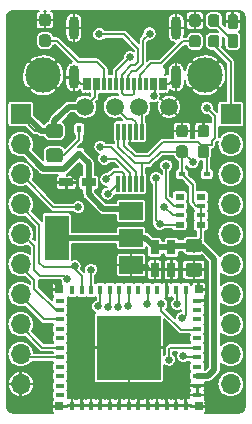
<source format=gbr>
G04 #@! TF.GenerationSoftware,KiCad,Pcbnew,(5.0.0)*
G04 #@! TF.CreationDate,2021-02-11T08:25:18+00:00*
G04 #@! TF.ProjectId,ESP-V,4553502D562E6B696361645F70636200,rev?*
G04 #@! TF.SameCoordinates,Original*
G04 #@! TF.FileFunction,Copper,L1,Top,Signal*
G04 #@! TF.FilePolarity,Positive*
%FSLAX46Y46*%
G04 Gerber Fmt 4.6, Leading zero omitted, Abs format (unit mm)*
G04 Created by KiCad (PCBNEW (5.0.0)) date 02/11/21 08:25:18*
%MOMM*%
%LPD*%
G01*
G04 APERTURE LIST*
G04 #@! TA.AperFunction,ComponentPad*
%ADD10C,3.000000*%
G04 #@! TD*
G04 #@! TA.AperFunction,ComponentPad*
%ADD11C,1.500000*%
G04 #@! TD*
G04 #@! TA.AperFunction,SMDPad,CuDef*
%ADD12R,0.300000X1.400000*%
G04 #@! TD*
G04 #@! TA.AperFunction,ComponentPad*
%ADD13O,0.900000X2.000000*%
G04 #@! TD*
G04 #@! TA.AperFunction,SMDPad,CuDef*
%ADD14R,0.300000X1.140000*%
G04 #@! TD*
G04 #@! TA.AperFunction,SMDPad,CuDef*
%ADD15R,0.450000X0.600000*%
G04 #@! TD*
G04 #@! TA.AperFunction,Conductor*
%ADD16C,0.100000*%
G04 #@! TD*
G04 #@! TA.AperFunction,SMDPad,CuDef*
%ADD17C,1.150000*%
G04 #@! TD*
G04 #@! TA.AperFunction,SMDPad,CuDef*
%ADD18C,0.850000*%
G04 #@! TD*
G04 #@! TA.AperFunction,SMDPad,CuDef*
%ADD19C,0.950000*%
G04 #@! TD*
G04 #@! TA.AperFunction,SMDPad,CuDef*
%ADD20R,1.200000X0.750000*%
G04 #@! TD*
G04 #@! TA.AperFunction,SMDPad,CuDef*
%ADD21R,0.750000X1.200000*%
G04 #@! TD*
G04 #@! TA.AperFunction,SMDPad,CuDef*
%ADD22R,0.600000X0.450000*%
G04 #@! TD*
G04 #@! TA.AperFunction,SMDPad,CuDef*
%ADD23R,0.800000X0.500000*%
G04 #@! TD*
G04 #@! TA.AperFunction,SMDPad,CuDef*
%ADD24R,0.800000X0.400000*%
G04 #@! TD*
G04 #@! TA.AperFunction,ComponentPad*
%ADD25R,1.700000X1.700000*%
G04 #@! TD*
G04 #@! TA.AperFunction,ComponentPad*
%ADD26O,1.700000X1.700000*%
G04 #@! TD*
G04 #@! TA.AperFunction,SMDPad,CuDef*
%ADD27R,2.000000X3.800000*%
G04 #@! TD*
G04 #@! TA.AperFunction,SMDPad,CuDef*
%ADD28R,2.000000X1.500000*%
G04 #@! TD*
G04 #@! TA.AperFunction,SMDPad,CuDef*
%ADD29R,0.400000X0.800000*%
G04 #@! TD*
G04 #@! TA.AperFunction,SMDPad,CuDef*
%ADD30R,0.700000X0.700000*%
G04 #@! TD*
G04 #@! TA.AperFunction,SMDPad,CuDef*
%ADD31R,5.400000X5.400000*%
G04 #@! TD*
G04 #@! TA.AperFunction,ViaPad*
%ADD32C,0.650000*%
G04 #@! TD*
G04 #@! TA.AperFunction,Conductor*
%ADD33C,0.200000*%
G04 #@! TD*
G04 #@! TA.AperFunction,Conductor*
%ADD34C,0.500000*%
G04 #@! TD*
G04 #@! TA.AperFunction,Conductor*
%ADD35C,0.150000*%
G04 #@! TD*
G04 APERTURE END LIST*
D10*
G04 #@! TO.P,J4,5*
G04 #@! TO.N,GND*
X97240000Y-82330000D03*
X110960000Y-82330000D03*
D11*
G04 #@! TO.P,J4,1*
G04 #@! TO.N,VBUS*
X100800000Y-85000000D03*
G04 #@! TO.P,J4,2*
G04 #@! TO.N,/CHUSB-*
X103340000Y-85000000D03*
G04 #@! TO.P,J4,3*
G04 #@! TO.N,/CHUSB+*
X105370000Y-85000000D03*
G04 #@! TO.P,J4,4*
G04 #@! TO.N,GND*
X107910000Y-85000000D03*
G04 #@! TD*
D12*
G04 #@! TO.P,U1,1*
G04 #@! TO.N,/ESP_ENABLE*
X103600000Y-91500000D03*
G04 #@! TO.P,U1,2*
G04 #@! TO.N,/BLSEL*
X104100000Y-91500000D03*
G04 #@! TO.P,U1,3*
G04 #@! TO.N,/ESP_TX*
X104600000Y-91500000D03*
G04 #@! TO.P,U1,4*
G04 #@! TO.N,/ESP_RX*
X105100000Y-91500000D03*
G04 #@! TO.P,U1,5*
G04 #@! TO.N,+3V3*
X105600000Y-91500000D03*
G04 #@! TO.P,U1,6*
G04 #@! TO.N,/CHUSB+*
X105600000Y-87100000D03*
G04 #@! TO.P,U1,7*
G04 #@! TO.N,/CHUSB-*
X105100000Y-87100000D03*
G04 #@! TO.P,U1,8*
G04 #@! TO.N,GND*
X104600000Y-87100000D03*
G04 #@! TO.P,U1,9*
G04 #@! TO.N,Net-(C26-Pad1)*
X104100000Y-87100000D03*
G04 #@! TO.P,U1,10*
G04 #@! TO.N,+3V3*
X103600000Y-87100000D03*
G04 #@! TD*
D13*
G04 #@! TO.P,J1,1*
G04 #@! TO.N,GND*
X99850000Y-82500000D03*
X108500000Y-82500000D03*
X108500000Y-78320000D03*
X99850000Y-78320000D03*
D14*
G04 #@! TO.P,J1,A7*
G04 #@! TO.N,Net-(J1-PadA7)*
X103925000Y-83070000D03*
G04 #@! TO.P,J1,A6*
G04 #@! TO.N,Net-(J1-PadA6)*
X104425000Y-83070000D03*
G04 #@! TO.P,J1,B7*
G04 #@! TO.N,Net-(J1-PadA7)*
X104925000Y-83070000D03*
G04 #@! TO.P,J1,B6*
G04 #@! TO.N,Net-(J1-PadA6)*
X103425000Y-83070000D03*
G04 #@! TO.P,J1,A5*
G04 #@! TO.N,/CC1*
X105425000Y-83070000D03*
G04 #@! TO.P,J1,B8*
G04 #@! TO.N,Net-(J1-PadB8)*
X105925000Y-83070000D03*
G04 #@! TO.P,J1,A8*
G04 #@! TO.N,Net-(J1-PadA8)*
X102925000Y-83070000D03*
G04 #@! TO.P,J1,B5*
G04 #@! TO.N,/CC2*
X102425000Y-83070000D03*
G04 #@! TO.P,J1,B9*
G04 #@! TO.N,VBUS*
X106675000Y-83070000D03*
G04 #@! TO.P,J1,A4*
X106425000Y-83070000D03*
G04 #@! TO.P,J1,B12*
G04 #@! TO.N,GND*
X107225000Y-83070000D03*
G04 #@! TO.P,J1,A1*
X107525000Y-83070000D03*
G04 #@! TO.P,J1,B4*
G04 #@! TO.N,VBUS*
X101925000Y-83070000D03*
G04 #@! TO.P,J1,A9*
X101625000Y-83070000D03*
G04 #@! TO.P,J1,B1*
G04 #@! TO.N,GND*
X101125000Y-83070000D03*
G04 #@! TO.P,J1,A12*
X100825000Y-83070000D03*
G04 #@! TD*
D15*
G04 #@! TO.P,D1,1*
G04 #@! TO.N,VDD*
X100300000Y-89000000D03*
G04 #@! TO.P,D1,2*
G04 #@! TO.N,Net-(D1-Pad2)*
X100300000Y-86900000D03*
G04 #@! TD*
D16*
G04 #@! TO.N,Net-(D1-Pad2)*
G04 #@! TO.C,L1*
G36*
X98674505Y-88526204D02*
X98698773Y-88529804D01*
X98722572Y-88535765D01*
X98745671Y-88544030D01*
X98767850Y-88554520D01*
X98788893Y-88567132D01*
X98808599Y-88581747D01*
X98826777Y-88598223D01*
X98843253Y-88616401D01*
X98857868Y-88636107D01*
X98870480Y-88657150D01*
X98880970Y-88679329D01*
X98889235Y-88702428D01*
X98895196Y-88726227D01*
X98898796Y-88750495D01*
X98900000Y-88774999D01*
X98900000Y-89425001D01*
X98898796Y-89449505D01*
X98895196Y-89473773D01*
X98889235Y-89497572D01*
X98880970Y-89520671D01*
X98870480Y-89542850D01*
X98857868Y-89563893D01*
X98843253Y-89583599D01*
X98826777Y-89601777D01*
X98808599Y-89618253D01*
X98788893Y-89632868D01*
X98767850Y-89645480D01*
X98745671Y-89655970D01*
X98722572Y-89664235D01*
X98698773Y-89670196D01*
X98674505Y-89673796D01*
X98650001Y-89675000D01*
X97749999Y-89675000D01*
X97725495Y-89673796D01*
X97701227Y-89670196D01*
X97677428Y-89664235D01*
X97654329Y-89655970D01*
X97632150Y-89645480D01*
X97611107Y-89632868D01*
X97591401Y-89618253D01*
X97573223Y-89601777D01*
X97556747Y-89583599D01*
X97542132Y-89563893D01*
X97529520Y-89542850D01*
X97519030Y-89520671D01*
X97510765Y-89497572D01*
X97504804Y-89473773D01*
X97501204Y-89449505D01*
X97500000Y-89425001D01*
X97500000Y-88774999D01*
X97501204Y-88750495D01*
X97504804Y-88726227D01*
X97510765Y-88702428D01*
X97519030Y-88679329D01*
X97529520Y-88657150D01*
X97542132Y-88636107D01*
X97556747Y-88616401D01*
X97573223Y-88598223D01*
X97591401Y-88581747D01*
X97611107Y-88567132D01*
X97632150Y-88554520D01*
X97654329Y-88544030D01*
X97677428Y-88535765D01*
X97701227Y-88529804D01*
X97725495Y-88526204D01*
X97749999Y-88525000D01*
X98650001Y-88525000D01*
X98674505Y-88526204D01*
X98674505Y-88526204D01*
G37*
D17*
G04 #@! TD*
G04 #@! TO.P,L1,1*
G04 #@! TO.N,Net-(D1-Pad2)*
X98200000Y-89100000D03*
D16*
G04 #@! TO.N,VBUS*
G04 #@! TO.C,L1*
G36*
X98674505Y-86476204D02*
X98698773Y-86479804D01*
X98722572Y-86485765D01*
X98745671Y-86494030D01*
X98767850Y-86504520D01*
X98788893Y-86517132D01*
X98808599Y-86531747D01*
X98826777Y-86548223D01*
X98843253Y-86566401D01*
X98857868Y-86586107D01*
X98870480Y-86607150D01*
X98880970Y-86629329D01*
X98889235Y-86652428D01*
X98895196Y-86676227D01*
X98898796Y-86700495D01*
X98900000Y-86724999D01*
X98900000Y-87375001D01*
X98898796Y-87399505D01*
X98895196Y-87423773D01*
X98889235Y-87447572D01*
X98880970Y-87470671D01*
X98870480Y-87492850D01*
X98857868Y-87513893D01*
X98843253Y-87533599D01*
X98826777Y-87551777D01*
X98808599Y-87568253D01*
X98788893Y-87582868D01*
X98767850Y-87595480D01*
X98745671Y-87605970D01*
X98722572Y-87614235D01*
X98698773Y-87620196D01*
X98674505Y-87623796D01*
X98650001Y-87625000D01*
X97749999Y-87625000D01*
X97725495Y-87623796D01*
X97701227Y-87620196D01*
X97677428Y-87614235D01*
X97654329Y-87605970D01*
X97632150Y-87595480D01*
X97611107Y-87582868D01*
X97591401Y-87568253D01*
X97573223Y-87551777D01*
X97556747Y-87533599D01*
X97542132Y-87513893D01*
X97529520Y-87492850D01*
X97519030Y-87470671D01*
X97510765Y-87447572D01*
X97504804Y-87423773D01*
X97501204Y-87399505D01*
X97500000Y-87375001D01*
X97500000Y-86724999D01*
X97501204Y-86700495D01*
X97504804Y-86676227D01*
X97510765Y-86652428D01*
X97519030Y-86629329D01*
X97529520Y-86607150D01*
X97542132Y-86586107D01*
X97556747Y-86566401D01*
X97573223Y-86548223D01*
X97591401Y-86531747D01*
X97611107Y-86517132D01*
X97632150Y-86504520D01*
X97654329Y-86494030D01*
X97677428Y-86485765D01*
X97701227Y-86479804D01*
X97725495Y-86476204D01*
X97749999Y-86475000D01*
X98650001Y-86475000D01*
X98674505Y-86476204D01*
X98674505Y-86476204D01*
G37*
D17*
G04 #@! TD*
G04 #@! TO.P,L1,2*
G04 #@! TO.N,VBUS*
X98200000Y-87050000D03*
D16*
G04 #@! TO.N,GND*
G04 #@! TO.C,D2*
G36*
X113533329Y-77176023D02*
X113553957Y-77179083D01*
X113574185Y-77184150D01*
X113593820Y-77191176D01*
X113612672Y-77200092D01*
X113630559Y-77210813D01*
X113647309Y-77223235D01*
X113662760Y-77237240D01*
X113676765Y-77252691D01*
X113689187Y-77269441D01*
X113699908Y-77287328D01*
X113708824Y-77306180D01*
X113715850Y-77325815D01*
X113720917Y-77346043D01*
X113723977Y-77366671D01*
X113725000Y-77387500D01*
X113725000Y-78187500D01*
X113723977Y-78208329D01*
X113720917Y-78228957D01*
X113715850Y-78249185D01*
X113708824Y-78268820D01*
X113699908Y-78287672D01*
X113689187Y-78305559D01*
X113676765Y-78322309D01*
X113662760Y-78337760D01*
X113647309Y-78351765D01*
X113630559Y-78364187D01*
X113612672Y-78374908D01*
X113593820Y-78383824D01*
X113574185Y-78390850D01*
X113553957Y-78395917D01*
X113533329Y-78398977D01*
X113512500Y-78400000D01*
X113087500Y-78400000D01*
X113066671Y-78398977D01*
X113046043Y-78395917D01*
X113025815Y-78390850D01*
X113006180Y-78383824D01*
X112987328Y-78374908D01*
X112969441Y-78364187D01*
X112952691Y-78351765D01*
X112937240Y-78337760D01*
X112923235Y-78322309D01*
X112910813Y-78305559D01*
X112900092Y-78287672D01*
X112891176Y-78268820D01*
X112884150Y-78249185D01*
X112879083Y-78228957D01*
X112876023Y-78208329D01*
X112875000Y-78187500D01*
X112875000Y-77387500D01*
X112876023Y-77366671D01*
X112879083Y-77346043D01*
X112884150Y-77325815D01*
X112891176Y-77306180D01*
X112900092Y-77287328D01*
X112910813Y-77269441D01*
X112923235Y-77252691D01*
X112937240Y-77237240D01*
X112952691Y-77223235D01*
X112969441Y-77210813D01*
X112987328Y-77200092D01*
X113006180Y-77191176D01*
X113025815Y-77184150D01*
X113046043Y-77179083D01*
X113066671Y-77176023D01*
X113087500Y-77175000D01*
X113512500Y-77175000D01*
X113533329Y-77176023D01*
X113533329Y-77176023D01*
G37*
D18*
G04 #@! TD*
G04 #@! TO.P,D2,1*
G04 #@! TO.N,GND*
X113300000Y-77787500D03*
D16*
G04 #@! TO.N,Net-(D2-Pad2)*
G04 #@! TO.C,D2*
G36*
X113533329Y-78801023D02*
X113553957Y-78804083D01*
X113574185Y-78809150D01*
X113593820Y-78816176D01*
X113612672Y-78825092D01*
X113630559Y-78835813D01*
X113647309Y-78848235D01*
X113662760Y-78862240D01*
X113676765Y-78877691D01*
X113689187Y-78894441D01*
X113699908Y-78912328D01*
X113708824Y-78931180D01*
X113715850Y-78950815D01*
X113720917Y-78971043D01*
X113723977Y-78991671D01*
X113725000Y-79012500D01*
X113725000Y-79812500D01*
X113723977Y-79833329D01*
X113720917Y-79853957D01*
X113715850Y-79874185D01*
X113708824Y-79893820D01*
X113699908Y-79912672D01*
X113689187Y-79930559D01*
X113676765Y-79947309D01*
X113662760Y-79962760D01*
X113647309Y-79976765D01*
X113630559Y-79989187D01*
X113612672Y-79999908D01*
X113593820Y-80008824D01*
X113574185Y-80015850D01*
X113553957Y-80020917D01*
X113533329Y-80023977D01*
X113512500Y-80025000D01*
X113087500Y-80025000D01*
X113066671Y-80023977D01*
X113046043Y-80020917D01*
X113025815Y-80015850D01*
X113006180Y-80008824D01*
X112987328Y-79999908D01*
X112969441Y-79989187D01*
X112952691Y-79976765D01*
X112937240Y-79962760D01*
X112923235Y-79947309D01*
X112910813Y-79930559D01*
X112900092Y-79912672D01*
X112891176Y-79893820D01*
X112884150Y-79874185D01*
X112879083Y-79853957D01*
X112876023Y-79833329D01*
X112875000Y-79812500D01*
X112875000Y-79012500D01*
X112876023Y-78991671D01*
X112879083Y-78971043D01*
X112884150Y-78950815D01*
X112891176Y-78931180D01*
X112900092Y-78912328D01*
X112910813Y-78894441D01*
X112923235Y-78877691D01*
X112937240Y-78862240D01*
X112952691Y-78848235D01*
X112969441Y-78835813D01*
X112987328Y-78825092D01*
X113006180Y-78816176D01*
X113025815Y-78809150D01*
X113046043Y-78804083D01*
X113066671Y-78801023D01*
X113087500Y-78800000D01*
X113512500Y-78800000D01*
X113533329Y-78801023D01*
X113533329Y-78801023D01*
G37*
D18*
G04 #@! TD*
G04 #@! TO.P,D2,2*
G04 #@! TO.N,Net-(D2-Pad2)*
X113300000Y-79412500D03*
D16*
G04 #@! TO.N,Net-(C26-Pad1)*
G04 #@! TO.C,C26*
G36*
X111060779Y-88276144D02*
X111083834Y-88279563D01*
X111106443Y-88285227D01*
X111128387Y-88293079D01*
X111149457Y-88303044D01*
X111169448Y-88315026D01*
X111188168Y-88328910D01*
X111205438Y-88344562D01*
X111221090Y-88361832D01*
X111234974Y-88380552D01*
X111246956Y-88400543D01*
X111256921Y-88421613D01*
X111264773Y-88443557D01*
X111270437Y-88466166D01*
X111273856Y-88489221D01*
X111275000Y-88512500D01*
X111275000Y-89087500D01*
X111273856Y-89110779D01*
X111270437Y-89133834D01*
X111264773Y-89156443D01*
X111256921Y-89178387D01*
X111246956Y-89199457D01*
X111234974Y-89219448D01*
X111221090Y-89238168D01*
X111205438Y-89255438D01*
X111188168Y-89271090D01*
X111169448Y-89284974D01*
X111149457Y-89296956D01*
X111128387Y-89306921D01*
X111106443Y-89314773D01*
X111083834Y-89320437D01*
X111060779Y-89323856D01*
X111037500Y-89325000D01*
X110562500Y-89325000D01*
X110539221Y-89323856D01*
X110516166Y-89320437D01*
X110493557Y-89314773D01*
X110471613Y-89306921D01*
X110450543Y-89296956D01*
X110430552Y-89284974D01*
X110411832Y-89271090D01*
X110394562Y-89255438D01*
X110378910Y-89238168D01*
X110365026Y-89219448D01*
X110353044Y-89199457D01*
X110343079Y-89178387D01*
X110335227Y-89156443D01*
X110329563Y-89133834D01*
X110326144Y-89110779D01*
X110325000Y-89087500D01*
X110325000Y-88512500D01*
X110326144Y-88489221D01*
X110329563Y-88466166D01*
X110335227Y-88443557D01*
X110343079Y-88421613D01*
X110353044Y-88400543D01*
X110365026Y-88380552D01*
X110378910Y-88361832D01*
X110394562Y-88344562D01*
X110411832Y-88328910D01*
X110430552Y-88315026D01*
X110450543Y-88303044D01*
X110471613Y-88293079D01*
X110493557Y-88285227D01*
X110516166Y-88279563D01*
X110539221Y-88276144D01*
X110562500Y-88275000D01*
X111037500Y-88275000D01*
X111060779Y-88276144D01*
X111060779Y-88276144D01*
G37*
D19*
G04 #@! TD*
G04 #@! TO.P,C26,1*
G04 #@! TO.N,Net-(C26-Pad1)*
X110800000Y-88800000D03*
D16*
G04 #@! TO.N,GND*
G04 #@! TO.C,C26*
G36*
X111060779Y-86526144D02*
X111083834Y-86529563D01*
X111106443Y-86535227D01*
X111128387Y-86543079D01*
X111149457Y-86553044D01*
X111169448Y-86565026D01*
X111188168Y-86578910D01*
X111205438Y-86594562D01*
X111221090Y-86611832D01*
X111234974Y-86630552D01*
X111246956Y-86650543D01*
X111256921Y-86671613D01*
X111264773Y-86693557D01*
X111270437Y-86716166D01*
X111273856Y-86739221D01*
X111275000Y-86762500D01*
X111275000Y-87337500D01*
X111273856Y-87360779D01*
X111270437Y-87383834D01*
X111264773Y-87406443D01*
X111256921Y-87428387D01*
X111246956Y-87449457D01*
X111234974Y-87469448D01*
X111221090Y-87488168D01*
X111205438Y-87505438D01*
X111188168Y-87521090D01*
X111169448Y-87534974D01*
X111149457Y-87546956D01*
X111128387Y-87556921D01*
X111106443Y-87564773D01*
X111083834Y-87570437D01*
X111060779Y-87573856D01*
X111037500Y-87575000D01*
X110562500Y-87575000D01*
X110539221Y-87573856D01*
X110516166Y-87570437D01*
X110493557Y-87564773D01*
X110471613Y-87556921D01*
X110450543Y-87546956D01*
X110430552Y-87534974D01*
X110411832Y-87521090D01*
X110394562Y-87505438D01*
X110378910Y-87488168D01*
X110365026Y-87469448D01*
X110353044Y-87449457D01*
X110343079Y-87428387D01*
X110335227Y-87406443D01*
X110329563Y-87383834D01*
X110326144Y-87360779D01*
X110325000Y-87337500D01*
X110325000Y-86762500D01*
X110326144Y-86739221D01*
X110329563Y-86716166D01*
X110335227Y-86693557D01*
X110343079Y-86671613D01*
X110353044Y-86650543D01*
X110365026Y-86630552D01*
X110378910Y-86611832D01*
X110394562Y-86594562D01*
X110411832Y-86578910D01*
X110430552Y-86565026D01*
X110450543Y-86553044D01*
X110471613Y-86543079D01*
X110493557Y-86535227D01*
X110516166Y-86529563D01*
X110539221Y-86526144D01*
X110562500Y-86525000D01*
X111037500Y-86525000D01*
X111060779Y-86526144D01*
X111060779Y-86526144D01*
G37*
D19*
G04 #@! TD*
G04 #@! TO.P,C26,2*
G04 #@! TO.N,GND*
X110800000Y-87050000D03*
D16*
G04 #@! TO.N,GND*
G04 #@! TO.C,C25*
G36*
X109260779Y-86526144D02*
X109283834Y-86529563D01*
X109306443Y-86535227D01*
X109328387Y-86543079D01*
X109349457Y-86553044D01*
X109369448Y-86565026D01*
X109388168Y-86578910D01*
X109405438Y-86594562D01*
X109421090Y-86611832D01*
X109434974Y-86630552D01*
X109446956Y-86650543D01*
X109456921Y-86671613D01*
X109464773Y-86693557D01*
X109470437Y-86716166D01*
X109473856Y-86739221D01*
X109475000Y-86762500D01*
X109475000Y-87337500D01*
X109473856Y-87360779D01*
X109470437Y-87383834D01*
X109464773Y-87406443D01*
X109456921Y-87428387D01*
X109446956Y-87449457D01*
X109434974Y-87469448D01*
X109421090Y-87488168D01*
X109405438Y-87505438D01*
X109388168Y-87521090D01*
X109369448Y-87534974D01*
X109349457Y-87546956D01*
X109328387Y-87556921D01*
X109306443Y-87564773D01*
X109283834Y-87570437D01*
X109260779Y-87573856D01*
X109237500Y-87575000D01*
X108762500Y-87575000D01*
X108739221Y-87573856D01*
X108716166Y-87570437D01*
X108693557Y-87564773D01*
X108671613Y-87556921D01*
X108650543Y-87546956D01*
X108630552Y-87534974D01*
X108611832Y-87521090D01*
X108594562Y-87505438D01*
X108578910Y-87488168D01*
X108565026Y-87469448D01*
X108553044Y-87449457D01*
X108543079Y-87428387D01*
X108535227Y-87406443D01*
X108529563Y-87383834D01*
X108526144Y-87360779D01*
X108525000Y-87337500D01*
X108525000Y-86762500D01*
X108526144Y-86739221D01*
X108529563Y-86716166D01*
X108535227Y-86693557D01*
X108543079Y-86671613D01*
X108553044Y-86650543D01*
X108565026Y-86630552D01*
X108578910Y-86611832D01*
X108594562Y-86594562D01*
X108611832Y-86578910D01*
X108630552Y-86565026D01*
X108650543Y-86553044D01*
X108671613Y-86543079D01*
X108693557Y-86535227D01*
X108716166Y-86529563D01*
X108739221Y-86526144D01*
X108762500Y-86525000D01*
X109237500Y-86525000D01*
X109260779Y-86526144D01*
X109260779Y-86526144D01*
G37*
D19*
G04 #@! TD*
G04 #@! TO.P,C25,2*
G04 #@! TO.N,GND*
X109000000Y-87050000D03*
D16*
G04 #@! TO.N,+3V3*
G04 #@! TO.C,C25*
G36*
X109260779Y-88276144D02*
X109283834Y-88279563D01*
X109306443Y-88285227D01*
X109328387Y-88293079D01*
X109349457Y-88303044D01*
X109369448Y-88315026D01*
X109388168Y-88328910D01*
X109405438Y-88344562D01*
X109421090Y-88361832D01*
X109434974Y-88380552D01*
X109446956Y-88400543D01*
X109456921Y-88421613D01*
X109464773Y-88443557D01*
X109470437Y-88466166D01*
X109473856Y-88489221D01*
X109475000Y-88512500D01*
X109475000Y-89087500D01*
X109473856Y-89110779D01*
X109470437Y-89133834D01*
X109464773Y-89156443D01*
X109456921Y-89178387D01*
X109446956Y-89199457D01*
X109434974Y-89219448D01*
X109421090Y-89238168D01*
X109405438Y-89255438D01*
X109388168Y-89271090D01*
X109369448Y-89284974D01*
X109349457Y-89296956D01*
X109328387Y-89306921D01*
X109306443Y-89314773D01*
X109283834Y-89320437D01*
X109260779Y-89323856D01*
X109237500Y-89325000D01*
X108762500Y-89325000D01*
X108739221Y-89323856D01*
X108716166Y-89320437D01*
X108693557Y-89314773D01*
X108671613Y-89306921D01*
X108650543Y-89296956D01*
X108630552Y-89284974D01*
X108611832Y-89271090D01*
X108594562Y-89255438D01*
X108578910Y-89238168D01*
X108565026Y-89219448D01*
X108553044Y-89199457D01*
X108543079Y-89178387D01*
X108535227Y-89156443D01*
X108529563Y-89133834D01*
X108526144Y-89110779D01*
X108525000Y-89087500D01*
X108525000Y-88512500D01*
X108526144Y-88489221D01*
X108529563Y-88466166D01*
X108535227Y-88443557D01*
X108543079Y-88421613D01*
X108553044Y-88400543D01*
X108565026Y-88380552D01*
X108578910Y-88361832D01*
X108594562Y-88344562D01*
X108611832Y-88328910D01*
X108630552Y-88315026D01*
X108650543Y-88303044D01*
X108671613Y-88293079D01*
X108693557Y-88285227D01*
X108716166Y-88279563D01*
X108739221Y-88276144D01*
X108762500Y-88275000D01*
X109237500Y-88275000D01*
X109260779Y-88276144D01*
X109260779Y-88276144D01*
G37*
D19*
G04 #@! TD*
G04 #@! TO.P,C25,1*
G04 #@! TO.N,+3V3*
X109000000Y-88800000D03*
D20*
G04 #@! TO.P,C4,2*
G04 #@! TO.N,GND*
X99200000Y-91400000D03*
G04 #@! TO.P,C4,1*
G04 #@! TO.N,VDD*
X101100000Y-91400000D03*
G04 #@! TD*
D21*
G04 #@! TO.P,C7,1*
G04 #@! TO.N,+3V3*
X108100000Y-96900000D03*
G04 #@! TO.P,C7,2*
G04 #@! TO.N,GND*
X108100000Y-98800000D03*
G04 #@! TD*
G04 #@! TO.P,C23,1*
G04 #@! TO.N,+3V3*
X106700000Y-96900000D03*
G04 #@! TO.P,C23,2*
G04 #@! TO.N,GND*
X106700000Y-98800000D03*
G04 #@! TD*
D22*
G04 #@! TO.P,D4,1*
G04 #@! TO.N,Net-(C26-Pad1)*
X111100000Y-90700000D03*
G04 #@! TO.P,D4,2*
G04 #@! TO.N,+3V3*
X109000000Y-90700000D03*
G04 #@! TD*
D16*
G04 #@! TO.N,/CC2*
G04 #@! TO.C,R1*
G36*
X97660779Y-78876144D02*
X97683834Y-78879563D01*
X97706443Y-78885227D01*
X97728387Y-78893079D01*
X97749457Y-78903044D01*
X97769448Y-78915026D01*
X97788168Y-78928910D01*
X97805438Y-78944562D01*
X97821090Y-78961832D01*
X97834974Y-78980552D01*
X97846956Y-79000543D01*
X97856921Y-79021613D01*
X97864773Y-79043557D01*
X97870437Y-79066166D01*
X97873856Y-79089221D01*
X97875000Y-79112500D01*
X97875000Y-79687500D01*
X97873856Y-79710779D01*
X97870437Y-79733834D01*
X97864773Y-79756443D01*
X97856921Y-79778387D01*
X97846956Y-79799457D01*
X97834974Y-79819448D01*
X97821090Y-79838168D01*
X97805438Y-79855438D01*
X97788168Y-79871090D01*
X97769448Y-79884974D01*
X97749457Y-79896956D01*
X97728387Y-79906921D01*
X97706443Y-79914773D01*
X97683834Y-79920437D01*
X97660779Y-79923856D01*
X97637500Y-79925000D01*
X97162500Y-79925000D01*
X97139221Y-79923856D01*
X97116166Y-79920437D01*
X97093557Y-79914773D01*
X97071613Y-79906921D01*
X97050543Y-79896956D01*
X97030552Y-79884974D01*
X97011832Y-79871090D01*
X96994562Y-79855438D01*
X96978910Y-79838168D01*
X96965026Y-79819448D01*
X96953044Y-79799457D01*
X96943079Y-79778387D01*
X96935227Y-79756443D01*
X96929563Y-79733834D01*
X96926144Y-79710779D01*
X96925000Y-79687500D01*
X96925000Y-79112500D01*
X96926144Y-79089221D01*
X96929563Y-79066166D01*
X96935227Y-79043557D01*
X96943079Y-79021613D01*
X96953044Y-79000543D01*
X96965026Y-78980552D01*
X96978910Y-78961832D01*
X96994562Y-78944562D01*
X97011832Y-78928910D01*
X97030552Y-78915026D01*
X97050543Y-78903044D01*
X97071613Y-78893079D01*
X97093557Y-78885227D01*
X97116166Y-78879563D01*
X97139221Y-78876144D01*
X97162500Y-78875000D01*
X97637500Y-78875000D01*
X97660779Y-78876144D01*
X97660779Y-78876144D01*
G37*
D19*
G04 #@! TD*
G04 #@! TO.P,R1,2*
G04 #@! TO.N,/CC2*
X97400000Y-79400000D03*
D16*
G04 #@! TO.N,GND*
G04 #@! TO.C,R1*
G36*
X97660779Y-77126144D02*
X97683834Y-77129563D01*
X97706443Y-77135227D01*
X97728387Y-77143079D01*
X97749457Y-77153044D01*
X97769448Y-77165026D01*
X97788168Y-77178910D01*
X97805438Y-77194562D01*
X97821090Y-77211832D01*
X97834974Y-77230552D01*
X97846956Y-77250543D01*
X97856921Y-77271613D01*
X97864773Y-77293557D01*
X97870437Y-77316166D01*
X97873856Y-77339221D01*
X97875000Y-77362500D01*
X97875000Y-77937500D01*
X97873856Y-77960779D01*
X97870437Y-77983834D01*
X97864773Y-78006443D01*
X97856921Y-78028387D01*
X97846956Y-78049457D01*
X97834974Y-78069448D01*
X97821090Y-78088168D01*
X97805438Y-78105438D01*
X97788168Y-78121090D01*
X97769448Y-78134974D01*
X97749457Y-78146956D01*
X97728387Y-78156921D01*
X97706443Y-78164773D01*
X97683834Y-78170437D01*
X97660779Y-78173856D01*
X97637500Y-78175000D01*
X97162500Y-78175000D01*
X97139221Y-78173856D01*
X97116166Y-78170437D01*
X97093557Y-78164773D01*
X97071613Y-78156921D01*
X97050543Y-78146956D01*
X97030552Y-78134974D01*
X97011832Y-78121090D01*
X96994562Y-78105438D01*
X96978910Y-78088168D01*
X96965026Y-78069448D01*
X96953044Y-78049457D01*
X96943079Y-78028387D01*
X96935227Y-78006443D01*
X96929563Y-77983834D01*
X96926144Y-77960779D01*
X96925000Y-77937500D01*
X96925000Y-77362500D01*
X96926144Y-77339221D01*
X96929563Y-77316166D01*
X96935227Y-77293557D01*
X96943079Y-77271613D01*
X96953044Y-77250543D01*
X96965026Y-77230552D01*
X96978910Y-77211832D01*
X96994562Y-77194562D01*
X97011832Y-77178910D01*
X97030552Y-77165026D01*
X97050543Y-77153044D01*
X97071613Y-77143079D01*
X97093557Y-77135227D01*
X97116166Y-77129563D01*
X97139221Y-77126144D01*
X97162500Y-77125000D01*
X97637500Y-77125000D01*
X97660779Y-77126144D01*
X97660779Y-77126144D01*
G37*
D19*
G04 #@! TD*
G04 #@! TO.P,R1,1*
G04 #@! TO.N,GND*
X97400000Y-77650000D03*
D16*
G04 #@! TO.N,GND*
G04 #@! TO.C,R2*
G36*
X110360779Y-77176144D02*
X110383834Y-77179563D01*
X110406443Y-77185227D01*
X110428387Y-77193079D01*
X110449457Y-77203044D01*
X110469448Y-77215026D01*
X110488168Y-77228910D01*
X110505438Y-77244562D01*
X110521090Y-77261832D01*
X110534974Y-77280552D01*
X110546956Y-77300543D01*
X110556921Y-77321613D01*
X110564773Y-77343557D01*
X110570437Y-77366166D01*
X110573856Y-77389221D01*
X110575000Y-77412500D01*
X110575000Y-77987500D01*
X110573856Y-78010779D01*
X110570437Y-78033834D01*
X110564773Y-78056443D01*
X110556921Y-78078387D01*
X110546956Y-78099457D01*
X110534974Y-78119448D01*
X110521090Y-78138168D01*
X110505438Y-78155438D01*
X110488168Y-78171090D01*
X110469448Y-78184974D01*
X110449457Y-78196956D01*
X110428387Y-78206921D01*
X110406443Y-78214773D01*
X110383834Y-78220437D01*
X110360779Y-78223856D01*
X110337500Y-78225000D01*
X109862500Y-78225000D01*
X109839221Y-78223856D01*
X109816166Y-78220437D01*
X109793557Y-78214773D01*
X109771613Y-78206921D01*
X109750543Y-78196956D01*
X109730552Y-78184974D01*
X109711832Y-78171090D01*
X109694562Y-78155438D01*
X109678910Y-78138168D01*
X109665026Y-78119448D01*
X109653044Y-78099457D01*
X109643079Y-78078387D01*
X109635227Y-78056443D01*
X109629563Y-78033834D01*
X109626144Y-78010779D01*
X109625000Y-77987500D01*
X109625000Y-77412500D01*
X109626144Y-77389221D01*
X109629563Y-77366166D01*
X109635227Y-77343557D01*
X109643079Y-77321613D01*
X109653044Y-77300543D01*
X109665026Y-77280552D01*
X109678910Y-77261832D01*
X109694562Y-77244562D01*
X109711832Y-77228910D01*
X109730552Y-77215026D01*
X109750543Y-77203044D01*
X109771613Y-77193079D01*
X109793557Y-77185227D01*
X109816166Y-77179563D01*
X109839221Y-77176144D01*
X109862500Y-77175000D01*
X110337500Y-77175000D01*
X110360779Y-77176144D01*
X110360779Y-77176144D01*
G37*
D19*
G04 #@! TD*
G04 #@! TO.P,R2,1*
G04 #@! TO.N,GND*
X110100000Y-77700000D03*
D16*
G04 #@! TO.N,/CC1*
G04 #@! TO.C,R2*
G36*
X110360779Y-78926144D02*
X110383834Y-78929563D01*
X110406443Y-78935227D01*
X110428387Y-78943079D01*
X110449457Y-78953044D01*
X110469448Y-78965026D01*
X110488168Y-78978910D01*
X110505438Y-78994562D01*
X110521090Y-79011832D01*
X110534974Y-79030552D01*
X110546956Y-79050543D01*
X110556921Y-79071613D01*
X110564773Y-79093557D01*
X110570437Y-79116166D01*
X110573856Y-79139221D01*
X110575000Y-79162500D01*
X110575000Y-79737500D01*
X110573856Y-79760779D01*
X110570437Y-79783834D01*
X110564773Y-79806443D01*
X110556921Y-79828387D01*
X110546956Y-79849457D01*
X110534974Y-79869448D01*
X110521090Y-79888168D01*
X110505438Y-79905438D01*
X110488168Y-79921090D01*
X110469448Y-79934974D01*
X110449457Y-79946956D01*
X110428387Y-79956921D01*
X110406443Y-79964773D01*
X110383834Y-79970437D01*
X110360779Y-79973856D01*
X110337500Y-79975000D01*
X109862500Y-79975000D01*
X109839221Y-79973856D01*
X109816166Y-79970437D01*
X109793557Y-79964773D01*
X109771613Y-79956921D01*
X109750543Y-79946956D01*
X109730552Y-79934974D01*
X109711832Y-79921090D01*
X109694562Y-79905438D01*
X109678910Y-79888168D01*
X109665026Y-79869448D01*
X109653044Y-79849457D01*
X109643079Y-79828387D01*
X109635227Y-79806443D01*
X109629563Y-79783834D01*
X109626144Y-79760779D01*
X109625000Y-79737500D01*
X109625000Y-79162500D01*
X109626144Y-79139221D01*
X109629563Y-79116166D01*
X109635227Y-79093557D01*
X109643079Y-79071613D01*
X109653044Y-79050543D01*
X109665026Y-79030552D01*
X109678910Y-79011832D01*
X109694562Y-78994562D01*
X109711832Y-78978910D01*
X109730552Y-78965026D01*
X109750543Y-78953044D01*
X109771613Y-78943079D01*
X109793557Y-78935227D01*
X109816166Y-78929563D01*
X109839221Y-78926144D01*
X109862500Y-78925000D01*
X110337500Y-78925000D01*
X110360779Y-78926144D01*
X110360779Y-78926144D01*
G37*
D19*
G04 #@! TD*
G04 #@! TO.P,R2,2*
G04 #@! TO.N,/CC1*
X110100000Y-79450000D03*
D23*
G04 #@! TO.P,RN1,1*
G04 #@! TO.N,Net-(RN1-Pad1)*
X108800000Y-92600000D03*
D24*
G04 #@! TO.P,RN1,3*
G04 #@! TO.N,/GP08*
X108800000Y-94200000D03*
G04 #@! TO.P,RN1,2*
G04 #@! TO.N,/BLSEL*
X108800000Y-93400000D03*
D23*
G04 #@! TO.P,RN1,4*
G04 #@! TO.N,/ESP_ENABLE*
X108800000Y-95000000D03*
D24*
G04 #@! TO.P,RN1,7*
G04 #@! TO.N,+3V3*
X110600000Y-93400000D03*
D23*
G04 #@! TO.P,RN1,8*
G04 #@! TO.N,Net-(RN1-Pad8)*
X110600000Y-92600000D03*
D24*
G04 #@! TO.P,RN1,6*
G04 #@! TO.N,+3V3*
X110600000Y-94200000D03*
D23*
G04 #@! TO.P,RN1,5*
X110600000Y-95000000D03*
G04 #@! TD*
D16*
G04 #@! TO.N,+3V3*
G04 #@! TO.C,C20*
G36*
X110474505Y-96176204D02*
X110498773Y-96179804D01*
X110522572Y-96185765D01*
X110545671Y-96194030D01*
X110567850Y-96204520D01*
X110588893Y-96217132D01*
X110608599Y-96231747D01*
X110626777Y-96248223D01*
X110643253Y-96266401D01*
X110657868Y-96286107D01*
X110670480Y-96307150D01*
X110680970Y-96329329D01*
X110689235Y-96352428D01*
X110695196Y-96376227D01*
X110698796Y-96400495D01*
X110700000Y-96424999D01*
X110700000Y-97075001D01*
X110698796Y-97099505D01*
X110695196Y-97123773D01*
X110689235Y-97147572D01*
X110680970Y-97170671D01*
X110670480Y-97192850D01*
X110657868Y-97213893D01*
X110643253Y-97233599D01*
X110626777Y-97251777D01*
X110608599Y-97268253D01*
X110588893Y-97282868D01*
X110567850Y-97295480D01*
X110545671Y-97305970D01*
X110522572Y-97314235D01*
X110498773Y-97320196D01*
X110474505Y-97323796D01*
X110450001Y-97325000D01*
X109549999Y-97325000D01*
X109525495Y-97323796D01*
X109501227Y-97320196D01*
X109477428Y-97314235D01*
X109454329Y-97305970D01*
X109432150Y-97295480D01*
X109411107Y-97282868D01*
X109391401Y-97268253D01*
X109373223Y-97251777D01*
X109356747Y-97233599D01*
X109342132Y-97213893D01*
X109329520Y-97192850D01*
X109319030Y-97170671D01*
X109310765Y-97147572D01*
X109304804Y-97123773D01*
X109301204Y-97099505D01*
X109300000Y-97075001D01*
X109300000Y-96424999D01*
X109301204Y-96400495D01*
X109304804Y-96376227D01*
X109310765Y-96352428D01*
X109319030Y-96329329D01*
X109329520Y-96307150D01*
X109342132Y-96286107D01*
X109356747Y-96266401D01*
X109373223Y-96248223D01*
X109391401Y-96231747D01*
X109411107Y-96217132D01*
X109432150Y-96204520D01*
X109454329Y-96194030D01*
X109477428Y-96185765D01*
X109501227Y-96179804D01*
X109525495Y-96176204D01*
X109549999Y-96175000D01*
X110450001Y-96175000D01*
X110474505Y-96176204D01*
X110474505Y-96176204D01*
G37*
D17*
G04 #@! TD*
G04 #@! TO.P,C20,1*
G04 #@! TO.N,+3V3*
X110000000Y-96750000D03*
D16*
G04 #@! TO.N,GND*
G04 #@! TO.C,C20*
G36*
X110474505Y-98226204D02*
X110498773Y-98229804D01*
X110522572Y-98235765D01*
X110545671Y-98244030D01*
X110567850Y-98254520D01*
X110588893Y-98267132D01*
X110608599Y-98281747D01*
X110626777Y-98298223D01*
X110643253Y-98316401D01*
X110657868Y-98336107D01*
X110670480Y-98357150D01*
X110680970Y-98379329D01*
X110689235Y-98402428D01*
X110695196Y-98426227D01*
X110698796Y-98450495D01*
X110700000Y-98474999D01*
X110700000Y-99125001D01*
X110698796Y-99149505D01*
X110695196Y-99173773D01*
X110689235Y-99197572D01*
X110680970Y-99220671D01*
X110670480Y-99242850D01*
X110657868Y-99263893D01*
X110643253Y-99283599D01*
X110626777Y-99301777D01*
X110608599Y-99318253D01*
X110588893Y-99332868D01*
X110567850Y-99345480D01*
X110545671Y-99355970D01*
X110522572Y-99364235D01*
X110498773Y-99370196D01*
X110474505Y-99373796D01*
X110450001Y-99375000D01*
X109549999Y-99375000D01*
X109525495Y-99373796D01*
X109501227Y-99370196D01*
X109477428Y-99364235D01*
X109454329Y-99355970D01*
X109432150Y-99345480D01*
X109411107Y-99332868D01*
X109391401Y-99318253D01*
X109373223Y-99301777D01*
X109356747Y-99283599D01*
X109342132Y-99263893D01*
X109329520Y-99242850D01*
X109319030Y-99220671D01*
X109310765Y-99197572D01*
X109304804Y-99173773D01*
X109301204Y-99149505D01*
X109300000Y-99125001D01*
X109300000Y-98474999D01*
X109301204Y-98450495D01*
X109304804Y-98426227D01*
X109310765Y-98402428D01*
X109319030Y-98379329D01*
X109329520Y-98357150D01*
X109342132Y-98336107D01*
X109356747Y-98316401D01*
X109373223Y-98298223D01*
X109391401Y-98281747D01*
X109411107Y-98267132D01*
X109432150Y-98254520D01*
X109454329Y-98244030D01*
X109477428Y-98235765D01*
X109501227Y-98229804D01*
X109525495Y-98226204D01*
X109549999Y-98225000D01*
X110450001Y-98225000D01*
X110474505Y-98226204D01*
X110474505Y-98226204D01*
G37*
D17*
G04 #@! TD*
G04 #@! TO.P,C20,2*
G04 #@! TO.N,GND*
X110000000Y-98800000D03*
D25*
G04 #@! TO.P,J2,1*
G04 #@! TO.N,+3V3*
X113130000Y-85620000D03*
D26*
G04 #@! TO.P,J2,2*
G04 #@! TO.N,/ESP_ENABLE*
X113130000Y-88160000D03*
G04 #@! TO.P,J2,3*
G04 #@! TO.N,/GP00*
X113130000Y-90700000D03*
G04 #@! TO.P,J2,4*
G04 #@! TO.N,/GP01*
X113130000Y-93240000D03*
G04 #@! TO.P,J2,5*
G04 #@! TO.N,/GP02*
X113130000Y-95780000D03*
G04 #@! TO.P,J2,6*
G04 #@! TO.N,/GP03*
X113130000Y-98320000D03*
G04 #@! TO.P,J2,7*
G04 #@! TO.N,/GP04*
X113130000Y-100860000D03*
G04 #@! TO.P,J2,8*
G04 #@! TO.N,/GP05*
X113130000Y-103400000D03*
G04 #@! TO.P,J2,9*
G04 #@! TO.N,/GP06*
X113130000Y-105940000D03*
G04 #@! TO.P,J2,10*
G04 #@! TO.N,/GP07*
X113130000Y-108480000D03*
G04 #@! TD*
G04 #@! TO.P,J3,10*
G04 #@! TO.N,GND*
X95350000Y-108480000D03*
G04 #@! TO.P,J3,9*
G04 #@! TO.N,/ESP_TX*
X95350000Y-105940000D03*
G04 #@! TO.P,J3,8*
G04 #@! TO.N,/ESP_RX*
X95350000Y-103400000D03*
G04 #@! TO.P,J3,7*
G04 #@! TO.N,/ESPUSB+*
X95350000Y-100860000D03*
G04 #@! TO.P,J3,6*
G04 #@! TO.N,/ESPUSB-*
X95350000Y-98320000D03*
G04 #@! TO.P,J3,5*
G04 #@! TO.N,/GP10*
X95350000Y-95780000D03*
G04 #@! TO.P,J3,4*
G04 #@! TO.N,/BLSEL*
X95350000Y-93240000D03*
G04 #@! TO.P,J3,3*
G04 #@! TO.N,/GP08*
X95350000Y-90700000D03*
G04 #@! TO.P,J3,2*
G04 #@! TO.N,VDD*
X95350000Y-88160000D03*
D25*
G04 #@! TO.P,J3,1*
G04 #@! TO.N,VBUS*
X95350000Y-85620000D03*
G04 #@! TD*
D16*
G04 #@! TO.N,+3V3*
G04 #@! TO.C,R3*
G36*
X111960779Y-78926144D02*
X111983834Y-78929563D01*
X112006443Y-78935227D01*
X112028387Y-78943079D01*
X112049457Y-78953044D01*
X112069448Y-78965026D01*
X112088168Y-78978910D01*
X112105438Y-78994562D01*
X112121090Y-79011832D01*
X112134974Y-79030552D01*
X112146956Y-79050543D01*
X112156921Y-79071613D01*
X112164773Y-79093557D01*
X112170437Y-79116166D01*
X112173856Y-79139221D01*
X112175000Y-79162500D01*
X112175000Y-79737500D01*
X112173856Y-79760779D01*
X112170437Y-79783834D01*
X112164773Y-79806443D01*
X112156921Y-79828387D01*
X112146956Y-79849457D01*
X112134974Y-79869448D01*
X112121090Y-79888168D01*
X112105438Y-79905438D01*
X112088168Y-79921090D01*
X112069448Y-79934974D01*
X112049457Y-79946956D01*
X112028387Y-79956921D01*
X112006443Y-79964773D01*
X111983834Y-79970437D01*
X111960779Y-79973856D01*
X111937500Y-79975000D01*
X111462500Y-79975000D01*
X111439221Y-79973856D01*
X111416166Y-79970437D01*
X111393557Y-79964773D01*
X111371613Y-79956921D01*
X111350543Y-79946956D01*
X111330552Y-79934974D01*
X111311832Y-79921090D01*
X111294562Y-79905438D01*
X111278910Y-79888168D01*
X111265026Y-79869448D01*
X111253044Y-79849457D01*
X111243079Y-79828387D01*
X111235227Y-79806443D01*
X111229563Y-79783834D01*
X111226144Y-79760779D01*
X111225000Y-79737500D01*
X111225000Y-79162500D01*
X111226144Y-79139221D01*
X111229563Y-79116166D01*
X111235227Y-79093557D01*
X111243079Y-79071613D01*
X111253044Y-79050543D01*
X111265026Y-79030552D01*
X111278910Y-79011832D01*
X111294562Y-78994562D01*
X111311832Y-78978910D01*
X111330552Y-78965026D01*
X111350543Y-78953044D01*
X111371613Y-78943079D01*
X111393557Y-78935227D01*
X111416166Y-78929563D01*
X111439221Y-78926144D01*
X111462500Y-78925000D01*
X111937500Y-78925000D01*
X111960779Y-78926144D01*
X111960779Y-78926144D01*
G37*
D19*
G04 #@! TD*
G04 #@! TO.P,R3,1*
G04 #@! TO.N,+3V3*
X111700000Y-79450000D03*
D16*
G04 #@! TO.N,Net-(D2-Pad2)*
G04 #@! TO.C,R3*
G36*
X111960779Y-77176144D02*
X111983834Y-77179563D01*
X112006443Y-77185227D01*
X112028387Y-77193079D01*
X112049457Y-77203044D01*
X112069448Y-77215026D01*
X112088168Y-77228910D01*
X112105438Y-77244562D01*
X112121090Y-77261832D01*
X112134974Y-77280552D01*
X112146956Y-77300543D01*
X112156921Y-77321613D01*
X112164773Y-77343557D01*
X112170437Y-77366166D01*
X112173856Y-77389221D01*
X112175000Y-77412500D01*
X112175000Y-77987500D01*
X112173856Y-78010779D01*
X112170437Y-78033834D01*
X112164773Y-78056443D01*
X112156921Y-78078387D01*
X112146956Y-78099457D01*
X112134974Y-78119448D01*
X112121090Y-78138168D01*
X112105438Y-78155438D01*
X112088168Y-78171090D01*
X112069448Y-78184974D01*
X112049457Y-78196956D01*
X112028387Y-78206921D01*
X112006443Y-78214773D01*
X111983834Y-78220437D01*
X111960779Y-78223856D01*
X111937500Y-78225000D01*
X111462500Y-78225000D01*
X111439221Y-78223856D01*
X111416166Y-78220437D01*
X111393557Y-78214773D01*
X111371613Y-78206921D01*
X111350543Y-78196956D01*
X111330552Y-78184974D01*
X111311832Y-78171090D01*
X111294562Y-78155438D01*
X111278910Y-78138168D01*
X111265026Y-78119448D01*
X111253044Y-78099457D01*
X111243079Y-78078387D01*
X111235227Y-78056443D01*
X111229563Y-78033834D01*
X111226144Y-78010779D01*
X111225000Y-77987500D01*
X111225000Y-77412500D01*
X111226144Y-77389221D01*
X111229563Y-77366166D01*
X111235227Y-77343557D01*
X111243079Y-77321613D01*
X111253044Y-77300543D01*
X111265026Y-77280552D01*
X111278910Y-77261832D01*
X111294562Y-77244562D01*
X111311832Y-77228910D01*
X111330552Y-77215026D01*
X111350543Y-77203044D01*
X111371613Y-77193079D01*
X111393557Y-77185227D01*
X111416166Y-77179563D01*
X111439221Y-77176144D01*
X111462500Y-77175000D01*
X111937500Y-77175000D01*
X111960779Y-77176144D01*
X111960779Y-77176144D01*
G37*
D19*
G04 #@! TD*
G04 #@! TO.P,R3,2*
G04 #@! TO.N,Net-(D2-Pad2)*
X111700000Y-77700000D03*
D27*
G04 #@! TO.P,U2,2*
G04 #@! TO.N,+3V3*
X98400000Y-96100000D03*
D28*
X104700000Y-96100000D03*
G04 #@! TO.P,U2,3*
G04 #@! TO.N,VDD*
X104700000Y-93800000D03*
G04 #@! TO.P,U2,1*
G04 #@! TO.N,GND*
X104700000Y-98400000D03*
G04 #@! TD*
D29*
G04 #@! TO.P,U3,49*
G04 #@! TO.N,GND*
X104500000Y-110300000D03*
X105300000Y-110300000D03*
X106100000Y-110300000D03*
X106900000Y-110300000D03*
X107700000Y-110300000D03*
X108500000Y-110300000D03*
X109300000Y-110300000D03*
X103700000Y-110300000D03*
X102900000Y-110300000D03*
X102100000Y-110300000D03*
X101300000Y-110300000D03*
X100500000Y-110300000D03*
X99700000Y-110300000D03*
D30*
X98600000Y-110350000D03*
X110400000Y-110350000D03*
X98600000Y-100450000D03*
X110400000Y-100450000D03*
D24*
G04 #@! TO.P,U3,8*
G04 #@! TO.N,/ESP_ENABLE*
X110300000Y-103800000D03*
G04 #@! TO.P,U3,9*
G04 #@! TO.N,N/C*
X110300000Y-103000000D03*
G04 #@! TO.P,U3,5*
G04 #@! TO.N,/GP02*
X110300000Y-106200000D03*
G04 #@! TO.P,U3,4*
G04 #@! TO.N,N/C*
X110300000Y-107000000D03*
G04 #@! TO.P,U3,3*
G04 #@! TO.N,+3V3*
X110300000Y-107800000D03*
G04 #@! TO.P,U3,2*
G04 #@! TO.N,GND*
X110300000Y-108600000D03*
G04 #@! TO.P,U3,1*
X110300000Y-109400000D03*
G04 #@! TO.P,U3,6*
G04 #@! TO.N,/GP03*
X110300000Y-105400000D03*
G04 #@! TO.P,U3,7*
G04 #@! TO.N,N/C*
X110300000Y-104600000D03*
D29*
G04 #@! TO.P,U3,15*
X106900000Y-100500000D03*
G04 #@! TO.P,U3,14*
G04 #@! TO.N,GND*
X107700000Y-100500000D03*
G04 #@! TO.P,U3,20*
G04 #@! TO.N,/GP06*
X102900000Y-100500000D03*
G04 #@! TO.P,U3,19*
G04 #@! TO.N,/GP05*
X103700000Y-100500000D03*
G04 #@! TO.P,U3,23*
G04 #@! TO.N,/BLSEL*
X100500000Y-100500000D03*
G04 #@! TO.P,U3,13*
G04 #@! TO.N,/GP01*
X108500000Y-100500000D03*
G04 #@! TO.P,U3,22*
G04 #@! TO.N,/GP08*
X101300000Y-100500000D03*
G04 #@! TO.P,U3,24*
G04 #@! TO.N,N/C*
X99700000Y-100500000D03*
G04 #@! TO.P,U3,21*
G04 #@! TO.N,/GP07*
X102100000Y-100500000D03*
G04 #@! TO.P,U3,12*
G04 #@! TO.N,/GP00*
X109300000Y-100500000D03*
G04 #@! TO.P,U3,18*
G04 #@! TO.N,/GP04*
X104500000Y-100500000D03*
G04 #@! TO.P,U3,17*
G04 #@! TO.N,N/C*
X105300000Y-100500000D03*
G04 #@! TO.P,U3,16*
G04 #@! TO.N,/GP10*
X106100000Y-100500000D03*
D31*
G04 #@! TO.P,U3,49*
G04 #@! TO.N,GND*
X104500000Y-105400000D03*
D24*
G04 #@! TO.P,U3,10*
G04 #@! TO.N,N/C*
X110300000Y-102200000D03*
G04 #@! TO.P,U3,11*
G04 #@! TO.N,GND*
X110300000Y-101400000D03*
G04 #@! TO.P,U3,25*
G04 #@! TO.N,N/C*
X98700000Y-101400000D03*
G04 #@! TO.P,U3,33*
X98700000Y-107800000D03*
G04 #@! TO.P,U3,26*
G04 #@! TO.N,/ESPUSB-*
X98700000Y-102200000D03*
G04 #@! TO.P,U3,28*
G04 #@! TO.N,N/C*
X98700000Y-103800000D03*
G04 #@! TO.P,U3,32*
X98700000Y-107000000D03*
G04 #@! TO.P,U3,35*
X98700000Y-109400000D03*
G04 #@! TO.P,U3,30*
G04 #@! TO.N,/ESP_RX*
X98700000Y-105400000D03*
G04 #@! TO.P,U3,27*
G04 #@! TO.N,/ESPUSB+*
X98700000Y-103000000D03*
G04 #@! TO.P,U3,31*
G04 #@! TO.N,/ESP_TX*
X98700000Y-106200000D03*
G04 #@! TO.P,U3,29*
G04 #@! TO.N,N/C*
X98700000Y-104600000D03*
G04 #@! TO.P,U3,34*
X98700000Y-108600000D03*
G04 #@! TD*
D32*
G04 #@! TO.N,GND*
X100600000Y-109450000D03*
X99900000Y-109450000D03*
X101300000Y-109450000D03*
X102000000Y-109450000D03*
X102700000Y-109450000D03*
X103400000Y-109450000D03*
X104100000Y-109450000D03*
X104800000Y-109450000D03*
X105500000Y-109450000D03*
X106200000Y-109450000D03*
X106900000Y-109450000D03*
X107600000Y-109450000D03*
X108300000Y-109450000D03*
X109000000Y-109450000D03*
X109800000Y-98900000D03*
X102600000Y-97400000D03*
X102600000Y-98500000D03*
X102500000Y-95000000D03*
X109900000Y-86100000D03*
X95600000Y-77600000D03*
X113800000Y-81100000D03*
X98500000Y-100000000D03*
X101800000Y-86900000D03*
X107650000Y-86700000D03*
X99850000Y-101700000D03*
X97500000Y-110100000D03*
X111200000Y-110100000D03*
X105950000Y-98650000D03*
X108350000Y-91750000D03*
X99900000Y-90900000D03*
G04 #@! TO.N,+3V3*
X109900000Y-89700000D03*
G04 #@! TO.N,/GP00*
X109000000Y-102900000D03*
G04 #@! TO.N,/GP01*
X108600000Y-101700000D03*
G04 #@! TO.N,Net-(J1-PadA7)*
X102000000Y-78850000D03*
G04 #@! TO.N,Net-(J1-PadA6)*
X104600000Y-80800000D03*
X106250000Y-78800000D03*
G04 #@! TO.N,VBUS*
X106600000Y-84100000D03*
G04 #@! TO.N,/ESP_ENABLE*
X107100000Y-94900000D03*
X107250000Y-101700000D03*
X106800000Y-91050000D03*
X102700000Y-92350000D03*
G04 #@! TO.N,/GP02*
X109100000Y-106100000D03*
G04 #@! TO.N,/GP03*
X107900000Y-106400000D03*
G04 #@! TO.N,/GP04*
X104450000Y-101900000D03*
G04 #@! TO.N,/GP05*
X103600000Y-101950000D03*
G04 #@! TO.N,/GP06*
X102750000Y-101950000D03*
G04 #@! TO.N,/GP07*
X101900000Y-101900000D03*
G04 #@! TO.N,/GP08*
X100200000Y-93500000D03*
X101300000Y-98800000D03*
X107500000Y-93500000D03*
G04 #@! TO.N,/BLSEL*
X99900000Y-98500000D03*
X102600000Y-91150000D03*
X107650000Y-90000000D03*
G04 #@! TO.N,/GP10*
X106000000Y-101700000D03*
X99300000Y-99550000D03*
G04 #@! TO.N,/ESP_RX*
X102100000Y-88400000D03*
G04 #@! TO.N,/ESP_TX*
X102400000Y-89400000D03*
G04 #@! TO.N,Net-(C26-Pad1)*
X111100000Y-85100000D03*
G04 #@! TD*
D33*
G04 #@! TO.N,GND*
X107930000Y-83070000D02*
X108500000Y-82500000D01*
X107525000Y-83070000D02*
X107930000Y-83070000D01*
X100420000Y-83070000D02*
X99850000Y-82500000D01*
X100825000Y-83070000D02*
X100420000Y-83070000D01*
X107225000Y-83070000D02*
X107525000Y-83070000D01*
X100825000Y-83070000D02*
X101125000Y-83070000D01*
X98500000Y-100350000D02*
X98600000Y-100450000D01*
X98500000Y-100000000D02*
X98500000Y-100350000D01*
X107450000Y-87050000D02*
X109000000Y-87050000D01*
X106100000Y-88400000D02*
X107450000Y-87050000D01*
X105000000Y-88400000D02*
X106100000Y-88400000D01*
X104600000Y-87100000D02*
X104600000Y-88000000D01*
X104600000Y-88000000D02*
X105000000Y-88400000D01*
D34*
G04 #@! TO.N,VDD*
X104550000Y-93650000D02*
X104700000Y-93800000D01*
X102350000Y-93650000D02*
X104550000Y-93650000D01*
X101100000Y-91400000D02*
X101100000Y-92400000D01*
X101100000Y-92400000D02*
X102350000Y-93650000D01*
X101100000Y-89800000D02*
X100300000Y-89000000D01*
X101100000Y-91400000D02*
X101100000Y-89800000D01*
X95350000Y-88360000D02*
X97250000Y-90260000D01*
X95350000Y-88160000D02*
X95350000Y-88360000D01*
X99040000Y-90260000D02*
X100300000Y-89000000D01*
X97250000Y-90260000D02*
X99040000Y-90260000D01*
D33*
G04 #@! TO.N,+3V3*
X110600000Y-95000000D02*
X110600000Y-94200000D01*
X110600000Y-93400000D02*
X110600000Y-94200000D01*
X109000000Y-88800000D02*
X109000000Y-90700000D01*
X110600000Y-96150000D02*
X110000000Y-96750000D01*
X110600000Y-95000000D02*
X110600000Y-96150000D01*
X105600000Y-91500000D02*
X105600000Y-89800000D01*
X107200000Y-88800000D02*
X109000000Y-88800000D01*
X105600000Y-89800000D02*
X106200000Y-89800000D01*
X106200000Y-89800000D02*
X107200000Y-88800000D01*
X109000000Y-88800000D02*
X109900000Y-89700000D01*
X111700000Y-79450000D02*
X111700000Y-79800000D01*
X113130000Y-81230000D02*
X113130000Y-85620000D01*
X111700000Y-79800000D02*
X113130000Y-81230000D01*
X103600000Y-88400000D02*
X103600000Y-87100000D01*
X105000000Y-89800000D02*
X103600000Y-88400000D01*
X105600000Y-89800000D02*
X105000000Y-89800000D01*
D34*
X111200000Y-107800000D02*
X110300000Y-107800000D01*
X111750000Y-107250000D02*
X111200000Y-107800000D01*
X111750000Y-97900000D02*
X111750000Y-107250000D01*
X110000000Y-96750000D02*
X110600000Y-96750000D01*
X110600000Y-96750000D02*
X111750000Y-97900000D01*
X108250000Y-96750000D02*
X108100000Y-96900000D01*
X110000000Y-96750000D02*
X108250000Y-96750000D01*
X108100000Y-96900000D02*
X106700000Y-96900000D01*
X105900000Y-96100000D02*
X106700000Y-96900000D01*
X104700000Y-96100000D02*
X105900000Y-96100000D01*
X98400000Y-96100000D02*
X104700000Y-96100000D01*
D33*
X109900000Y-91600000D02*
X109000000Y-90700000D01*
X109900000Y-93100000D02*
X109900000Y-91600000D01*
X110600000Y-93400000D02*
X110200000Y-93400000D01*
X110200000Y-93400000D02*
X109900000Y-93100000D01*
G04 #@! TO.N,/GP00*
X109000000Y-102900000D02*
X109300000Y-102600000D01*
X109300000Y-102600000D02*
X109300000Y-100500000D01*
G04 #@! TO.N,/GP01*
X108600000Y-100600000D02*
X108500000Y-100500000D01*
X108600000Y-101700000D02*
X108600000Y-100600000D01*
G04 #@! TO.N,Net-(D1-Pad2)*
X100300000Y-87800000D02*
X100300000Y-86900000D01*
X98200000Y-89100000D02*
X99000000Y-89100000D01*
X99000000Y-89100000D02*
X100300000Y-87800000D01*
G04 #@! TO.N,Net-(J1-PadA7)*
X103925000Y-83070000D02*
X103925000Y-83825000D01*
X103925000Y-83825000D02*
X104100000Y-84000000D01*
X104100000Y-84000000D02*
X104800000Y-84000000D01*
X104925000Y-83875000D02*
X104925000Y-83070000D01*
X104800000Y-84000000D02*
X104925000Y-83875000D01*
X105000000Y-81500000D02*
X104700000Y-81500000D01*
X104700000Y-81500000D02*
X103925000Y-82275000D01*
X105300000Y-81200000D02*
X105000000Y-81500000D01*
X103925000Y-82275000D02*
X103925000Y-83070000D01*
X102000000Y-78850000D02*
X104050000Y-78850000D01*
X104050000Y-78850000D02*
X105300000Y-80100000D01*
X105300000Y-80100000D02*
X105300000Y-81200000D01*
G04 #@! TO.N,Net-(J1-PadA6)*
X103425000Y-81975000D02*
X103425000Y-83070000D01*
X104600000Y-80800000D02*
X103425000Y-81975000D01*
X104425000Y-82375000D02*
X104425000Y-83070000D01*
X104800000Y-82000000D02*
X104425000Y-82375000D01*
X105100000Y-82000000D02*
X104800000Y-82000000D01*
X106250000Y-78800000D02*
X105700000Y-79350000D01*
X105700000Y-79350000D02*
X105700000Y-81400000D01*
X105700000Y-81400000D02*
X105100000Y-82000000D01*
G04 #@! TO.N,/CC1*
X109050000Y-79450000D02*
X110100000Y-79450000D01*
X107200000Y-81300000D02*
X109050000Y-79450000D01*
X106400000Y-81300000D02*
X107200000Y-81300000D01*
X105425000Y-83070000D02*
X105425000Y-82275000D01*
X105425000Y-82275000D02*
X106400000Y-81300000D01*
G04 #@! TO.N,/CC2*
X102425000Y-83070000D02*
X102425000Y-81825000D01*
X102425000Y-81825000D02*
X101800000Y-81200000D01*
X101800000Y-81200000D02*
X100200000Y-81200000D01*
X98400000Y-79400000D02*
X97400000Y-79400000D01*
X100200000Y-81200000D02*
X98400000Y-79400000D01*
G04 #@! TO.N,VBUS*
X101625000Y-84175000D02*
X100800000Y-85000000D01*
X101625000Y-83070000D02*
X101625000Y-84175000D01*
X96580000Y-87050000D02*
X95350000Y-85820000D01*
X98200000Y-87050000D02*
X96580000Y-87050000D01*
X106675000Y-83070000D02*
X106675000Y-84025000D01*
X106675000Y-84025000D02*
X106600000Y-84100000D01*
X101625000Y-83070000D02*
X101925000Y-83070000D01*
X106425000Y-83070000D02*
X106675000Y-83070000D01*
D34*
X95350000Y-85620000D02*
X95670000Y-85620000D01*
X97100000Y-87050000D02*
X98200000Y-87050000D01*
X95670000Y-85620000D02*
X97100000Y-87050000D01*
X98200000Y-87050000D02*
X98200000Y-86200000D01*
X99400000Y-85000000D02*
X100800000Y-85000000D01*
X98200000Y-86200000D02*
X99400000Y-85000000D01*
D33*
G04 #@! TO.N,/ESP_ENABLE*
X107200000Y-95000000D02*
X108800000Y-95000000D01*
X107100000Y-94900000D02*
X107200000Y-95000000D01*
X107250000Y-101700000D02*
X107250000Y-102250000D01*
X110200000Y-103900000D02*
X110300000Y-103800000D01*
X107250000Y-102250000D02*
X108900000Y-103900000D01*
X108900000Y-103900000D02*
X110200000Y-103900000D01*
X106800000Y-91050000D02*
X106800000Y-94600000D01*
X106800000Y-94600000D02*
X107100000Y-94900000D01*
X102750000Y-92350000D02*
X103600000Y-91500000D01*
X102700000Y-92350000D02*
X102750000Y-92350000D01*
G04 #@! TO.N,/GP02*
X109200000Y-106200000D02*
X110300000Y-106200000D01*
X109100000Y-106100000D02*
X109200000Y-106200000D01*
G04 #@! TO.N,/GP03*
X108000000Y-105400000D02*
X110300000Y-105400000D01*
X107900000Y-106400000D02*
X107900000Y-105500000D01*
X107900000Y-105500000D02*
X108000000Y-105400000D01*
G04 #@! TO.N,/GP04*
X104500000Y-101850000D02*
X104500000Y-100500000D01*
X104450000Y-101900000D02*
X104500000Y-101850000D01*
G04 #@! TO.N,/GP05*
X103600000Y-101950000D02*
X103700000Y-101850000D01*
X103700000Y-101850000D02*
X103700000Y-100500000D01*
G04 #@! TO.N,/GP06*
X102900000Y-101800000D02*
X102900000Y-100500000D01*
X102750000Y-101950000D02*
X102900000Y-101800000D01*
G04 #@! TO.N,/GP07*
X102100000Y-101700000D02*
X101900000Y-101900000D01*
X102100000Y-100500000D02*
X102100000Y-101700000D01*
G04 #@! TO.N,/GP08*
X95350000Y-90900000D02*
X95500000Y-90900000D01*
X95500000Y-90900000D02*
X98100000Y-93500000D01*
X98100000Y-93500000D02*
X100200000Y-93500000D01*
X101300000Y-98800000D02*
X101300000Y-100500000D01*
X108200000Y-94200000D02*
X108800000Y-94200000D01*
X107500000Y-93500000D02*
X108200000Y-94200000D01*
G04 #@! TO.N,/BLSEL*
X96900000Y-94990000D02*
X95350000Y-93440000D01*
X96900000Y-98200000D02*
X96900000Y-94990000D01*
X97300000Y-98600000D02*
X96900000Y-98200000D01*
X99800000Y-98600000D02*
X97300000Y-98600000D01*
X100500000Y-100500000D02*
X100500000Y-99300000D01*
X100500000Y-99300000D02*
X99800000Y-98600000D01*
X99800000Y-98600000D02*
X99900000Y-98500000D01*
X104100000Y-90700000D02*
X104100000Y-91500000D01*
X102600000Y-91150000D02*
X103250000Y-90500000D01*
X103250000Y-90500000D02*
X103900000Y-90500000D01*
X103900000Y-90500000D02*
X104100000Y-90700000D01*
X108350000Y-93400000D02*
X108800000Y-93400000D01*
X107650000Y-90000000D02*
X107650000Y-92700000D01*
X107650000Y-92700000D02*
X108350000Y-93400000D01*
G04 #@! TO.N,/GP10*
X106100000Y-101600000D02*
X106100000Y-100500000D01*
X106000000Y-101700000D02*
X106100000Y-101600000D01*
X95680000Y-95980000D02*
X95350000Y-95980000D01*
X99300000Y-99550000D02*
X99050000Y-99300000D01*
X99050000Y-99300000D02*
X97000000Y-99300000D01*
X97000000Y-99300000D02*
X96500000Y-98800000D01*
X96500000Y-98800000D02*
X96500000Y-96800000D01*
X96500000Y-96800000D02*
X95680000Y-95980000D01*
G04 #@! TO.N,/ESPUSB-*
X98300000Y-102200000D02*
X98700000Y-102200000D01*
X95350000Y-98320000D02*
X95350000Y-98550000D01*
X96500000Y-99700000D02*
X96500000Y-100400000D01*
X95350000Y-98550000D02*
X96500000Y-99700000D01*
X96500000Y-100400000D02*
X98300000Y-102200000D01*
G04 #@! TO.N,/ESPUSB+*
X97290000Y-103000000D02*
X95350000Y-101060000D01*
X98700000Y-103000000D02*
X97290000Y-103000000D01*
G04 #@! TO.N,/ESP_RX*
X97150000Y-105400000D02*
X95350000Y-103600000D01*
X98700000Y-105400000D02*
X97150000Y-105400000D01*
X105100000Y-90500000D02*
X105100000Y-91500000D01*
X102100000Y-88400000D02*
X103000000Y-88400000D01*
X103000000Y-88400000D02*
X105100000Y-90500000D01*
G04 #@! TO.N,/ESP_TX*
X95410000Y-106200000D02*
X95350000Y-106140000D01*
X98700000Y-106200000D02*
X95410000Y-106200000D01*
X104600000Y-90600000D02*
X104600000Y-91500000D01*
X103400000Y-89400000D02*
X104600000Y-90600000D01*
X102400000Y-89400000D02*
X103400000Y-89400000D01*
G04 #@! TO.N,/CHUSB-*
X103000000Y-85000000D02*
X103340000Y-85000000D01*
X104800000Y-86000000D02*
X104340000Y-86000000D01*
X104340000Y-86000000D02*
X103340000Y-85000000D01*
X105100000Y-86300000D02*
X104800000Y-86000000D01*
X105100000Y-87100000D02*
X105100000Y-86300000D01*
G04 #@! TO.N,/CHUSB+*
X105370000Y-85000000D02*
X105370000Y-85070000D01*
X105600000Y-85300000D02*
X105600000Y-87100000D01*
X105370000Y-85070000D02*
X105600000Y-85300000D01*
G04 #@! TO.N,Net-(C26-Pad1)*
X111100000Y-89100000D02*
X110800000Y-88800000D01*
X111100000Y-90700000D02*
X111100000Y-89100000D01*
X110800000Y-88400000D02*
X110800000Y-88800000D01*
X110600000Y-88200000D02*
X111500000Y-88200000D01*
X110600000Y-88200000D02*
X110800000Y-88400000D01*
X111500000Y-88200000D02*
X111500000Y-87900000D01*
X111500000Y-87900000D02*
X111800000Y-87600000D01*
X111800000Y-87600000D02*
X111800000Y-85800000D01*
X111800000Y-85800000D02*
X111100000Y-85100000D01*
X104100000Y-88300000D02*
X104100000Y-87100000D01*
X105000000Y-89200000D02*
X104100000Y-88300000D01*
X106200000Y-89200000D02*
X105000000Y-89200000D01*
X107425010Y-87974990D02*
X106200000Y-89200000D01*
X110374990Y-87974990D02*
X107425010Y-87974990D01*
X110600000Y-88200000D02*
X110374990Y-87974990D01*
G04 #@! TO.N,Net-(D2-Pad2)*
X111700000Y-77812500D02*
X113300000Y-79412500D01*
X111700000Y-77700000D02*
X111700000Y-77812500D01*
G04 #@! TD*
D35*
G04 #@! TO.N,GND*
G36*
X96844785Y-76860568D02*
X96794739Y-76881298D01*
X96749698Y-76911394D01*
X96711393Y-76949698D01*
X96681298Y-76994739D01*
X96660568Y-77044786D01*
X96650000Y-77097915D01*
X96650000Y-77556250D01*
X96718750Y-77625000D01*
X97375000Y-77625000D01*
X97375000Y-76918750D01*
X97306250Y-76850000D01*
X97493750Y-76850000D01*
X97425000Y-76918750D01*
X97425000Y-77625000D01*
X98081250Y-77625000D01*
X98150000Y-77556250D01*
X98150000Y-77097915D01*
X98139432Y-77044786D01*
X98118702Y-76994739D01*
X98088607Y-76949698D01*
X98050302Y-76911394D01*
X98005261Y-76881298D01*
X97955215Y-76860568D01*
X97902085Y-76850000D01*
X113569238Y-76850000D01*
X113586611Y-76857446D01*
X113658199Y-76872662D01*
X113663406Y-76873210D01*
X113821045Y-76888667D01*
X113937483Y-76923821D01*
X114044876Y-76980923D01*
X114139128Y-77057793D01*
X114216657Y-77151508D01*
X114274507Y-77258501D01*
X114310472Y-77374688D01*
X114325001Y-77512914D01*
X114325000Y-110281663D01*
X114311333Y-110421044D01*
X114276178Y-110537485D01*
X114219077Y-110644876D01*
X114142207Y-110739128D01*
X114048488Y-110816659D01*
X113941498Y-110874508D01*
X113825316Y-110910472D01*
X113687096Y-110925000D01*
X110908251Y-110925000D01*
X110925302Y-110913607D01*
X110963606Y-110875302D01*
X110993702Y-110830261D01*
X111014432Y-110780215D01*
X111025000Y-110727085D01*
X111025000Y-110443750D01*
X110956250Y-110375000D01*
X110425000Y-110375000D01*
X110425000Y-110395000D01*
X110375000Y-110395000D01*
X110375000Y-110375000D01*
X109843750Y-110375000D01*
X109775000Y-110443750D01*
X109775000Y-110393750D01*
X109706250Y-110325000D01*
X109325000Y-110325000D01*
X109325000Y-110345000D01*
X109275000Y-110345000D01*
X109275000Y-110325000D01*
X108525000Y-110325000D01*
X108525000Y-110345000D01*
X108475000Y-110345000D01*
X108475000Y-110325000D01*
X107725000Y-110325000D01*
X107725000Y-110345000D01*
X107675000Y-110345000D01*
X107675000Y-110325000D01*
X106925000Y-110325000D01*
X106925000Y-110345000D01*
X106875000Y-110345000D01*
X106875000Y-110325000D01*
X106125000Y-110325000D01*
X106125000Y-110345000D01*
X106075000Y-110345000D01*
X106075000Y-110325000D01*
X105325000Y-110325000D01*
X105325000Y-110345000D01*
X105275000Y-110345000D01*
X105275000Y-110325000D01*
X104525000Y-110325000D01*
X104525000Y-110345000D01*
X104475000Y-110345000D01*
X104475000Y-110325000D01*
X103725000Y-110325000D01*
X103725000Y-110345000D01*
X103675000Y-110345000D01*
X103675000Y-110325000D01*
X102925000Y-110325000D01*
X102925000Y-110345000D01*
X102875000Y-110345000D01*
X102875000Y-110325000D01*
X102125000Y-110325000D01*
X102125000Y-110345000D01*
X102075000Y-110345000D01*
X102075000Y-110325000D01*
X101325000Y-110325000D01*
X101325000Y-110345000D01*
X101275000Y-110345000D01*
X101275000Y-110325000D01*
X100525000Y-110325000D01*
X100525000Y-110345000D01*
X100475000Y-110345000D01*
X100475000Y-110325000D01*
X99725000Y-110325000D01*
X99725000Y-110345000D01*
X99675000Y-110345000D01*
X99675000Y-110325000D01*
X99293750Y-110325000D01*
X99225000Y-110393750D01*
X99225000Y-110443750D01*
X99156250Y-110375000D01*
X98625000Y-110375000D01*
X98625000Y-110395000D01*
X98575000Y-110395000D01*
X98575000Y-110375000D01*
X98043750Y-110375000D01*
X97975000Y-110443750D01*
X97975000Y-110727085D01*
X97985568Y-110780215D01*
X98006298Y-110830261D01*
X98036394Y-110875302D01*
X98074698Y-110913607D01*
X98091749Y-110925000D01*
X94818338Y-110925000D01*
X94678956Y-110911333D01*
X94562515Y-110876178D01*
X94455124Y-110819077D01*
X94360872Y-110742207D01*
X94283341Y-110648488D01*
X94225492Y-110541498D01*
X94189528Y-110425316D01*
X94175000Y-110287096D01*
X94175000Y-108680637D01*
X94243036Y-108680637D01*
X94250517Y-108718251D01*
X94318124Y-108928172D01*
X94425385Y-109120870D01*
X94568179Y-109288939D01*
X94741018Y-109425921D01*
X94937259Y-109526552D01*
X95149362Y-109586965D01*
X95325000Y-109535973D01*
X95325000Y-108505000D01*
X95375000Y-108505000D01*
X95375000Y-109535973D01*
X95550638Y-109586965D01*
X95762741Y-109526552D01*
X95958982Y-109425921D01*
X96131821Y-109288939D01*
X96274615Y-109120870D01*
X96381876Y-108928172D01*
X96449483Y-108718251D01*
X96456964Y-108680637D01*
X96405954Y-108505000D01*
X95375000Y-108505000D01*
X95325000Y-108505000D01*
X94294046Y-108505000D01*
X94243036Y-108680637D01*
X94175000Y-108680637D01*
X94175000Y-108279363D01*
X94243036Y-108279363D01*
X94294046Y-108455000D01*
X95325000Y-108455000D01*
X95325000Y-107424027D01*
X95375000Y-107424027D01*
X95375000Y-108455000D01*
X96405954Y-108455000D01*
X96456964Y-108279363D01*
X96449483Y-108241749D01*
X96381876Y-108031828D01*
X96274615Y-107839130D01*
X96131821Y-107671061D01*
X95958982Y-107534079D01*
X95762741Y-107433448D01*
X95550638Y-107373035D01*
X95375000Y-107424027D01*
X95325000Y-107424027D01*
X95149362Y-107373035D01*
X94937259Y-107433448D01*
X94741018Y-107534079D01*
X94568179Y-107671061D01*
X94425385Y-107839130D01*
X94318124Y-108031828D01*
X94250517Y-108241749D01*
X94243036Y-108279363D01*
X94175000Y-108279363D01*
X94175000Y-93240000D01*
X94219557Y-93240000D01*
X94241278Y-93460538D01*
X94305607Y-93672602D01*
X94410071Y-93868040D01*
X94550656Y-94039344D01*
X94721960Y-94179929D01*
X94917398Y-94284393D01*
X95129462Y-94348722D01*
X95294736Y-94365000D01*
X95405264Y-94365000D01*
X95570538Y-94348722D01*
X95691653Y-94311982D01*
X96525001Y-95145331D01*
X96525001Y-96294671D01*
X96405690Y-96175361D01*
X96458722Y-96000538D01*
X96480443Y-95780000D01*
X96458722Y-95559462D01*
X96394393Y-95347398D01*
X96289929Y-95151960D01*
X96149344Y-94980656D01*
X95978040Y-94840071D01*
X95782602Y-94735607D01*
X95570538Y-94671278D01*
X95405264Y-94655000D01*
X95294736Y-94655000D01*
X95129462Y-94671278D01*
X94917398Y-94735607D01*
X94721960Y-94840071D01*
X94550656Y-94980656D01*
X94410071Y-95151960D01*
X94305607Y-95347398D01*
X94241278Y-95559462D01*
X94219557Y-95780000D01*
X94241278Y-96000538D01*
X94305607Y-96212602D01*
X94410071Y-96408040D01*
X94550656Y-96579344D01*
X94721960Y-96719929D01*
X94917398Y-96824393D01*
X95129462Y-96888722D01*
X95294736Y-96905000D01*
X95405264Y-96905000D01*
X95570538Y-96888722D01*
X95782602Y-96824393D01*
X95920406Y-96750735D01*
X96125001Y-96955331D01*
X96125001Y-97500678D01*
X95978040Y-97380071D01*
X95782602Y-97275607D01*
X95570538Y-97211278D01*
X95405264Y-97195000D01*
X95294736Y-97195000D01*
X95129462Y-97211278D01*
X94917398Y-97275607D01*
X94721960Y-97380071D01*
X94550656Y-97520656D01*
X94410071Y-97691960D01*
X94305607Y-97887398D01*
X94241278Y-98099462D01*
X94219557Y-98320000D01*
X94241278Y-98540538D01*
X94305607Y-98752602D01*
X94410071Y-98948040D01*
X94550656Y-99119344D01*
X94721960Y-99259929D01*
X94917398Y-99364393D01*
X95129462Y-99428722D01*
X95294736Y-99445000D01*
X95405264Y-99445000D01*
X95570538Y-99428722D01*
X95668635Y-99398965D01*
X96125000Y-99855330D01*
X96125000Y-100040678D01*
X95978040Y-99920071D01*
X95782602Y-99815607D01*
X95570538Y-99751278D01*
X95405264Y-99735000D01*
X95294736Y-99735000D01*
X95129462Y-99751278D01*
X94917398Y-99815607D01*
X94721960Y-99920071D01*
X94550656Y-100060656D01*
X94410071Y-100231960D01*
X94305607Y-100427398D01*
X94241278Y-100639462D01*
X94219557Y-100860000D01*
X94241278Y-101080538D01*
X94305607Y-101292602D01*
X94410071Y-101488040D01*
X94550656Y-101659344D01*
X94721960Y-101799929D01*
X94917398Y-101904393D01*
X95129462Y-101968722D01*
X95294736Y-101985000D01*
X95405264Y-101985000D01*
X95570538Y-101968722D01*
X95691653Y-101931982D01*
X97011814Y-103252145D01*
X97023552Y-103266448D01*
X97037855Y-103278186D01*
X97037858Y-103278189D01*
X97080653Y-103313309D01*
X97139389Y-103344704D01*
X97145800Y-103348131D01*
X97216487Y-103369574D01*
X97271581Y-103375000D01*
X97271583Y-103375000D01*
X97289999Y-103376814D01*
X97308415Y-103375000D01*
X98087867Y-103375000D01*
X98104605Y-103395395D01*
X98110216Y-103400000D01*
X98104605Y-103404605D01*
X98070240Y-103446479D01*
X98044704Y-103494253D01*
X98028980Y-103546091D01*
X98023670Y-103600000D01*
X98023670Y-104000000D01*
X98028980Y-104053909D01*
X98044704Y-104105747D01*
X98070240Y-104153521D01*
X98104605Y-104195395D01*
X98110216Y-104200000D01*
X98104605Y-104204605D01*
X98070240Y-104246479D01*
X98044704Y-104294253D01*
X98028980Y-104346091D01*
X98023670Y-104400000D01*
X98023670Y-104800000D01*
X98028980Y-104853909D01*
X98044704Y-104905747D01*
X98070240Y-104953521D01*
X98104605Y-104995395D01*
X98110216Y-105000000D01*
X98104605Y-105004605D01*
X98087867Y-105025000D01*
X97305330Y-105025000D01*
X96296352Y-104016023D01*
X96394393Y-103832602D01*
X96458722Y-103620538D01*
X96480443Y-103400000D01*
X96458722Y-103179462D01*
X96394393Y-102967398D01*
X96289929Y-102771960D01*
X96149344Y-102600656D01*
X95978040Y-102460071D01*
X95782602Y-102355607D01*
X95570538Y-102291278D01*
X95405264Y-102275000D01*
X95294736Y-102275000D01*
X95129462Y-102291278D01*
X94917398Y-102355607D01*
X94721960Y-102460071D01*
X94550656Y-102600656D01*
X94410071Y-102771960D01*
X94305607Y-102967398D01*
X94241278Y-103179462D01*
X94219557Y-103400000D01*
X94241278Y-103620538D01*
X94305607Y-103832602D01*
X94410071Y-104028040D01*
X94550656Y-104199344D01*
X94721960Y-104339929D01*
X94917398Y-104444393D01*
X95129462Y-104508722D01*
X95294736Y-104525000D01*
X95405264Y-104525000D01*
X95570538Y-104508722D01*
X95691653Y-104471982D01*
X96871809Y-105652139D01*
X96883552Y-105666448D01*
X96913766Y-105691243D01*
X96940652Y-105713309D01*
X97005798Y-105748130D01*
X97005800Y-105748131D01*
X97076487Y-105769574D01*
X97131581Y-105775000D01*
X97131583Y-105775000D01*
X97149999Y-105776814D01*
X97168415Y-105775000D01*
X98087867Y-105775000D01*
X98104605Y-105795395D01*
X98110216Y-105800000D01*
X98104605Y-105804605D01*
X98087867Y-105825000D01*
X96469117Y-105825000D01*
X96458722Y-105719462D01*
X96394393Y-105507398D01*
X96289929Y-105311960D01*
X96149344Y-105140656D01*
X95978040Y-105000071D01*
X95782602Y-104895607D01*
X95570538Y-104831278D01*
X95405264Y-104815000D01*
X95294736Y-104815000D01*
X95129462Y-104831278D01*
X94917398Y-104895607D01*
X94721960Y-105000071D01*
X94550656Y-105140656D01*
X94410071Y-105311960D01*
X94305607Y-105507398D01*
X94241278Y-105719462D01*
X94219557Y-105940000D01*
X94241278Y-106160538D01*
X94305607Y-106372602D01*
X94410071Y-106568040D01*
X94550656Y-106739344D01*
X94721960Y-106879929D01*
X94917398Y-106984393D01*
X95129462Y-107048722D01*
X95294736Y-107065000D01*
X95405264Y-107065000D01*
X95570538Y-107048722D01*
X95782602Y-106984393D01*
X95978040Y-106879929D01*
X96149344Y-106739344D01*
X96284217Y-106575000D01*
X98087867Y-106575000D01*
X98104605Y-106595395D01*
X98110216Y-106600000D01*
X98104605Y-106604605D01*
X98070240Y-106646479D01*
X98044704Y-106694253D01*
X98028980Y-106746091D01*
X98023670Y-106800000D01*
X98023670Y-107200000D01*
X98028980Y-107253909D01*
X98044704Y-107305747D01*
X98070240Y-107353521D01*
X98104605Y-107395395D01*
X98110216Y-107400000D01*
X98104605Y-107404605D01*
X98070240Y-107446479D01*
X98044704Y-107494253D01*
X98028980Y-107546091D01*
X98023670Y-107600000D01*
X98023670Y-108000000D01*
X98028980Y-108053909D01*
X98044704Y-108105747D01*
X98070240Y-108153521D01*
X98104605Y-108195395D01*
X98110216Y-108200000D01*
X98104605Y-108204605D01*
X98070240Y-108246479D01*
X98044704Y-108294253D01*
X98028980Y-108346091D01*
X98023670Y-108400000D01*
X98023670Y-108800000D01*
X98028980Y-108853909D01*
X98044704Y-108905747D01*
X98070240Y-108953521D01*
X98104605Y-108995395D01*
X98110216Y-109000000D01*
X98104605Y-109004605D01*
X98070240Y-109046479D01*
X98044704Y-109094253D01*
X98028980Y-109146091D01*
X98023670Y-109200000D01*
X98023670Y-109600000D01*
X98028980Y-109653909D01*
X98044704Y-109705747D01*
X98070240Y-109753521D01*
X98089242Y-109776675D01*
X98074698Y-109786393D01*
X98036394Y-109824698D01*
X98006298Y-109869739D01*
X97985568Y-109919785D01*
X97975000Y-109972915D01*
X97975000Y-110256250D01*
X98043750Y-110325000D01*
X98575000Y-110325000D01*
X98575000Y-110305000D01*
X98625000Y-110305000D01*
X98625000Y-110325000D01*
X99156250Y-110325000D01*
X99225000Y-110256250D01*
X99225000Y-110206250D01*
X99293750Y-110275000D01*
X99675000Y-110275000D01*
X99675000Y-109693750D01*
X99725000Y-109693750D01*
X99725000Y-110275000D01*
X100475000Y-110275000D01*
X100475000Y-109693750D01*
X100525000Y-109693750D01*
X100525000Y-110275000D01*
X101275000Y-110275000D01*
X101275000Y-109693750D01*
X101325000Y-109693750D01*
X101325000Y-110275000D01*
X102075000Y-110275000D01*
X102075000Y-109693750D01*
X102125000Y-109693750D01*
X102125000Y-110275000D01*
X102875000Y-110275000D01*
X102875000Y-109693750D01*
X102925000Y-109693750D01*
X102925000Y-110275000D01*
X103675000Y-110275000D01*
X103675000Y-109693750D01*
X103725000Y-109693750D01*
X103725000Y-110275000D01*
X104475000Y-110275000D01*
X104475000Y-109693750D01*
X104525000Y-109693750D01*
X104525000Y-110275000D01*
X105275000Y-110275000D01*
X105275000Y-109693750D01*
X105325000Y-109693750D01*
X105325000Y-110275000D01*
X106075000Y-110275000D01*
X106075000Y-109693750D01*
X106125000Y-109693750D01*
X106125000Y-110275000D01*
X106875000Y-110275000D01*
X106875000Y-109693750D01*
X106925000Y-109693750D01*
X106925000Y-110275000D01*
X107675000Y-110275000D01*
X107675000Y-109693750D01*
X107725000Y-109693750D01*
X107725000Y-110275000D01*
X108475000Y-110275000D01*
X108475000Y-109693750D01*
X108525000Y-109693750D01*
X108525000Y-110275000D01*
X109275000Y-110275000D01*
X109275000Y-109693750D01*
X109325000Y-109693750D01*
X109325000Y-110275000D01*
X109706250Y-110275000D01*
X109775000Y-110206250D01*
X109775000Y-110256250D01*
X109843750Y-110325000D01*
X110375000Y-110325000D01*
X110375000Y-110305000D01*
X110425000Y-110305000D01*
X110425000Y-110325000D01*
X110956250Y-110325000D01*
X111025000Y-110256250D01*
X111025000Y-109972915D01*
X111014432Y-109919785D01*
X110993702Y-109869739D01*
X110963606Y-109824698D01*
X110925302Y-109786393D01*
X110911643Y-109777266D01*
X110913607Y-109775302D01*
X110943702Y-109730261D01*
X110964432Y-109680214D01*
X110975000Y-109627085D01*
X110975000Y-109493750D01*
X110906250Y-109425000D01*
X110325000Y-109425000D01*
X110325000Y-109445000D01*
X110275000Y-109445000D01*
X110275000Y-109425000D01*
X109693750Y-109425000D01*
X109625000Y-109493750D01*
X109625000Y-109627085D01*
X109630895Y-109656722D01*
X109630261Y-109656298D01*
X109580214Y-109635568D01*
X109527085Y-109625000D01*
X109393750Y-109625000D01*
X109325000Y-109693750D01*
X109275000Y-109693750D01*
X109206250Y-109625000D01*
X109072915Y-109625000D01*
X109019786Y-109635568D01*
X108969739Y-109656298D01*
X108924698Y-109686393D01*
X108900000Y-109711092D01*
X108875302Y-109686393D01*
X108830261Y-109656298D01*
X108780214Y-109635568D01*
X108727085Y-109625000D01*
X108593750Y-109625000D01*
X108525000Y-109693750D01*
X108475000Y-109693750D01*
X108406250Y-109625000D01*
X108272915Y-109625000D01*
X108219786Y-109635568D01*
X108169739Y-109656298D01*
X108124698Y-109686393D01*
X108100000Y-109711092D01*
X108075302Y-109686393D01*
X108030261Y-109656298D01*
X107980214Y-109635568D01*
X107927085Y-109625000D01*
X107793750Y-109625000D01*
X107725000Y-109693750D01*
X107675000Y-109693750D01*
X107606250Y-109625000D01*
X107472915Y-109625000D01*
X107419786Y-109635568D01*
X107369739Y-109656298D01*
X107324698Y-109686393D01*
X107300000Y-109711092D01*
X107275302Y-109686393D01*
X107230261Y-109656298D01*
X107180214Y-109635568D01*
X107127085Y-109625000D01*
X106993750Y-109625000D01*
X106925000Y-109693750D01*
X106875000Y-109693750D01*
X106806250Y-109625000D01*
X106672915Y-109625000D01*
X106619786Y-109635568D01*
X106569739Y-109656298D01*
X106524698Y-109686393D01*
X106500000Y-109711092D01*
X106475302Y-109686393D01*
X106430261Y-109656298D01*
X106380214Y-109635568D01*
X106327085Y-109625000D01*
X106193750Y-109625000D01*
X106125000Y-109693750D01*
X106075000Y-109693750D01*
X106006250Y-109625000D01*
X105872915Y-109625000D01*
X105819786Y-109635568D01*
X105769739Y-109656298D01*
X105724698Y-109686393D01*
X105700000Y-109711092D01*
X105675302Y-109686393D01*
X105630261Y-109656298D01*
X105580214Y-109635568D01*
X105527085Y-109625000D01*
X105393750Y-109625000D01*
X105325000Y-109693750D01*
X105275000Y-109693750D01*
X105206250Y-109625000D01*
X105072915Y-109625000D01*
X105019786Y-109635568D01*
X104969739Y-109656298D01*
X104924698Y-109686393D01*
X104900000Y-109711092D01*
X104875302Y-109686393D01*
X104830261Y-109656298D01*
X104780214Y-109635568D01*
X104727085Y-109625000D01*
X104593750Y-109625000D01*
X104525000Y-109693750D01*
X104475000Y-109693750D01*
X104406250Y-109625000D01*
X104272915Y-109625000D01*
X104219786Y-109635568D01*
X104169739Y-109656298D01*
X104124698Y-109686393D01*
X104100000Y-109711092D01*
X104075302Y-109686393D01*
X104030261Y-109656298D01*
X103980214Y-109635568D01*
X103927085Y-109625000D01*
X103793750Y-109625000D01*
X103725000Y-109693750D01*
X103675000Y-109693750D01*
X103606250Y-109625000D01*
X103472915Y-109625000D01*
X103419786Y-109635568D01*
X103369739Y-109656298D01*
X103324698Y-109686393D01*
X103300000Y-109711092D01*
X103275302Y-109686393D01*
X103230261Y-109656298D01*
X103180214Y-109635568D01*
X103127085Y-109625000D01*
X102993750Y-109625000D01*
X102925000Y-109693750D01*
X102875000Y-109693750D01*
X102806250Y-109625000D01*
X102672915Y-109625000D01*
X102619786Y-109635568D01*
X102569739Y-109656298D01*
X102524698Y-109686393D01*
X102500000Y-109711092D01*
X102475302Y-109686393D01*
X102430261Y-109656298D01*
X102380214Y-109635568D01*
X102327085Y-109625000D01*
X102193750Y-109625000D01*
X102125000Y-109693750D01*
X102075000Y-109693750D01*
X102006250Y-109625000D01*
X101872915Y-109625000D01*
X101819786Y-109635568D01*
X101769739Y-109656298D01*
X101724698Y-109686393D01*
X101700000Y-109711092D01*
X101675302Y-109686393D01*
X101630261Y-109656298D01*
X101580214Y-109635568D01*
X101527085Y-109625000D01*
X101393750Y-109625000D01*
X101325000Y-109693750D01*
X101275000Y-109693750D01*
X101206250Y-109625000D01*
X101072915Y-109625000D01*
X101019786Y-109635568D01*
X100969739Y-109656298D01*
X100924698Y-109686393D01*
X100900000Y-109711092D01*
X100875302Y-109686393D01*
X100830261Y-109656298D01*
X100780214Y-109635568D01*
X100727085Y-109625000D01*
X100593750Y-109625000D01*
X100525000Y-109693750D01*
X100475000Y-109693750D01*
X100406250Y-109625000D01*
X100272915Y-109625000D01*
X100219786Y-109635568D01*
X100169739Y-109656298D01*
X100124698Y-109686393D01*
X100100000Y-109711092D01*
X100075302Y-109686393D01*
X100030261Y-109656298D01*
X99980214Y-109635568D01*
X99927085Y-109625000D01*
X99793750Y-109625000D01*
X99725000Y-109693750D01*
X99675000Y-109693750D01*
X99606250Y-109625000D01*
X99472915Y-109625000D01*
X99419786Y-109635568D01*
X99370375Y-109656034D01*
X99371020Y-109653909D01*
X99376330Y-109600000D01*
X99376330Y-109200000D01*
X99371020Y-109146091D01*
X99355296Y-109094253D01*
X99329760Y-109046479D01*
X99295395Y-109004605D01*
X99289784Y-109000000D01*
X99295395Y-108995395D01*
X99329760Y-108953521D01*
X99355296Y-108905747D01*
X99371020Y-108853909D01*
X99376330Y-108800000D01*
X99376330Y-108693750D01*
X109625000Y-108693750D01*
X109625000Y-108827085D01*
X109635568Y-108880214D01*
X109656298Y-108930261D01*
X109686393Y-108975302D01*
X109711092Y-109000000D01*
X109686393Y-109024698D01*
X109656298Y-109069739D01*
X109635568Y-109119786D01*
X109625000Y-109172915D01*
X109625000Y-109306250D01*
X109693750Y-109375000D01*
X110275000Y-109375000D01*
X110275000Y-108625000D01*
X110325000Y-108625000D01*
X110325000Y-109375000D01*
X110906250Y-109375000D01*
X110975000Y-109306250D01*
X110975000Y-109172915D01*
X110964432Y-109119786D01*
X110943702Y-109069739D01*
X110913607Y-109024698D01*
X110888908Y-109000000D01*
X110913607Y-108975302D01*
X110943702Y-108930261D01*
X110964432Y-108880214D01*
X110975000Y-108827085D01*
X110975000Y-108693750D01*
X110906250Y-108625000D01*
X110325000Y-108625000D01*
X110275000Y-108625000D01*
X109693750Y-108625000D01*
X109625000Y-108693750D01*
X99376330Y-108693750D01*
X99376330Y-108400000D01*
X99371020Y-108346091D01*
X99355296Y-108294253D01*
X99329760Y-108246479D01*
X99295395Y-108204605D01*
X99289784Y-108200000D01*
X99295395Y-108195395D01*
X99329760Y-108153521D01*
X99355296Y-108105747D01*
X99371020Y-108053909D01*
X99376330Y-108000000D01*
X99376330Y-107600000D01*
X99371020Y-107546091D01*
X99355296Y-107494253D01*
X99329760Y-107446479D01*
X99295395Y-107404605D01*
X99289784Y-107400000D01*
X99295395Y-107395395D01*
X99329760Y-107353521D01*
X99355296Y-107305747D01*
X99371020Y-107253909D01*
X99376330Y-107200000D01*
X99376330Y-106800000D01*
X99371020Y-106746091D01*
X99355296Y-106694253D01*
X99329760Y-106646479D01*
X99295395Y-106604605D01*
X99289784Y-106600000D01*
X99295395Y-106595395D01*
X99329760Y-106553521D01*
X99355296Y-106505747D01*
X99371020Y-106453909D01*
X99376330Y-106400000D01*
X99376330Y-106000000D01*
X99371020Y-105946091D01*
X99355296Y-105894253D01*
X99329760Y-105846479D01*
X99295395Y-105804605D01*
X99289784Y-105800000D01*
X99295395Y-105795395D01*
X99329760Y-105753521D01*
X99355296Y-105705747D01*
X99371020Y-105653909D01*
X99376330Y-105600000D01*
X99376330Y-105493750D01*
X101525000Y-105493750D01*
X101525000Y-108127085D01*
X101535568Y-108180215D01*
X101556298Y-108230261D01*
X101586394Y-108275302D01*
X101624698Y-108313607D01*
X101669739Y-108343702D01*
X101719786Y-108364432D01*
X101772915Y-108375000D01*
X104406250Y-108375000D01*
X104475000Y-108306250D01*
X104475000Y-105425000D01*
X101593750Y-105425000D01*
X101525000Y-105493750D01*
X99376330Y-105493750D01*
X99376330Y-105200000D01*
X99371020Y-105146091D01*
X99355296Y-105094253D01*
X99329760Y-105046479D01*
X99295395Y-105004605D01*
X99289784Y-105000000D01*
X99295395Y-104995395D01*
X99329760Y-104953521D01*
X99355296Y-104905747D01*
X99371020Y-104853909D01*
X99376330Y-104800000D01*
X99376330Y-104400000D01*
X99371020Y-104346091D01*
X99355296Y-104294253D01*
X99329760Y-104246479D01*
X99295395Y-104204605D01*
X99289784Y-104200000D01*
X99295395Y-104195395D01*
X99329760Y-104153521D01*
X99355296Y-104105747D01*
X99371020Y-104053909D01*
X99376330Y-104000000D01*
X99376330Y-103600000D01*
X99371020Y-103546091D01*
X99355296Y-103494253D01*
X99329760Y-103446479D01*
X99295395Y-103404605D01*
X99289784Y-103400000D01*
X99295395Y-103395395D01*
X99329760Y-103353521D01*
X99355296Y-103305747D01*
X99371020Y-103253909D01*
X99376330Y-103200000D01*
X99376330Y-102800000D01*
X99371020Y-102746091D01*
X99355296Y-102694253D01*
X99329760Y-102646479D01*
X99295395Y-102604605D01*
X99289784Y-102600000D01*
X99295395Y-102595395D01*
X99329760Y-102553521D01*
X99355296Y-102505747D01*
X99371020Y-102453909D01*
X99376330Y-102400000D01*
X99376330Y-102000000D01*
X99371020Y-101946091D01*
X99355296Y-101894253D01*
X99329760Y-101846479D01*
X99295395Y-101804605D01*
X99289784Y-101800000D01*
X99295395Y-101795395D01*
X99329760Y-101753521D01*
X99355296Y-101705747D01*
X99371020Y-101653909D01*
X99376330Y-101600000D01*
X99376330Y-101200000D01*
X99371020Y-101146091D01*
X99369857Y-101142256D01*
X99394253Y-101155296D01*
X99446091Y-101171020D01*
X99500000Y-101176330D01*
X99900000Y-101176330D01*
X99953909Y-101171020D01*
X100005747Y-101155296D01*
X100053521Y-101129760D01*
X100095395Y-101095395D01*
X100100000Y-101089784D01*
X100104605Y-101095395D01*
X100146479Y-101129760D01*
X100194253Y-101155296D01*
X100246091Y-101171020D01*
X100300000Y-101176330D01*
X100700000Y-101176330D01*
X100753909Y-101171020D01*
X100805747Y-101155296D01*
X100853521Y-101129760D01*
X100895395Y-101095395D01*
X100900000Y-101089784D01*
X100904605Y-101095395D01*
X100946479Y-101129760D01*
X100994253Y-101155296D01*
X101046091Y-101171020D01*
X101100000Y-101176330D01*
X101500000Y-101176330D01*
X101553909Y-101171020D01*
X101605747Y-101155296D01*
X101653521Y-101129760D01*
X101695395Y-101095395D01*
X101700000Y-101089784D01*
X101704605Y-101095395D01*
X101725001Y-101112133D01*
X101725001Y-101323055D01*
X101724986Y-101323058D01*
X101615793Y-101368287D01*
X101517522Y-101433950D01*
X101433950Y-101517522D01*
X101368287Y-101615793D01*
X101323058Y-101724986D01*
X101300000Y-101840905D01*
X101300000Y-101959095D01*
X101323058Y-102075014D01*
X101368287Y-102184207D01*
X101433950Y-102282478D01*
X101517522Y-102366050D01*
X101615793Y-102431713D01*
X101672443Y-102455178D01*
X101669739Y-102456298D01*
X101624698Y-102486393D01*
X101586394Y-102524698D01*
X101556298Y-102569739D01*
X101535568Y-102619785D01*
X101525000Y-102672915D01*
X101525000Y-105306250D01*
X101593750Y-105375000D01*
X104475000Y-105375000D01*
X104475000Y-105355000D01*
X104525000Y-105355000D01*
X104525000Y-105375000D01*
X107406250Y-105375000D01*
X107475000Y-105306250D01*
X107475000Y-103005329D01*
X108621809Y-104152139D01*
X108633552Y-104166448D01*
X108647859Y-104178189D01*
X108690652Y-104213309D01*
X108721430Y-104229760D01*
X108755800Y-104248131D01*
X108826487Y-104269574D01*
X108881581Y-104275000D01*
X108881583Y-104275000D01*
X108899999Y-104276814D01*
X108918415Y-104275000D01*
X109654995Y-104275000D01*
X109644704Y-104294253D01*
X109628980Y-104346091D01*
X109623670Y-104400000D01*
X109623670Y-104800000D01*
X109628980Y-104853909D01*
X109644704Y-104905747D01*
X109670240Y-104953521D01*
X109704605Y-104995395D01*
X109710216Y-105000000D01*
X109704605Y-105004605D01*
X109687867Y-105025000D01*
X108018415Y-105025000D01*
X107999999Y-105023186D01*
X107981583Y-105025000D01*
X107981581Y-105025000D01*
X107926487Y-105030426D01*
X107855800Y-105051869D01*
X107790653Y-105086691D01*
X107733552Y-105133552D01*
X107721805Y-105147866D01*
X107647862Y-105221809D01*
X107633553Y-105233552D01*
X107621811Y-105247860D01*
X107586691Y-105290654D01*
X107551870Y-105355800D01*
X107530427Y-105426488D01*
X107523186Y-105500000D01*
X107525001Y-105518426D01*
X107525001Y-105928953D01*
X107517522Y-105933950D01*
X107475000Y-105976472D01*
X107475000Y-105493750D01*
X107406250Y-105425000D01*
X104525000Y-105425000D01*
X104525000Y-108306250D01*
X104593750Y-108375000D01*
X107227085Y-108375000D01*
X107280214Y-108364432D01*
X107330261Y-108343702D01*
X107375302Y-108313607D01*
X107413606Y-108275302D01*
X107443702Y-108230261D01*
X107464432Y-108180215D01*
X107475000Y-108127085D01*
X107475000Y-106823528D01*
X107517522Y-106866050D01*
X107615793Y-106931713D01*
X107724986Y-106976942D01*
X107840905Y-107000000D01*
X107959095Y-107000000D01*
X108075014Y-106976942D01*
X108184207Y-106931713D01*
X108282478Y-106866050D01*
X108366050Y-106782478D01*
X108431713Y-106684207D01*
X108476942Y-106575014D01*
X108500000Y-106459095D01*
X108500000Y-106340905D01*
X108476942Y-106224986D01*
X108431713Y-106115793D01*
X108366050Y-106017522D01*
X108282478Y-105933950D01*
X108275000Y-105928953D01*
X108275000Y-105775000D01*
X108595544Y-105775000D01*
X108568287Y-105815793D01*
X108523058Y-105924986D01*
X108500000Y-106040905D01*
X108500000Y-106159095D01*
X108523058Y-106275014D01*
X108568287Y-106384207D01*
X108633950Y-106482478D01*
X108717522Y-106566050D01*
X108815793Y-106631713D01*
X108924986Y-106676942D01*
X109040905Y-106700000D01*
X109159095Y-106700000D01*
X109275014Y-106676942D01*
X109384207Y-106631713D01*
X109469083Y-106575000D01*
X109687867Y-106575000D01*
X109704605Y-106595395D01*
X109710216Y-106600000D01*
X109704605Y-106604605D01*
X109670240Y-106646479D01*
X109644704Y-106694253D01*
X109628980Y-106746091D01*
X109623670Y-106800000D01*
X109623670Y-107200000D01*
X109628980Y-107253909D01*
X109644704Y-107305747D01*
X109670240Y-107353521D01*
X109704605Y-107395395D01*
X109710216Y-107400000D01*
X109704605Y-107404605D01*
X109670240Y-107446479D01*
X109644704Y-107494253D01*
X109628980Y-107546091D01*
X109623670Y-107600000D01*
X109623670Y-108000000D01*
X109628980Y-108053909D01*
X109644704Y-108105747D01*
X109670240Y-108153521D01*
X109704605Y-108195395D01*
X109710697Y-108200395D01*
X109686393Y-108224698D01*
X109656298Y-108269739D01*
X109635568Y-108319786D01*
X109625000Y-108372915D01*
X109625000Y-108506250D01*
X109693750Y-108575000D01*
X110275000Y-108575000D01*
X110275000Y-108555000D01*
X110325000Y-108555000D01*
X110325000Y-108575000D01*
X110906250Y-108575000D01*
X110975000Y-108506250D01*
X110975000Y-108480000D01*
X111999557Y-108480000D01*
X112021278Y-108700538D01*
X112085607Y-108912602D01*
X112190071Y-109108040D01*
X112330656Y-109279344D01*
X112501960Y-109419929D01*
X112697398Y-109524393D01*
X112909462Y-109588722D01*
X113074736Y-109605000D01*
X113185264Y-109605000D01*
X113350538Y-109588722D01*
X113562602Y-109524393D01*
X113758040Y-109419929D01*
X113929344Y-109279344D01*
X114069929Y-109108040D01*
X114174393Y-108912602D01*
X114238722Y-108700538D01*
X114260443Y-108480000D01*
X114238722Y-108259462D01*
X114174393Y-108047398D01*
X114069929Y-107851960D01*
X113929344Y-107680656D01*
X113758040Y-107540071D01*
X113562602Y-107435607D01*
X113350538Y-107371278D01*
X113185264Y-107355000D01*
X113074736Y-107355000D01*
X112909462Y-107371278D01*
X112697398Y-107435607D01*
X112501960Y-107540071D01*
X112330656Y-107680656D01*
X112190071Y-107851960D01*
X112085607Y-108047398D01*
X112021278Y-108259462D01*
X111999557Y-108480000D01*
X110975000Y-108480000D01*
X110975000Y-108372915D01*
X110965469Y-108325000D01*
X111174220Y-108325000D01*
X111200000Y-108327539D01*
X111225780Y-108325000D01*
X111225788Y-108325000D01*
X111302918Y-108317403D01*
X111401881Y-108287383D01*
X111493086Y-108238633D01*
X111573027Y-108173027D01*
X111589471Y-108152991D01*
X112102995Y-107639467D01*
X112123027Y-107623027D01*
X112188633Y-107543086D01*
X112237383Y-107451881D01*
X112267403Y-107352918D01*
X112275000Y-107275788D01*
X112275000Y-107275781D01*
X112277539Y-107250001D01*
X112275000Y-107224221D01*
X112275000Y-106671527D01*
X112330656Y-106739344D01*
X112501960Y-106879929D01*
X112697398Y-106984393D01*
X112909462Y-107048722D01*
X113074736Y-107065000D01*
X113185264Y-107065000D01*
X113350538Y-107048722D01*
X113562602Y-106984393D01*
X113758040Y-106879929D01*
X113929344Y-106739344D01*
X114069929Y-106568040D01*
X114174393Y-106372602D01*
X114238722Y-106160538D01*
X114260443Y-105940000D01*
X114238722Y-105719462D01*
X114174393Y-105507398D01*
X114069929Y-105311960D01*
X113929344Y-105140656D01*
X113758040Y-105000071D01*
X113562602Y-104895607D01*
X113350538Y-104831278D01*
X113185264Y-104815000D01*
X113074736Y-104815000D01*
X112909462Y-104831278D01*
X112697398Y-104895607D01*
X112501960Y-105000071D01*
X112330656Y-105140656D01*
X112275000Y-105208473D01*
X112275000Y-104131527D01*
X112330656Y-104199344D01*
X112501960Y-104339929D01*
X112697398Y-104444393D01*
X112909462Y-104508722D01*
X113074736Y-104525000D01*
X113185264Y-104525000D01*
X113350538Y-104508722D01*
X113562602Y-104444393D01*
X113758040Y-104339929D01*
X113929344Y-104199344D01*
X114069929Y-104028040D01*
X114174393Y-103832602D01*
X114238722Y-103620538D01*
X114260443Y-103400000D01*
X114238722Y-103179462D01*
X114174393Y-102967398D01*
X114069929Y-102771960D01*
X113929344Y-102600656D01*
X113758040Y-102460071D01*
X113562602Y-102355607D01*
X113350538Y-102291278D01*
X113185264Y-102275000D01*
X113074736Y-102275000D01*
X112909462Y-102291278D01*
X112697398Y-102355607D01*
X112501960Y-102460071D01*
X112330656Y-102600656D01*
X112275000Y-102668473D01*
X112275000Y-101591527D01*
X112330656Y-101659344D01*
X112501960Y-101799929D01*
X112697398Y-101904393D01*
X112909462Y-101968722D01*
X113074736Y-101985000D01*
X113185264Y-101985000D01*
X113350538Y-101968722D01*
X113562602Y-101904393D01*
X113758040Y-101799929D01*
X113929344Y-101659344D01*
X114069929Y-101488040D01*
X114174393Y-101292602D01*
X114238722Y-101080538D01*
X114260443Y-100860000D01*
X114238722Y-100639462D01*
X114174393Y-100427398D01*
X114069929Y-100231960D01*
X113929344Y-100060656D01*
X113758040Y-99920071D01*
X113562602Y-99815607D01*
X113350538Y-99751278D01*
X113185264Y-99735000D01*
X113074736Y-99735000D01*
X112909462Y-99751278D01*
X112697398Y-99815607D01*
X112501960Y-99920071D01*
X112330656Y-100060656D01*
X112275000Y-100128473D01*
X112275000Y-99051527D01*
X112330656Y-99119344D01*
X112501960Y-99259929D01*
X112697398Y-99364393D01*
X112909462Y-99428722D01*
X113074736Y-99445000D01*
X113185264Y-99445000D01*
X113350538Y-99428722D01*
X113562602Y-99364393D01*
X113758040Y-99259929D01*
X113929344Y-99119344D01*
X114069929Y-98948040D01*
X114174393Y-98752602D01*
X114238722Y-98540538D01*
X114260443Y-98320000D01*
X114238722Y-98099462D01*
X114174393Y-97887398D01*
X114069929Y-97691960D01*
X113929344Y-97520656D01*
X113758040Y-97380071D01*
X113562602Y-97275607D01*
X113350538Y-97211278D01*
X113185264Y-97195000D01*
X113074736Y-97195000D01*
X112909462Y-97211278D01*
X112697398Y-97275607D01*
X112501960Y-97380071D01*
X112330656Y-97520656D01*
X112216729Y-97659478D01*
X112213545Y-97653521D01*
X112188633Y-97606914D01*
X112123027Y-97526973D01*
X112102996Y-97510534D01*
X110989471Y-96397010D01*
X110973027Y-96376973D01*
X110971475Y-96375699D01*
X110966217Y-96322317D01*
X110952909Y-96278448D01*
X110969574Y-96223513D01*
X110975000Y-96168419D01*
X110975000Y-96168417D01*
X110976814Y-96150001D01*
X110975000Y-96131585D01*
X110975000Y-95780000D01*
X111999557Y-95780000D01*
X112021278Y-96000538D01*
X112085607Y-96212602D01*
X112190071Y-96408040D01*
X112330656Y-96579344D01*
X112501960Y-96719929D01*
X112697398Y-96824393D01*
X112909462Y-96888722D01*
X113074736Y-96905000D01*
X113185264Y-96905000D01*
X113350538Y-96888722D01*
X113562602Y-96824393D01*
X113758040Y-96719929D01*
X113929344Y-96579344D01*
X114069929Y-96408040D01*
X114174393Y-96212602D01*
X114238722Y-96000538D01*
X114260443Y-95780000D01*
X114238722Y-95559462D01*
X114174393Y-95347398D01*
X114069929Y-95151960D01*
X113929344Y-94980656D01*
X113758040Y-94840071D01*
X113562602Y-94735607D01*
X113350538Y-94671278D01*
X113185264Y-94655000D01*
X113074736Y-94655000D01*
X112909462Y-94671278D01*
X112697398Y-94735607D01*
X112501960Y-94840071D01*
X112330656Y-94980656D01*
X112190071Y-95151960D01*
X112085607Y-95347398D01*
X112021278Y-95559462D01*
X111999557Y-95780000D01*
X110975000Y-95780000D01*
X110975000Y-95526330D01*
X111000000Y-95526330D01*
X111053909Y-95521020D01*
X111105747Y-95505296D01*
X111153521Y-95479760D01*
X111195395Y-95445395D01*
X111229760Y-95403521D01*
X111255296Y-95355747D01*
X111271020Y-95303909D01*
X111276330Y-95250000D01*
X111276330Y-94750000D01*
X111271020Y-94696091D01*
X111255296Y-94644253D01*
X111229760Y-94596479D01*
X111212133Y-94575000D01*
X111229760Y-94553521D01*
X111255296Y-94505747D01*
X111271020Y-94453909D01*
X111276330Y-94400000D01*
X111276330Y-94000000D01*
X111271020Y-93946091D01*
X111255296Y-93894253D01*
X111229760Y-93846479D01*
X111195395Y-93804605D01*
X111189784Y-93800000D01*
X111195395Y-93795395D01*
X111229760Y-93753521D01*
X111255296Y-93705747D01*
X111271020Y-93653909D01*
X111276330Y-93600000D01*
X111276330Y-93240000D01*
X111999557Y-93240000D01*
X112021278Y-93460538D01*
X112085607Y-93672602D01*
X112190071Y-93868040D01*
X112330656Y-94039344D01*
X112501960Y-94179929D01*
X112697398Y-94284393D01*
X112909462Y-94348722D01*
X113074736Y-94365000D01*
X113185264Y-94365000D01*
X113350538Y-94348722D01*
X113562602Y-94284393D01*
X113758040Y-94179929D01*
X113929344Y-94039344D01*
X114069929Y-93868040D01*
X114174393Y-93672602D01*
X114238722Y-93460538D01*
X114260443Y-93240000D01*
X114238722Y-93019462D01*
X114174393Y-92807398D01*
X114069929Y-92611960D01*
X113929344Y-92440656D01*
X113758040Y-92300071D01*
X113562602Y-92195607D01*
X113350538Y-92131278D01*
X113185264Y-92115000D01*
X113074736Y-92115000D01*
X112909462Y-92131278D01*
X112697398Y-92195607D01*
X112501960Y-92300071D01*
X112330656Y-92440656D01*
X112190071Y-92611960D01*
X112085607Y-92807398D01*
X112021278Y-93019462D01*
X111999557Y-93240000D01*
X111276330Y-93240000D01*
X111276330Y-93200000D01*
X111271020Y-93146091D01*
X111255296Y-93094253D01*
X111229760Y-93046479D01*
X111212133Y-93025000D01*
X111229760Y-93003521D01*
X111255296Y-92955747D01*
X111271020Y-92903909D01*
X111276330Y-92850000D01*
X111276330Y-92350000D01*
X111271020Y-92296091D01*
X111255296Y-92244253D01*
X111229760Y-92196479D01*
X111195395Y-92154605D01*
X111153521Y-92120240D01*
X111105747Y-92094704D01*
X111053909Y-92078980D01*
X111000000Y-92073670D01*
X110275000Y-92073670D01*
X110275000Y-91618415D01*
X110276814Y-91599999D01*
X110274205Y-91573512D01*
X110269574Y-91526487D01*
X110248131Y-91455800D01*
X110213309Y-91390653D01*
X110166448Y-91333552D01*
X110152139Y-91321809D01*
X109576330Y-90746001D01*
X109576330Y-90475000D01*
X109571020Y-90421091D01*
X109555296Y-90369253D01*
X109529760Y-90321479D01*
X109495395Y-90279605D01*
X109453521Y-90245240D01*
X109405747Y-90219704D01*
X109375000Y-90210378D01*
X109375000Y-89994254D01*
X109433950Y-90082478D01*
X109517522Y-90166050D01*
X109615793Y-90231713D01*
X109724986Y-90276942D01*
X109840905Y-90300000D01*
X109959095Y-90300000D01*
X110075014Y-90276942D01*
X110184207Y-90231713D01*
X110282478Y-90166050D01*
X110366050Y-90082478D01*
X110431713Y-89984207D01*
X110476942Y-89875014D01*
X110500000Y-89759095D01*
X110500000Y-89640905D01*
X110490722Y-89594261D01*
X110562500Y-89601330D01*
X110725001Y-89601330D01*
X110725000Y-90210377D01*
X110694253Y-90219704D01*
X110646479Y-90245240D01*
X110604605Y-90279605D01*
X110570240Y-90321479D01*
X110544704Y-90369253D01*
X110528980Y-90421091D01*
X110523670Y-90475000D01*
X110523670Y-90925000D01*
X110528980Y-90978909D01*
X110544704Y-91030747D01*
X110570240Y-91078521D01*
X110604605Y-91120395D01*
X110646479Y-91154760D01*
X110694253Y-91180296D01*
X110746091Y-91196020D01*
X110800000Y-91201330D01*
X111400000Y-91201330D01*
X111453909Y-91196020D01*
X111505747Y-91180296D01*
X111553521Y-91154760D01*
X111595395Y-91120395D01*
X111629760Y-91078521D01*
X111655296Y-91030747D01*
X111671020Y-90978909D01*
X111676330Y-90925000D01*
X111676330Y-90700000D01*
X111999557Y-90700000D01*
X112021278Y-90920538D01*
X112085607Y-91132602D01*
X112190071Y-91328040D01*
X112330656Y-91499344D01*
X112501960Y-91639929D01*
X112697398Y-91744393D01*
X112909462Y-91808722D01*
X113074736Y-91825000D01*
X113185264Y-91825000D01*
X113350538Y-91808722D01*
X113562602Y-91744393D01*
X113758040Y-91639929D01*
X113929344Y-91499344D01*
X114069929Y-91328040D01*
X114174393Y-91132602D01*
X114238722Y-90920538D01*
X114260443Y-90700000D01*
X114238722Y-90479462D01*
X114174393Y-90267398D01*
X114069929Y-90071960D01*
X113929344Y-89900656D01*
X113758040Y-89760071D01*
X113562602Y-89655607D01*
X113350538Y-89591278D01*
X113185264Y-89575000D01*
X113074736Y-89575000D01*
X112909462Y-89591278D01*
X112697398Y-89655607D01*
X112501960Y-89760071D01*
X112330656Y-89900656D01*
X112190071Y-90071960D01*
X112085607Y-90267398D01*
X112021278Y-90479462D01*
X111999557Y-90700000D01*
X111676330Y-90700000D01*
X111676330Y-90475000D01*
X111671020Y-90421091D01*
X111655296Y-90369253D01*
X111629760Y-90321479D01*
X111595395Y-90279605D01*
X111553521Y-90245240D01*
X111505747Y-90219704D01*
X111475000Y-90210378D01*
X111475000Y-89353763D01*
X111512217Y-89284134D01*
X111541457Y-89187743D01*
X111551330Y-89087500D01*
X111551330Y-88571759D01*
X111573513Y-88569574D01*
X111644200Y-88548131D01*
X111709347Y-88513309D01*
X111766448Y-88466448D01*
X111813309Y-88409347D01*
X111848131Y-88344200D01*
X111869574Y-88273513D01*
X111876814Y-88200000D01*
X111875000Y-88181581D01*
X111875000Y-88055329D01*
X112034520Y-87895810D01*
X112021278Y-87939462D01*
X111999557Y-88160000D01*
X112021278Y-88380538D01*
X112085607Y-88592602D01*
X112190071Y-88788040D01*
X112330656Y-88959344D01*
X112501960Y-89099929D01*
X112697398Y-89204393D01*
X112909462Y-89268722D01*
X113074736Y-89285000D01*
X113185264Y-89285000D01*
X113350538Y-89268722D01*
X113562602Y-89204393D01*
X113758040Y-89099929D01*
X113929344Y-88959344D01*
X114069929Y-88788040D01*
X114174393Y-88592602D01*
X114238722Y-88380538D01*
X114260443Y-88160000D01*
X114238722Y-87939462D01*
X114174393Y-87727398D01*
X114069929Y-87531960D01*
X113929344Y-87360656D01*
X113758040Y-87220071D01*
X113562602Y-87115607D01*
X113350538Y-87051278D01*
X113185264Y-87035000D01*
X113074736Y-87035000D01*
X112909462Y-87051278D01*
X112697398Y-87115607D01*
X112501960Y-87220071D01*
X112330656Y-87360656D01*
X112190071Y-87531960D01*
X112175000Y-87560156D01*
X112175000Y-86725523D01*
X112226091Y-86741020D01*
X112280000Y-86746330D01*
X113980000Y-86746330D01*
X114033909Y-86741020D01*
X114085747Y-86725296D01*
X114133521Y-86699760D01*
X114175395Y-86665395D01*
X114209760Y-86623521D01*
X114235296Y-86575747D01*
X114251020Y-86523909D01*
X114256330Y-86470000D01*
X114256330Y-84770000D01*
X114251020Y-84716091D01*
X114235296Y-84664253D01*
X114209760Y-84616479D01*
X114175395Y-84574605D01*
X114133521Y-84540240D01*
X114085747Y-84514704D01*
X114033909Y-84498980D01*
X113980000Y-84493670D01*
X113505000Y-84493670D01*
X113505000Y-81248415D01*
X113506814Y-81229999D01*
X113505000Y-81211581D01*
X113499574Y-81156487D01*
X113478131Y-81085800D01*
X113457852Y-81047860D01*
X113443309Y-81020652D01*
X113408188Y-80977858D01*
X113396448Y-80963552D01*
X113382140Y-80951810D01*
X112395583Y-79965254D01*
X112412217Y-79934134D01*
X112441457Y-79837743D01*
X112451330Y-79737500D01*
X112451330Y-79162500D01*
X112443864Y-79086693D01*
X112598670Y-79241500D01*
X112598670Y-79812500D01*
X112608063Y-79907866D01*
X112635880Y-79999567D01*
X112681053Y-80084079D01*
X112741845Y-80158155D01*
X112815921Y-80218947D01*
X112900433Y-80264120D01*
X112992134Y-80291937D01*
X113087500Y-80301330D01*
X113512500Y-80301330D01*
X113607866Y-80291937D01*
X113699567Y-80264120D01*
X113784079Y-80218947D01*
X113858155Y-80158155D01*
X113918947Y-80084079D01*
X113964120Y-79999567D01*
X113991937Y-79907866D01*
X114001330Y-79812500D01*
X114001330Y-79012500D01*
X113991937Y-78917134D01*
X113964120Y-78825433D01*
X113918947Y-78740921D01*
X113858155Y-78666845D01*
X113838443Y-78650668D01*
X113855261Y-78643702D01*
X113900302Y-78613606D01*
X113938607Y-78575302D01*
X113968702Y-78530261D01*
X113989432Y-78480214D01*
X114000000Y-78427085D01*
X114000000Y-77881250D01*
X113931250Y-77812500D01*
X113325000Y-77812500D01*
X113325000Y-77832500D01*
X113275000Y-77832500D01*
X113275000Y-77812500D01*
X112668750Y-77812500D01*
X112600000Y-77881250D01*
X112600000Y-78182171D01*
X112447206Y-78029376D01*
X112451330Y-77987500D01*
X112451330Y-77412500D01*
X112441457Y-77312257D01*
X112412217Y-77215866D01*
X112375897Y-77147915D01*
X112600000Y-77147915D01*
X112600000Y-77693750D01*
X112668750Y-77762500D01*
X113275000Y-77762500D01*
X113275000Y-76968750D01*
X113325000Y-76968750D01*
X113325000Y-77762500D01*
X113931250Y-77762500D01*
X114000000Y-77693750D01*
X114000000Y-77147915D01*
X113989432Y-77094786D01*
X113968702Y-77044739D01*
X113938607Y-76999698D01*
X113900302Y-76961394D01*
X113855261Y-76931298D01*
X113805215Y-76910568D01*
X113752085Y-76900000D01*
X113393750Y-76900000D01*
X113325000Y-76968750D01*
X113275000Y-76968750D01*
X113206250Y-76900000D01*
X112847915Y-76900000D01*
X112794785Y-76910568D01*
X112744739Y-76931298D01*
X112699698Y-76961394D01*
X112661393Y-76999698D01*
X112631298Y-77044739D01*
X112610568Y-77094786D01*
X112600000Y-77147915D01*
X112375897Y-77147915D01*
X112364734Y-77127031D01*
X112300833Y-77049167D01*
X112222969Y-76985266D01*
X112134134Y-76937783D01*
X112037743Y-76908543D01*
X111937500Y-76898670D01*
X111462500Y-76898670D01*
X111362257Y-76908543D01*
X111265866Y-76937783D01*
X111177031Y-76985266D01*
X111099167Y-77049167D01*
X111035266Y-77127031D01*
X110987783Y-77215866D01*
X110958543Y-77312257D01*
X110948670Y-77412500D01*
X110948670Y-77987500D01*
X110958543Y-78087743D01*
X110987783Y-78184134D01*
X111035266Y-78272969D01*
X111099167Y-78350833D01*
X111177031Y-78414734D01*
X111265866Y-78462217D01*
X111362257Y-78491457D01*
X111462500Y-78501330D01*
X111858501Y-78501330D01*
X112013307Y-78656136D01*
X111937500Y-78648670D01*
X111462500Y-78648670D01*
X111362257Y-78658543D01*
X111265866Y-78687783D01*
X111177031Y-78735266D01*
X111099167Y-78799167D01*
X111035266Y-78877031D01*
X110987783Y-78965866D01*
X110958543Y-79062257D01*
X110948670Y-79162500D01*
X110948670Y-79737500D01*
X110958543Y-79837743D01*
X110987783Y-79934134D01*
X111035266Y-80022969D01*
X111099167Y-80100833D01*
X111177031Y-80164734D01*
X111265866Y-80212217D01*
X111362257Y-80241457D01*
X111462500Y-80251330D01*
X111621001Y-80251330D01*
X112755000Y-81385330D01*
X112755001Y-84493670D01*
X112280000Y-84493670D01*
X112226091Y-84498980D01*
X112174253Y-84514704D01*
X112126479Y-84540240D01*
X112084605Y-84574605D01*
X112050240Y-84616479D01*
X112024704Y-84664253D01*
X112008980Y-84716091D01*
X112003670Y-84770000D01*
X112003670Y-85473340D01*
X111698245Y-85167916D01*
X111700000Y-85159095D01*
X111700000Y-85040905D01*
X111676942Y-84924986D01*
X111631713Y-84815793D01*
X111566050Y-84717522D01*
X111482478Y-84633950D01*
X111384207Y-84568287D01*
X111275014Y-84523058D01*
X111159095Y-84500000D01*
X111040905Y-84500000D01*
X110924986Y-84523058D01*
X110815793Y-84568287D01*
X110717522Y-84633950D01*
X110633950Y-84717522D01*
X110568287Y-84815793D01*
X110523058Y-84924986D01*
X110500000Y-85040905D01*
X110500000Y-85159095D01*
X110523058Y-85275014D01*
X110568287Y-85384207D01*
X110633950Y-85482478D01*
X110717522Y-85566050D01*
X110815793Y-85631713D01*
X110924986Y-85676942D01*
X111040905Y-85700000D01*
X111159095Y-85700000D01*
X111167916Y-85698245D01*
X111425001Y-85955331D01*
X111425001Y-86294488D01*
X111405261Y-86281298D01*
X111355215Y-86260568D01*
X111302085Y-86250000D01*
X110893750Y-86250000D01*
X110825000Y-86318750D01*
X110825000Y-87025000D01*
X110845000Y-87025000D01*
X110845000Y-87075000D01*
X110825000Y-87075000D01*
X110825000Y-87095000D01*
X110775000Y-87095000D01*
X110775000Y-87075000D01*
X110118750Y-87075000D01*
X110050000Y-87143750D01*
X110050000Y-87599990D01*
X109750000Y-87599990D01*
X109750000Y-87143750D01*
X109681250Y-87075000D01*
X109025000Y-87075000D01*
X109025000Y-87095000D01*
X108975000Y-87095000D01*
X108975000Y-87075000D01*
X108318750Y-87075000D01*
X108250000Y-87143750D01*
X108250000Y-87599990D01*
X107443426Y-87599990D01*
X107425010Y-87598176D01*
X107406594Y-87599990D01*
X107406591Y-87599990D01*
X107351497Y-87605416D01*
X107280810Y-87626859D01*
X107215663Y-87661681D01*
X107158562Y-87708542D01*
X107146819Y-87722851D01*
X106044671Y-88825000D01*
X105155330Y-88825000D01*
X104475000Y-88144671D01*
X104475000Y-88075000D01*
X104506250Y-88075000D01*
X104575000Y-88006250D01*
X104575000Y-87125000D01*
X104555000Y-87125000D01*
X104555000Y-87075000D01*
X104575000Y-87075000D01*
X104575000Y-87055000D01*
X104625000Y-87055000D01*
X104625000Y-87075000D01*
X104645000Y-87075000D01*
X104645000Y-87125000D01*
X104625000Y-87125000D01*
X104625000Y-88006250D01*
X104693750Y-88075000D01*
X104777085Y-88075000D01*
X104830215Y-88064432D01*
X104848882Y-88056700D01*
X104896091Y-88071020D01*
X104950000Y-88076330D01*
X105250000Y-88076330D01*
X105303909Y-88071020D01*
X105350000Y-88057039D01*
X105396091Y-88071020D01*
X105450000Y-88076330D01*
X105750000Y-88076330D01*
X105803909Y-88071020D01*
X105855747Y-88055296D01*
X105903521Y-88029760D01*
X105945395Y-87995395D01*
X105979760Y-87953521D01*
X106005296Y-87905747D01*
X106021020Y-87853909D01*
X106026330Y-87800000D01*
X106026330Y-86497915D01*
X108250000Y-86497915D01*
X108250000Y-86956250D01*
X108318750Y-87025000D01*
X108975000Y-87025000D01*
X108975000Y-86318750D01*
X109025000Y-86318750D01*
X109025000Y-87025000D01*
X109681250Y-87025000D01*
X109750000Y-86956250D01*
X109750000Y-86497915D01*
X110050000Y-86497915D01*
X110050000Y-86956250D01*
X110118750Y-87025000D01*
X110775000Y-87025000D01*
X110775000Y-86318750D01*
X110706250Y-86250000D01*
X110297915Y-86250000D01*
X110244785Y-86260568D01*
X110194739Y-86281298D01*
X110149698Y-86311394D01*
X110111393Y-86349698D01*
X110081298Y-86394739D01*
X110060568Y-86444786D01*
X110050000Y-86497915D01*
X109750000Y-86497915D01*
X109739432Y-86444786D01*
X109718702Y-86394739D01*
X109688607Y-86349698D01*
X109650302Y-86311394D01*
X109605261Y-86281298D01*
X109555215Y-86260568D01*
X109502085Y-86250000D01*
X109093750Y-86250000D01*
X109025000Y-86318750D01*
X108975000Y-86318750D01*
X108906250Y-86250000D01*
X108497915Y-86250000D01*
X108444785Y-86260568D01*
X108394739Y-86281298D01*
X108349698Y-86311394D01*
X108311393Y-86349698D01*
X108281298Y-86394739D01*
X108260568Y-86444786D01*
X108250000Y-86497915D01*
X106026330Y-86497915D01*
X106026330Y-86400000D01*
X106021020Y-86346091D01*
X106005296Y-86294253D01*
X105979760Y-86246479D01*
X105975000Y-86240679D01*
X105975000Y-85828510D01*
X106023400Y-85796170D01*
X106122444Y-85697126D01*
X107248229Y-85697126D01*
X107325008Y-85847704D01*
X107501628Y-85945542D01*
X107693941Y-86007044D01*
X107894557Y-86029845D01*
X108095768Y-86013070D01*
X108289839Y-85957362D01*
X108469312Y-85864864D01*
X108494992Y-85847704D01*
X108571771Y-85697126D01*
X107910000Y-85035355D01*
X107248229Y-85697126D01*
X106122444Y-85697126D01*
X106166170Y-85653400D01*
X106278344Y-85485520D01*
X106355610Y-85298982D01*
X106395000Y-85100954D01*
X106395000Y-84899046D01*
X106355610Y-84701018D01*
X106329204Y-84637268D01*
X106424986Y-84676942D01*
X106540905Y-84700000D01*
X106659095Y-84700000D01*
X106775014Y-84676942D01*
X106884207Y-84631713D01*
X106976364Y-84570135D01*
X106964458Y-84591628D01*
X106902956Y-84783941D01*
X106880155Y-84984557D01*
X106896930Y-85185768D01*
X106952638Y-85379839D01*
X107045136Y-85559312D01*
X107062296Y-85584992D01*
X107212874Y-85661771D01*
X107874645Y-85000000D01*
X107945355Y-85000000D01*
X108607126Y-85661771D01*
X108757704Y-85584992D01*
X108855542Y-85408372D01*
X108917044Y-85216059D01*
X108939845Y-85015443D01*
X108923070Y-84814232D01*
X108867362Y-84620161D01*
X108774864Y-84440688D01*
X108757704Y-84415008D01*
X108607126Y-84338229D01*
X107945355Y-85000000D01*
X107874645Y-85000000D01*
X107212874Y-84338229D01*
X107134126Y-84378382D01*
X107165402Y-84302874D01*
X107248229Y-84302874D01*
X107910000Y-84964645D01*
X108571771Y-84302874D01*
X108494992Y-84152296D01*
X108318372Y-84054458D01*
X108126059Y-83992956D01*
X107925443Y-83970155D01*
X107724232Y-83986930D01*
X107530161Y-84042638D01*
X107350688Y-84135136D01*
X107325008Y-84152296D01*
X107248229Y-84302874D01*
X107165402Y-84302874D01*
X107176942Y-84275014D01*
X107200000Y-84159095D01*
X107200000Y-84040905D01*
X107176942Y-83924986D01*
X107160634Y-83885616D01*
X107196171Y-83850079D01*
X107199698Y-83853607D01*
X107244739Y-83883702D01*
X107294786Y-83904432D01*
X107311508Y-83907758D01*
X107318750Y-83915000D01*
X107431250Y-83915000D01*
X107438492Y-83907758D01*
X107455214Y-83904432D01*
X107505261Y-83883702D01*
X107550302Y-83853607D01*
X107553829Y-83850079D01*
X107618750Y-83915000D01*
X107702085Y-83915000D01*
X107755214Y-83904432D01*
X107805261Y-83883702D01*
X107850302Y-83853607D01*
X107888606Y-83815302D01*
X107918702Y-83770261D01*
X107939432Y-83720215D01*
X107950000Y-83667085D01*
X107950000Y-83517807D01*
X108005024Y-83580330D01*
X108117997Y-83666705D01*
X108245650Y-83729380D01*
X108361960Y-83761737D01*
X108475000Y-83705774D01*
X108475000Y-82525000D01*
X108455000Y-82525000D01*
X108455000Y-82475000D01*
X108475000Y-82475000D01*
X108475000Y-81294226D01*
X108525000Y-81294226D01*
X108525000Y-82475000D01*
X108545000Y-82475000D01*
X108545000Y-82525000D01*
X108525000Y-82525000D01*
X108525000Y-83705774D01*
X108638040Y-83761737D01*
X108754350Y-83729380D01*
X108882003Y-83666705D01*
X108994976Y-83580330D01*
X109012759Y-83560123D01*
X109765233Y-83560123D01*
X109931961Y-83787505D01*
X110236061Y-83960060D01*
X110567980Y-84069972D01*
X110914964Y-84113018D01*
X111263680Y-84087544D01*
X111600725Y-83994528D01*
X111913147Y-83837545D01*
X111988039Y-83787505D01*
X112154767Y-83560123D01*
X110960000Y-82365355D01*
X109765233Y-83560123D01*
X109012759Y-83560123D01*
X109088927Y-83473575D01*
X109160246Y-83350542D01*
X109206192Y-83215960D01*
X109225000Y-83075000D01*
X109225000Y-82715369D01*
X109295472Y-82970725D01*
X109452455Y-83283147D01*
X109502495Y-83358039D01*
X109729877Y-83524767D01*
X110924645Y-82330000D01*
X110995355Y-82330000D01*
X112190123Y-83524767D01*
X112417505Y-83358039D01*
X112590060Y-83053939D01*
X112699972Y-82722020D01*
X112743018Y-82375036D01*
X112717544Y-82026320D01*
X112624528Y-81689275D01*
X112467545Y-81376853D01*
X112417505Y-81301961D01*
X112190123Y-81135233D01*
X110995355Y-82330000D01*
X110924645Y-82330000D01*
X109729877Y-81135233D01*
X109502495Y-81301961D01*
X109329940Y-81606061D01*
X109224806Y-81923550D01*
X109206192Y-81784040D01*
X109160246Y-81649458D01*
X109088927Y-81526425D01*
X108994976Y-81419670D01*
X108882003Y-81333295D01*
X108754350Y-81270620D01*
X108638040Y-81238263D01*
X108525000Y-81294226D01*
X108475000Y-81294226D01*
X108361960Y-81238263D01*
X108245650Y-81270620D01*
X108117997Y-81333295D01*
X108005024Y-81419670D01*
X107911073Y-81526425D01*
X107839754Y-81649458D01*
X107793808Y-81784040D01*
X107775000Y-81925000D01*
X107775000Y-82243764D01*
X107755214Y-82235568D01*
X107702085Y-82225000D01*
X107618750Y-82225000D01*
X107576802Y-82266948D01*
X107617903Y-82167721D01*
X107640000Y-82056633D01*
X107640000Y-81943367D01*
X107617903Y-81832279D01*
X107574558Y-81727635D01*
X107511632Y-81633459D01*
X107454460Y-81576287D01*
X107466448Y-81566448D01*
X107478195Y-81552134D01*
X107930452Y-81099877D01*
X109765233Y-81099877D01*
X110960000Y-82294645D01*
X112154767Y-81099877D01*
X111988039Y-80872495D01*
X111683939Y-80699940D01*
X111352020Y-80590028D01*
X111005036Y-80546982D01*
X110656320Y-80572456D01*
X110319275Y-80665472D01*
X110006853Y-80822455D01*
X109931961Y-80872495D01*
X109765233Y-81099877D01*
X107930452Y-81099877D01*
X109205330Y-79825000D01*
X109357288Y-79825000D01*
X109358543Y-79837743D01*
X109387783Y-79934134D01*
X109435266Y-80022969D01*
X109499167Y-80100833D01*
X109577031Y-80164734D01*
X109665866Y-80212217D01*
X109762257Y-80241457D01*
X109862500Y-80251330D01*
X110337500Y-80251330D01*
X110437743Y-80241457D01*
X110534134Y-80212217D01*
X110622969Y-80164734D01*
X110700833Y-80100833D01*
X110764734Y-80022969D01*
X110812217Y-79934134D01*
X110841457Y-79837743D01*
X110851330Y-79737500D01*
X110851330Y-79162500D01*
X110841457Y-79062257D01*
X110812217Y-78965866D01*
X110764734Y-78877031D01*
X110700833Y-78799167D01*
X110622969Y-78735266D01*
X110534134Y-78687783D01*
X110437743Y-78658543D01*
X110337500Y-78648670D01*
X109862500Y-78648670D01*
X109762257Y-78658543D01*
X109665866Y-78687783D01*
X109577031Y-78735266D01*
X109499167Y-78799167D01*
X109435266Y-78877031D01*
X109387783Y-78965866D01*
X109358543Y-79062257D01*
X109357288Y-79075000D01*
X109192864Y-79075000D01*
X109206192Y-79035960D01*
X109225000Y-78895000D01*
X109225000Y-78345000D01*
X108525000Y-78345000D01*
X108525000Y-78365000D01*
X108475000Y-78365000D01*
X108475000Y-78345000D01*
X107775000Y-78345000D01*
X107775000Y-78895000D01*
X107793808Y-79035960D01*
X107839754Y-79170542D01*
X107911073Y-79293575D01*
X108005024Y-79400330D01*
X108117997Y-79486705D01*
X108245650Y-79549380D01*
X108361960Y-79581737D01*
X108413399Y-79556271D01*
X107044671Y-80925000D01*
X106418415Y-80925000D01*
X106399999Y-80923186D01*
X106381583Y-80925000D01*
X106381581Y-80925000D01*
X106326487Y-80930426D01*
X106255800Y-80951869D01*
X106255798Y-80951870D01*
X106190653Y-80986691D01*
X106147858Y-81021811D01*
X106147855Y-81021814D01*
X106133552Y-81033552D01*
X106121814Y-81047855D01*
X106075000Y-81094669D01*
X106075000Y-79505329D01*
X106182084Y-79398245D01*
X106190905Y-79400000D01*
X106309095Y-79400000D01*
X106425014Y-79376942D01*
X106534207Y-79331713D01*
X106632478Y-79266050D01*
X106716050Y-79182478D01*
X106781713Y-79084207D01*
X106826942Y-78975014D01*
X106850000Y-78859095D01*
X106850000Y-78740905D01*
X106826942Y-78624986D01*
X106781713Y-78515793D01*
X106716050Y-78417522D01*
X106632478Y-78333950D01*
X106534207Y-78268287D01*
X106425014Y-78223058D01*
X106309095Y-78200000D01*
X106190905Y-78200000D01*
X106074986Y-78223058D01*
X105965793Y-78268287D01*
X105867522Y-78333950D01*
X105783950Y-78417522D01*
X105718287Y-78515793D01*
X105673058Y-78624986D01*
X105650000Y-78740905D01*
X105650000Y-78859095D01*
X105651755Y-78867916D01*
X105447866Y-79071805D01*
X105433552Y-79083552D01*
X105386691Y-79140654D01*
X105351869Y-79205801D01*
X105330426Y-79276488D01*
X105326530Y-79316050D01*
X105323186Y-79350000D01*
X105325000Y-79368416D01*
X105325000Y-79594670D01*
X104328195Y-78597866D01*
X104316448Y-78583552D01*
X104259347Y-78536691D01*
X104194200Y-78501869D01*
X104123513Y-78480426D01*
X104068419Y-78475000D01*
X104068416Y-78475000D01*
X104050000Y-78473186D01*
X104031584Y-78475000D01*
X102471047Y-78475000D01*
X102466050Y-78467522D01*
X102382478Y-78383950D01*
X102284207Y-78318287D01*
X102175014Y-78273058D01*
X102059095Y-78250000D01*
X101940905Y-78250000D01*
X101824986Y-78273058D01*
X101715793Y-78318287D01*
X101617522Y-78383950D01*
X101533950Y-78467522D01*
X101468287Y-78565793D01*
X101423058Y-78674986D01*
X101400000Y-78790905D01*
X101400000Y-78909095D01*
X101423058Y-79025014D01*
X101468287Y-79134207D01*
X101533950Y-79232478D01*
X101617522Y-79316050D01*
X101715793Y-79381713D01*
X101824986Y-79426942D01*
X101940905Y-79450000D01*
X102059095Y-79450000D01*
X102175014Y-79426942D01*
X102284207Y-79381713D01*
X102382478Y-79316050D01*
X102466050Y-79232478D01*
X102471047Y-79225000D01*
X103894671Y-79225000D01*
X104925000Y-80255330D01*
X104925000Y-80295544D01*
X104884207Y-80268287D01*
X104775014Y-80223058D01*
X104659095Y-80200000D01*
X104540905Y-80200000D01*
X104424986Y-80223058D01*
X104315793Y-80268287D01*
X104217522Y-80333950D01*
X104133950Y-80417522D01*
X104068287Y-80515793D01*
X104023058Y-80624986D01*
X104000000Y-80740905D01*
X104000000Y-80859095D01*
X104001755Y-80867916D01*
X103172866Y-81696805D01*
X103158552Y-81708552D01*
X103111691Y-81765654D01*
X103076869Y-81830801D01*
X103055426Y-81901488D01*
X103050000Y-81956581D01*
X103048186Y-81975000D01*
X103050000Y-81993416D01*
X103050000Y-82223670D01*
X102800000Y-82223670D01*
X102800000Y-81843415D01*
X102801814Y-81824999D01*
X102797780Y-81784040D01*
X102794574Y-81751487D01*
X102773131Y-81680800D01*
X102773130Y-81680798D01*
X102738309Y-81615652D01*
X102703188Y-81572858D01*
X102691448Y-81558552D01*
X102677139Y-81546809D01*
X102078195Y-80947866D01*
X102066448Y-80933552D01*
X102009347Y-80886691D01*
X101944200Y-80851869D01*
X101873513Y-80830426D01*
X101818419Y-80825000D01*
X101818416Y-80825000D01*
X101800000Y-80823186D01*
X101781584Y-80825000D01*
X100355330Y-80825000D01*
X98678195Y-79147866D01*
X98666448Y-79133552D01*
X98609347Y-79086691D01*
X98544200Y-79051869D01*
X98473513Y-79030426D01*
X98418419Y-79025000D01*
X98418416Y-79025000D01*
X98400000Y-79023186D01*
X98381584Y-79025000D01*
X98142712Y-79025000D01*
X98141457Y-79012257D01*
X98112217Y-78915866D01*
X98064734Y-78827031D01*
X98000833Y-78749167D01*
X97922969Y-78685266D01*
X97834134Y-78637783D01*
X97737743Y-78608543D01*
X97637500Y-78598670D01*
X97162500Y-78598670D01*
X97062257Y-78608543D01*
X96965866Y-78637783D01*
X96877031Y-78685266D01*
X96799167Y-78749167D01*
X96735266Y-78827031D01*
X96687783Y-78915866D01*
X96658543Y-79012257D01*
X96648670Y-79112500D01*
X96648670Y-79687500D01*
X96658543Y-79787743D01*
X96687783Y-79884134D01*
X96735266Y-79972969D01*
X96799167Y-80050833D01*
X96877031Y-80114734D01*
X96965866Y-80162217D01*
X97062257Y-80191457D01*
X97162500Y-80201330D01*
X97637500Y-80201330D01*
X97737743Y-80191457D01*
X97834134Y-80162217D01*
X97922969Y-80114734D01*
X98000833Y-80050833D01*
X98064734Y-79972969D01*
X98112217Y-79884134D01*
X98141457Y-79787743D01*
X98142712Y-79775000D01*
X98244671Y-79775000D01*
X99708810Y-81239139D01*
X99595650Y-81270620D01*
X99467997Y-81333295D01*
X99355024Y-81419670D01*
X99261073Y-81526425D01*
X99189754Y-81649458D01*
X99143808Y-81784040D01*
X99125000Y-81925000D01*
X99125000Y-82475000D01*
X99825000Y-82475000D01*
X99825000Y-82455000D01*
X99875000Y-82455000D01*
X99875000Y-82475000D01*
X99895000Y-82475000D01*
X99895000Y-82525000D01*
X99875000Y-82525000D01*
X99875000Y-83705774D01*
X99988040Y-83761737D01*
X100104350Y-83729380D01*
X100232003Y-83666705D01*
X100344976Y-83580330D01*
X100400000Y-83517807D01*
X100400000Y-83667085D01*
X100410568Y-83720215D01*
X100431298Y-83770261D01*
X100461394Y-83815302D01*
X100499698Y-83853607D01*
X100544739Y-83883702D01*
X100594786Y-83904432D01*
X100647915Y-83915000D01*
X100731250Y-83915000D01*
X100796171Y-83850079D01*
X100799698Y-83853607D01*
X100844739Y-83883702D01*
X100894786Y-83904432D01*
X100911508Y-83907758D01*
X100918750Y-83915000D01*
X101031250Y-83915000D01*
X101038492Y-83907758D01*
X101055214Y-83904432D01*
X101105261Y-83883702D01*
X101150302Y-83853607D01*
X101153829Y-83850079D01*
X101218750Y-83915000D01*
X101250001Y-83915000D01*
X101250001Y-84019669D01*
X101209502Y-84060168D01*
X101098982Y-84014390D01*
X100900954Y-83975000D01*
X100699046Y-83975000D01*
X100501018Y-84014390D01*
X100314480Y-84091656D01*
X100146600Y-84203830D01*
X100003830Y-84346600D01*
X99918036Y-84475000D01*
X99425779Y-84475000D01*
X99399999Y-84472461D01*
X99374219Y-84475000D01*
X99374212Y-84475000D01*
X99297082Y-84482597D01*
X99198119Y-84512617D01*
X99106914Y-84561367D01*
X99026973Y-84626973D01*
X99010534Y-84647004D01*
X97847005Y-85810534D01*
X97826974Y-85826973D01*
X97803317Y-85855799D01*
X97761367Y-85906915D01*
X97712617Y-85998120D01*
X97682597Y-86097083D01*
X97681583Y-86107383D01*
X97675000Y-86174212D01*
X97675000Y-86174220D01*
X97672461Y-86200000D01*
X97673076Y-86206246D01*
X97647317Y-86208783D01*
X97548582Y-86238734D01*
X97457586Y-86287372D01*
X97377828Y-86352828D01*
X97312372Y-86432586D01*
X97281955Y-86489493D01*
X96476330Y-85683869D01*
X96476330Y-84770000D01*
X96471020Y-84716091D01*
X96455296Y-84664253D01*
X96429760Y-84616479D01*
X96395395Y-84574605D01*
X96353521Y-84540240D01*
X96305747Y-84514704D01*
X96253909Y-84498980D01*
X96200000Y-84493670D01*
X94500000Y-84493670D01*
X94446091Y-84498980D01*
X94394253Y-84514704D01*
X94346479Y-84540240D01*
X94304605Y-84574605D01*
X94270240Y-84616479D01*
X94244704Y-84664253D01*
X94228980Y-84716091D01*
X94223670Y-84770000D01*
X94223670Y-86470000D01*
X94228980Y-86523909D01*
X94244704Y-86575747D01*
X94270240Y-86623521D01*
X94304605Y-86665395D01*
X94346479Y-86699760D01*
X94394253Y-86725296D01*
X94446091Y-86741020D01*
X94500000Y-86746330D01*
X95746000Y-86746330D01*
X96301809Y-87302139D01*
X96313552Y-87316448D01*
X96327859Y-87328189D01*
X96370653Y-87363310D01*
X96415107Y-87387070D01*
X96435800Y-87398131D01*
X96506487Y-87419574D01*
X96561581Y-87425000D01*
X96561584Y-87425000D01*
X96580000Y-87426814D01*
X96598416Y-87425000D01*
X96729377Y-87425000D01*
X96806914Y-87488633D01*
X96898119Y-87537383D01*
X96997082Y-87567403D01*
X97074212Y-87575000D01*
X97074219Y-87575000D01*
X97099999Y-87577539D01*
X97125779Y-87575000D01*
X97263304Y-87575000D01*
X97263734Y-87576418D01*
X97312372Y-87667414D01*
X97377828Y-87747172D01*
X97457586Y-87812628D01*
X97548582Y-87861266D01*
X97647317Y-87891217D01*
X97749999Y-87901330D01*
X98650001Y-87901330D01*
X98752683Y-87891217D01*
X98851418Y-87861266D01*
X98942414Y-87812628D01*
X99022172Y-87747172D01*
X99087628Y-87667414D01*
X99136266Y-87576418D01*
X99166217Y-87477683D01*
X99176330Y-87375001D01*
X99176330Y-86724999D01*
X99166217Y-86622317D01*
X99136266Y-86523582D01*
X99087628Y-86432586D01*
X99022172Y-86352828D01*
X98942414Y-86287372D01*
X98885507Y-86256955D01*
X99617462Y-85525000D01*
X99918036Y-85525000D01*
X100003830Y-85653400D01*
X100146600Y-85796170D01*
X100314480Y-85908344D01*
X100501018Y-85985610D01*
X100699046Y-86025000D01*
X100900954Y-86025000D01*
X101098982Y-85985610D01*
X101285520Y-85908344D01*
X101453400Y-85796170D01*
X101596170Y-85653400D01*
X101708344Y-85485520D01*
X101785610Y-85298982D01*
X101825000Y-85100954D01*
X101825000Y-84899046D01*
X101785610Y-84701018D01*
X101739832Y-84590498D01*
X101877139Y-84453191D01*
X101891448Y-84441448D01*
X101938309Y-84384347D01*
X101941601Y-84378189D01*
X101973130Y-84319202D01*
X101976120Y-84309346D01*
X101994574Y-84248513D01*
X102000000Y-84193419D01*
X102000000Y-84193417D01*
X102001814Y-84175001D01*
X102000000Y-84156585D01*
X102000000Y-83916330D01*
X102075000Y-83916330D01*
X102128909Y-83911020D01*
X102175000Y-83897039D01*
X102221091Y-83911020D01*
X102275000Y-83916330D01*
X102575000Y-83916330D01*
X102628909Y-83911020D01*
X102675000Y-83897039D01*
X102721091Y-83911020D01*
X102775000Y-83916330D01*
X103075000Y-83916330D01*
X103128909Y-83911020D01*
X103175000Y-83897039D01*
X103221091Y-83911020D01*
X103275000Y-83916330D01*
X103560832Y-83916330D01*
X103576870Y-83969200D01*
X103596509Y-84005942D01*
X103440954Y-83975000D01*
X103239046Y-83975000D01*
X103041018Y-84014390D01*
X102854480Y-84091656D01*
X102686600Y-84203830D01*
X102543830Y-84346600D01*
X102431656Y-84514480D01*
X102354390Y-84701018D01*
X102315000Y-84899046D01*
X102315000Y-85100954D01*
X102354390Y-85298982D01*
X102431656Y-85485520D01*
X102543830Y-85653400D01*
X102686600Y-85796170D01*
X102854480Y-85908344D01*
X103041018Y-85985610D01*
X103239046Y-86025000D01*
X103440954Y-86025000D01*
X103638982Y-85985610D01*
X103749502Y-85939832D01*
X103934834Y-86125164D01*
X103896091Y-86128980D01*
X103850000Y-86142961D01*
X103803909Y-86128980D01*
X103750000Y-86123670D01*
X103450000Y-86123670D01*
X103396091Y-86128980D01*
X103344253Y-86144704D01*
X103296479Y-86170240D01*
X103254605Y-86204605D01*
X103220240Y-86246479D01*
X103194704Y-86294253D01*
X103178980Y-86346091D01*
X103173670Y-86400000D01*
X103173670Y-87800000D01*
X103178980Y-87853909D01*
X103194704Y-87905747D01*
X103220240Y-87953521D01*
X103225000Y-87959322D01*
X103225000Y-88099537D01*
X103209347Y-88086691D01*
X103144200Y-88051869D01*
X103073513Y-88030426D01*
X103018419Y-88025000D01*
X103018416Y-88025000D01*
X103000000Y-88023186D01*
X102981584Y-88025000D01*
X102571047Y-88025000D01*
X102566050Y-88017522D01*
X102482478Y-87933950D01*
X102384207Y-87868287D01*
X102275014Y-87823058D01*
X102159095Y-87800000D01*
X102040905Y-87800000D01*
X101924986Y-87823058D01*
X101815793Y-87868287D01*
X101717522Y-87933950D01*
X101633950Y-88017522D01*
X101568287Y-88115793D01*
X101523058Y-88224986D01*
X101500000Y-88340905D01*
X101500000Y-88459095D01*
X101523058Y-88575014D01*
X101568287Y-88684207D01*
X101633950Y-88782478D01*
X101717522Y-88866050D01*
X101815793Y-88931713D01*
X101924986Y-88976942D01*
X101966310Y-88985162D01*
X101933950Y-89017522D01*
X101868287Y-89115793D01*
X101823058Y-89224986D01*
X101800000Y-89340905D01*
X101800000Y-89459095D01*
X101823058Y-89575014D01*
X101868287Y-89684207D01*
X101933950Y-89782478D01*
X102017522Y-89866050D01*
X102115793Y-89931713D01*
X102224986Y-89976942D01*
X102340905Y-90000000D01*
X102459095Y-90000000D01*
X102575014Y-89976942D01*
X102684207Y-89931713D01*
X102782478Y-89866050D01*
X102866050Y-89782478D01*
X102871047Y-89775000D01*
X103244671Y-89775000D01*
X103594670Y-90125000D01*
X103268416Y-90125000D01*
X103250000Y-90123186D01*
X103231584Y-90125000D01*
X103231581Y-90125000D01*
X103176487Y-90130426D01*
X103105800Y-90151869D01*
X103040653Y-90186691D01*
X102983552Y-90233552D01*
X102971812Y-90247858D01*
X102667916Y-90551755D01*
X102659095Y-90550000D01*
X102540905Y-90550000D01*
X102424986Y-90573058D01*
X102315793Y-90618287D01*
X102217522Y-90683950D01*
X102133950Y-90767522D01*
X102068287Y-90865793D01*
X102023058Y-90974986D01*
X102000000Y-91090905D01*
X102000000Y-91209095D01*
X102023058Y-91325014D01*
X102068287Y-91434207D01*
X102133950Y-91532478D01*
X102217522Y-91616050D01*
X102315793Y-91681713D01*
X102424986Y-91726942D01*
X102540905Y-91750000D01*
X102640905Y-91750000D01*
X102524986Y-91773058D01*
X102415793Y-91818287D01*
X102317522Y-91883950D01*
X102233950Y-91967522D01*
X102168287Y-92065793D01*
X102123058Y-92174986D01*
X102100000Y-92290905D01*
X102100000Y-92409095D01*
X102123058Y-92525014D01*
X102168287Y-92634207D01*
X102233950Y-92732478D01*
X102317522Y-92816050D01*
X102415793Y-92881713D01*
X102524986Y-92926942D01*
X102640905Y-92950000D01*
X102759095Y-92950000D01*
X102875014Y-92926942D01*
X102984207Y-92881713D01*
X103082478Y-92816050D01*
X103166050Y-92732478D01*
X103231713Y-92634207D01*
X103276942Y-92525014D01*
X103295972Y-92429344D01*
X103296479Y-92429760D01*
X103344253Y-92455296D01*
X103396091Y-92471020D01*
X103450000Y-92476330D01*
X103750000Y-92476330D01*
X103803909Y-92471020D01*
X103850000Y-92457039D01*
X103896091Y-92471020D01*
X103950000Y-92476330D01*
X104250000Y-92476330D01*
X104303909Y-92471020D01*
X104350000Y-92457039D01*
X104396091Y-92471020D01*
X104450000Y-92476330D01*
X104750000Y-92476330D01*
X104803909Y-92471020D01*
X104850000Y-92457039D01*
X104896091Y-92471020D01*
X104950000Y-92476330D01*
X105250000Y-92476330D01*
X105303909Y-92471020D01*
X105350000Y-92457039D01*
X105396091Y-92471020D01*
X105450000Y-92476330D01*
X105750000Y-92476330D01*
X105803909Y-92471020D01*
X105855747Y-92455296D01*
X105903521Y-92429760D01*
X105945395Y-92395395D01*
X105979760Y-92353521D01*
X106005296Y-92305747D01*
X106021020Y-92253909D01*
X106026330Y-92200000D01*
X106026330Y-90990905D01*
X106200000Y-90990905D01*
X106200000Y-91109095D01*
X106223058Y-91225014D01*
X106268287Y-91334207D01*
X106333950Y-91432478D01*
X106417522Y-91516050D01*
X106425000Y-91521047D01*
X106425001Y-94581574D01*
X106423186Y-94600000D01*
X106427545Y-94644253D01*
X106430427Y-94673513D01*
X106435627Y-94690654D01*
X106451870Y-94744200D01*
X106484527Y-94805296D01*
X106486692Y-94809347D01*
X106502456Y-94828556D01*
X106500000Y-94840905D01*
X106500000Y-94959095D01*
X106523058Y-95075014D01*
X106568287Y-95184207D01*
X106633950Y-95282478D01*
X106717522Y-95366050D01*
X106815793Y-95431713D01*
X106924986Y-95476942D01*
X107040905Y-95500000D01*
X107159095Y-95500000D01*
X107275014Y-95476942D01*
X107384207Y-95431713D01*
X107469083Y-95375000D01*
X108154995Y-95375000D01*
X108170240Y-95403521D01*
X108204605Y-95445395D01*
X108246479Y-95479760D01*
X108294253Y-95505296D01*
X108346091Y-95521020D01*
X108400000Y-95526330D01*
X109200000Y-95526330D01*
X109253909Y-95521020D01*
X109305747Y-95505296D01*
X109353521Y-95479760D01*
X109395395Y-95445395D01*
X109429760Y-95403521D01*
X109455296Y-95355747D01*
X109471020Y-95303909D01*
X109476330Y-95250000D01*
X109476330Y-94750000D01*
X109471020Y-94696091D01*
X109455296Y-94644253D01*
X109429760Y-94596479D01*
X109412133Y-94575000D01*
X109429760Y-94553521D01*
X109455296Y-94505747D01*
X109471020Y-94453909D01*
X109476330Y-94400000D01*
X109476330Y-94000000D01*
X109471020Y-93946091D01*
X109455296Y-93894253D01*
X109429760Y-93846479D01*
X109395395Y-93804605D01*
X109389784Y-93800000D01*
X109395395Y-93795395D01*
X109429760Y-93753521D01*
X109455296Y-93705747D01*
X109471020Y-93653909D01*
X109476330Y-93600000D01*
X109476330Y-93200000D01*
X109471020Y-93146091D01*
X109455296Y-93094253D01*
X109429760Y-93046479D01*
X109412133Y-93025000D01*
X109429760Y-93003521D01*
X109455296Y-92955747D01*
X109471020Y-92903909D01*
X109476330Y-92850000D01*
X109476330Y-92350000D01*
X109471020Y-92296091D01*
X109455296Y-92244253D01*
X109429760Y-92196479D01*
X109395395Y-92154605D01*
X109353521Y-92120240D01*
X109305747Y-92094704D01*
X109253909Y-92078980D01*
X109200000Y-92073670D01*
X108400000Y-92073670D01*
X108346091Y-92078980D01*
X108294253Y-92094704D01*
X108246479Y-92120240D01*
X108204605Y-92154605D01*
X108170240Y-92196479D01*
X108144704Y-92244253D01*
X108128980Y-92296091D01*
X108123670Y-92350000D01*
X108123670Y-92643341D01*
X108025000Y-92544671D01*
X108025000Y-90471047D01*
X108032478Y-90466050D01*
X108116050Y-90382478D01*
X108181713Y-90284207D01*
X108226942Y-90175014D01*
X108250000Y-90059095D01*
X108250000Y-89940905D01*
X108226942Y-89824986D01*
X108181713Y-89715793D01*
X108116050Y-89617522D01*
X108032478Y-89533950D01*
X107934207Y-89468287D01*
X107825014Y-89423058D01*
X107709095Y-89400000D01*
X107590905Y-89400000D01*
X107474986Y-89423058D01*
X107365793Y-89468287D01*
X107267522Y-89533950D01*
X107183950Y-89617522D01*
X107118287Y-89715793D01*
X107073058Y-89824986D01*
X107050000Y-89940905D01*
X107050000Y-90059095D01*
X107073058Y-90175014D01*
X107118287Y-90284207D01*
X107183950Y-90382478D01*
X107267522Y-90466050D01*
X107275000Y-90471047D01*
X107275000Y-90680917D01*
X107266050Y-90667522D01*
X107182478Y-90583950D01*
X107084207Y-90518287D01*
X106975014Y-90473058D01*
X106859095Y-90450000D01*
X106740905Y-90450000D01*
X106624986Y-90473058D01*
X106515793Y-90518287D01*
X106417522Y-90583950D01*
X106333950Y-90667522D01*
X106268287Y-90765793D01*
X106223058Y-90874986D01*
X106200000Y-90990905D01*
X106026330Y-90990905D01*
X106026330Y-90800000D01*
X106021020Y-90746091D01*
X106005296Y-90694253D01*
X105979760Y-90646479D01*
X105975000Y-90640679D01*
X105975000Y-90175000D01*
X106181584Y-90175000D01*
X106200000Y-90176814D01*
X106218416Y-90175000D01*
X106218419Y-90175000D01*
X106273513Y-90169574D01*
X106344200Y-90148131D01*
X106409347Y-90113309D01*
X106466448Y-90066448D01*
X106478195Y-90052134D01*
X107355330Y-89175000D01*
X108257288Y-89175000D01*
X108258543Y-89187743D01*
X108287783Y-89284134D01*
X108335266Y-89372969D01*
X108399167Y-89450833D01*
X108477031Y-89514734D01*
X108565866Y-89562217D01*
X108625000Y-89580155D01*
X108625001Y-90210377D01*
X108594253Y-90219704D01*
X108546479Y-90245240D01*
X108504605Y-90279605D01*
X108470240Y-90321479D01*
X108444704Y-90369253D01*
X108428980Y-90421091D01*
X108423670Y-90475000D01*
X108423670Y-90925000D01*
X108428980Y-90978909D01*
X108444704Y-91030747D01*
X108470240Y-91078521D01*
X108504605Y-91120395D01*
X108546479Y-91154760D01*
X108594253Y-91180296D01*
X108646091Y-91196020D01*
X108700000Y-91201330D01*
X108971001Y-91201330D01*
X109525001Y-91755331D01*
X109525000Y-93081584D01*
X109523186Y-93100000D01*
X109525000Y-93118416D01*
X109525000Y-93118418D01*
X109530426Y-93173512D01*
X109551869Y-93244199D01*
X109586691Y-93309346D01*
X109633552Y-93366448D01*
X109647866Y-93378195D01*
X109921809Y-93652139D01*
X109932333Y-93664962D01*
X109944704Y-93705747D01*
X109970240Y-93753521D01*
X110004605Y-93795395D01*
X110010216Y-93800000D01*
X110004605Y-93804605D01*
X109970240Y-93846479D01*
X109944704Y-93894253D01*
X109928980Y-93946091D01*
X109923670Y-94000000D01*
X109923670Y-94400000D01*
X109928980Y-94453909D01*
X109944704Y-94505747D01*
X109970240Y-94553521D01*
X109987867Y-94575000D01*
X109970240Y-94596479D01*
X109944704Y-94644253D01*
X109928980Y-94696091D01*
X109923670Y-94750000D01*
X109923670Y-95250000D01*
X109928980Y-95303909D01*
X109944704Y-95355747D01*
X109970240Y-95403521D01*
X110004605Y-95445395D01*
X110046479Y-95479760D01*
X110094253Y-95505296D01*
X110146091Y-95521020D01*
X110200000Y-95526330D01*
X110225000Y-95526330D01*
X110225001Y-95898670D01*
X109549999Y-95898670D01*
X109447317Y-95908783D01*
X109348582Y-95938734D01*
X109257586Y-95987372D01*
X109177828Y-96052828D01*
X109112372Y-96132586D01*
X109063734Y-96223582D01*
X109063304Y-96225000D01*
X108739622Y-96225000D01*
X108730296Y-96194253D01*
X108704760Y-96146479D01*
X108670395Y-96104605D01*
X108628521Y-96070240D01*
X108580747Y-96044704D01*
X108528909Y-96028980D01*
X108475000Y-96023670D01*
X107725000Y-96023670D01*
X107671091Y-96028980D01*
X107619253Y-96044704D01*
X107571479Y-96070240D01*
X107529605Y-96104605D01*
X107495240Y-96146479D01*
X107469704Y-96194253D01*
X107453980Y-96246091D01*
X107448670Y-96300000D01*
X107448670Y-96375000D01*
X107351330Y-96375000D01*
X107351330Y-96300000D01*
X107346020Y-96246091D01*
X107330296Y-96194253D01*
X107304760Y-96146479D01*
X107270395Y-96104605D01*
X107228521Y-96070240D01*
X107180747Y-96044704D01*
X107128909Y-96028980D01*
X107075000Y-96023670D01*
X106566132Y-96023670D01*
X106289470Y-95747009D01*
X106273027Y-95726973D01*
X106193086Y-95661367D01*
X106101881Y-95612617D01*
X106002918Y-95582597D01*
X105976330Y-95579978D01*
X105976330Y-95350000D01*
X105971020Y-95296091D01*
X105955296Y-95244253D01*
X105929760Y-95196479D01*
X105895395Y-95154605D01*
X105853521Y-95120240D01*
X105805747Y-95094704D01*
X105753909Y-95078980D01*
X105700000Y-95073670D01*
X103700000Y-95073670D01*
X103646091Y-95078980D01*
X103594253Y-95094704D01*
X103546479Y-95120240D01*
X103504605Y-95154605D01*
X103470240Y-95196479D01*
X103444704Y-95244253D01*
X103428980Y-95296091D01*
X103423670Y-95350000D01*
X103423670Y-95575000D01*
X99676330Y-95575000D01*
X99676330Y-94200000D01*
X99671020Y-94146091D01*
X99655296Y-94094253D01*
X99629760Y-94046479D01*
X99595395Y-94004605D01*
X99553521Y-93970240D01*
X99505747Y-93944704D01*
X99453909Y-93928980D01*
X99400000Y-93923670D01*
X97400000Y-93923670D01*
X97346091Y-93928980D01*
X97294253Y-93944704D01*
X97246479Y-93970240D01*
X97204605Y-94004605D01*
X97170240Y-94046479D01*
X97144704Y-94094253D01*
X97128980Y-94146091D01*
X97123670Y-94200000D01*
X97123670Y-94683340D01*
X96296352Y-93856023D01*
X96394393Y-93672602D01*
X96458722Y-93460538D01*
X96480443Y-93240000D01*
X96458722Y-93019462D01*
X96394393Y-92807398D01*
X96289929Y-92611960D01*
X96149344Y-92440656D01*
X95978040Y-92300071D01*
X95782602Y-92195607D01*
X95570538Y-92131278D01*
X95405264Y-92115000D01*
X95294736Y-92115000D01*
X95129462Y-92131278D01*
X94917398Y-92195607D01*
X94721960Y-92300071D01*
X94550656Y-92440656D01*
X94410071Y-92611960D01*
X94305607Y-92807398D01*
X94241278Y-93019462D01*
X94219557Y-93240000D01*
X94175000Y-93240000D01*
X94175000Y-88160000D01*
X94219557Y-88160000D01*
X94241278Y-88380538D01*
X94305607Y-88592602D01*
X94410071Y-88788040D01*
X94550656Y-88959344D01*
X94721960Y-89099929D01*
X94917398Y-89204393D01*
X95129462Y-89268722D01*
X95294736Y-89285000D01*
X95405264Y-89285000D01*
X95521127Y-89273589D01*
X96142930Y-89895392D01*
X95978040Y-89760071D01*
X95782602Y-89655607D01*
X95570538Y-89591278D01*
X95405264Y-89575000D01*
X95294736Y-89575000D01*
X95129462Y-89591278D01*
X94917398Y-89655607D01*
X94721960Y-89760071D01*
X94550656Y-89900656D01*
X94410071Y-90071960D01*
X94305607Y-90267398D01*
X94241278Y-90479462D01*
X94219557Y-90700000D01*
X94241278Y-90920538D01*
X94305607Y-91132602D01*
X94410071Y-91328040D01*
X94550656Y-91499344D01*
X94721960Y-91639929D01*
X94917398Y-91744393D01*
X95129462Y-91808722D01*
X95294736Y-91825000D01*
X95405264Y-91825000D01*
X95570538Y-91808722D01*
X95782602Y-91744393D01*
X95803105Y-91733434D01*
X97821814Y-93752145D01*
X97833552Y-93766448D01*
X97847855Y-93778186D01*
X97847858Y-93778189D01*
X97880047Y-93804605D01*
X97890653Y-93813309D01*
X97955800Y-93848131D01*
X98026487Y-93869574D01*
X98081581Y-93875000D01*
X98081583Y-93875000D01*
X98099999Y-93876814D01*
X98118415Y-93875000D01*
X99728953Y-93875000D01*
X99733950Y-93882478D01*
X99817522Y-93966050D01*
X99915793Y-94031713D01*
X100024986Y-94076942D01*
X100140905Y-94100000D01*
X100259095Y-94100000D01*
X100375014Y-94076942D01*
X100484207Y-94031713D01*
X100582478Y-93966050D01*
X100666050Y-93882478D01*
X100731713Y-93784207D01*
X100776942Y-93675014D01*
X100800000Y-93559095D01*
X100800000Y-93440905D01*
X100776942Y-93324986D01*
X100731713Y-93215793D01*
X100666050Y-93117522D01*
X100582478Y-93033950D01*
X100484207Y-92968287D01*
X100375014Y-92923058D01*
X100259095Y-92900000D01*
X100140905Y-92900000D01*
X100024986Y-92923058D01*
X99915793Y-92968287D01*
X99817522Y-93033950D01*
X99733950Y-93117522D01*
X99728953Y-93125000D01*
X98255331Y-93125000D01*
X96624080Y-91493750D01*
X98325000Y-91493750D01*
X98325000Y-91802085D01*
X98335568Y-91855215D01*
X98356298Y-91905261D01*
X98386394Y-91950302D01*
X98424698Y-91988607D01*
X98469739Y-92018702D01*
X98519786Y-92039432D01*
X98572915Y-92050000D01*
X99106250Y-92050000D01*
X99175000Y-91981250D01*
X99175000Y-91425000D01*
X99225000Y-91425000D01*
X99225000Y-91981250D01*
X99293750Y-92050000D01*
X99827085Y-92050000D01*
X99880214Y-92039432D01*
X99930261Y-92018702D01*
X99975302Y-91988607D01*
X100013606Y-91950302D01*
X100043702Y-91905261D01*
X100064432Y-91855215D01*
X100075000Y-91802085D01*
X100075000Y-91493750D01*
X100006250Y-91425000D01*
X99225000Y-91425000D01*
X99175000Y-91425000D01*
X98393750Y-91425000D01*
X98325000Y-91493750D01*
X96624080Y-91493750D01*
X96348601Y-91218272D01*
X96394393Y-91132602D01*
X96458722Y-90920538D01*
X96480443Y-90700000D01*
X96458722Y-90479462D01*
X96394393Y-90267398D01*
X96289929Y-90071960D01*
X96154608Y-89907070D01*
X96860538Y-90613001D01*
X96876973Y-90633027D01*
X96896999Y-90649462D01*
X96897003Y-90649466D01*
X96919005Y-90667522D01*
X96956914Y-90698633D01*
X97028116Y-90736691D01*
X97048119Y-90747383D01*
X97147082Y-90777403D01*
X97250000Y-90787540D01*
X97275788Y-90785000D01*
X98464198Y-90785000D01*
X98424698Y-90811393D01*
X98386394Y-90849698D01*
X98356298Y-90894739D01*
X98335568Y-90944785D01*
X98325000Y-90997915D01*
X98325000Y-91306250D01*
X98393750Y-91375000D01*
X99175000Y-91375000D01*
X99175000Y-91355000D01*
X99225000Y-91355000D01*
X99225000Y-91375000D01*
X100006250Y-91375000D01*
X100075000Y-91306250D01*
X100075000Y-90997915D01*
X100064432Y-90944785D01*
X100043702Y-90894739D01*
X100013606Y-90849698D01*
X99975302Y-90811393D01*
X99930261Y-90781298D01*
X99880214Y-90760568D01*
X99827085Y-90750000D01*
X99293750Y-90750000D01*
X99225002Y-90818748D01*
X99225002Y-90752503D01*
X99241881Y-90747383D01*
X99333086Y-90698633D01*
X99413027Y-90633027D01*
X99429471Y-90612990D01*
X100300000Y-89742462D01*
X100575001Y-90017463D01*
X100575000Y-90748670D01*
X100500000Y-90748670D01*
X100446091Y-90753980D01*
X100394253Y-90769704D01*
X100346479Y-90795240D01*
X100304605Y-90829605D01*
X100270240Y-90871479D01*
X100244704Y-90919253D01*
X100228980Y-90971091D01*
X100223670Y-91025000D01*
X100223670Y-91775000D01*
X100228980Y-91828909D01*
X100244704Y-91880747D01*
X100270240Y-91928521D01*
X100304605Y-91970395D01*
X100346479Y-92004760D01*
X100394253Y-92030296D01*
X100446091Y-92046020D01*
X100500000Y-92051330D01*
X100575001Y-92051330D01*
X100575001Y-92374210D01*
X100572461Y-92400000D01*
X100582597Y-92502917D01*
X100612617Y-92601880D01*
X100661367Y-92693085D01*
X100665508Y-92698131D01*
X100726974Y-92773027D01*
X100747005Y-92789466D01*
X101960534Y-94002996D01*
X101976973Y-94023027D01*
X102056914Y-94088633D01*
X102148119Y-94137383D01*
X102247082Y-94167403D01*
X102324212Y-94175000D01*
X102324220Y-94175000D01*
X102350000Y-94177539D01*
X102375780Y-94175000D01*
X103423670Y-94175000D01*
X103423670Y-94550000D01*
X103428980Y-94603909D01*
X103444704Y-94655747D01*
X103470240Y-94703521D01*
X103504605Y-94745395D01*
X103546479Y-94779760D01*
X103594253Y-94805296D01*
X103646091Y-94821020D01*
X103700000Y-94826330D01*
X105700000Y-94826330D01*
X105753909Y-94821020D01*
X105805747Y-94805296D01*
X105853521Y-94779760D01*
X105895395Y-94745395D01*
X105929760Y-94703521D01*
X105955296Y-94655747D01*
X105971020Y-94603909D01*
X105976330Y-94550000D01*
X105976330Y-93050000D01*
X105971020Y-92996091D01*
X105955296Y-92944253D01*
X105929760Y-92896479D01*
X105895395Y-92854605D01*
X105853521Y-92820240D01*
X105805747Y-92794704D01*
X105753909Y-92778980D01*
X105700000Y-92773670D01*
X103700000Y-92773670D01*
X103646091Y-92778980D01*
X103594253Y-92794704D01*
X103546479Y-92820240D01*
X103504605Y-92854605D01*
X103470240Y-92896479D01*
X103444704Y-92944253D01*
X103428980Y-92996091D01*
X103423670Y-93050000D01*
X103423670Y-93125000D01*
X102567462Y-93125000D01*
X101625000Y-92182539D01*
X101625000Y-92051330D01*
X101700000Y-92051330D01*
X101753909Y-92046020D01*
X101805747Y-92030296D01*
X101853521Y-92004760D01*
X101895395Y-91970395D01*
X101929760Y-91928521D01*
X101955296Y-91880747D01*
X101971020Y-91828909D01*
X101976330Y-91775000D01*
X101976330Y-91025000D01*
X101971020Y-90971091D01*
X101955296Y-90919253D01*
X101929760Y-90871479D01*
X101895395Y-90829605D01*
X101853521Y-90795240D01*
X101805747Y-90769704D01*
X101753909Y-90753980D01*
X101700000Y-90748670D01*
X101625000Y-90748670D01*
X101625000Y-89825780D01*
X101627539Y-89800000D01*
X101625000Y-89774220D01*
X101625000Y-89774212D01*
X101617403Y-89697082D01*
X101587383Y-89598119D01*
X101538633Y-89506914D01*
X101525288Y-89490653D01*
X101489466Y-89447003D01*
X101489462Y-89446999D01*
X101473027Y-89426973D01*
X101453001Y-89410538D01*
X100801330Y-88758869D01*
X100801330Y-88700000D01*
X100796020Y-88646091D01*
X100780296Y-88594253D01*
X100754760Y-88546479D01*
X100720395Y-88504605D01*
X100678521Y-88470240D01*
X100630747Y-88444704D01*
X100578909Y-88428980D01*
X100525000Y-88423670D01*
X100206660Y-88423670D01*
X100552140Y-88078190D01*
X100566448Y-88066448D01*
X100586423Y-88042108D01*
X100613310Y-88009347D01*
X100637070Y-87964893D01*
X100648131Y-87944200D01*
X100669574Y-87873513D01*
X100675000Y-87818419D01*
X100675000Y-87818416D01*
X100676814Y-87800000D01*
X100675000Y-87781584D01*
X100675000Y-87431642D01*
X100678521Y-87429760D01*
X100720395Y-87395395D01*
X100754760Y-87353521D01*
X100780296Y-87305747D01*
X100796020Y-87253909D01*
X100801330Y-87200000D01*
X100801330Y-86600000D01*
X100796020Y-86546091D01*
X100780296Y-86494253D01*
X100754760Y-86446479D01*
X100720395Y-86404605D01*
X100678521Y-86370240D01*
X100630747Y-86344704D01*
X100578909Y-86328980D01*
X100525000Y-86323670D01*
X100075000Y-86323670D01*
X100021091Y-86328980D01*
X99969253Y-86344704D01*
X99921479Y-86370240D01*
X99879605Y-86404605D01*
X99845240Y-86446479D01*
X99819704Y-86494253D01*
X99803980Y-86546091D01*
X99798670Y-86600000D01*
X99798670Y-87200000D01*
X99803980Y-87253909D01*
X99819704Y-87305747D01*
X99845240Y-87353521D01*
X99879605Y-87395395D01*
X99921479Y-87429760D01*
X99925000Y-87431642D01*
X99925000Y-87644670D01*
X99087383Y-88482288D01*
X99022172Y-88402828D01*
X98942414Y-88337372D01*
X98851418Y-88288734D01*
X98752683Y-88258783D01*
X98650001Y-88248670D01*
X97749999Y-88248670D01*
X97647317Y-88258783D01*
X97548582Y-88288734D01*
X97457586Y-88337372D01*
X97377828Y-88402828D01*
X97312372Y-88482586D01*
X97263734Y-88573582D01*
X97233783Y-88672317D01*
X97223670Y-88774999D01*
X97223670Y-89425001D01*
X97230903Y-89498440D01*
X96370244Y-88637782D01*
X96394393Y-88592602D01*
X96458722Y-88380538D01*
X96480443Y-88160000D01*
X96458722Y-87939462D01*
X96394393Y-87727398D01*
X96289929Y-87531960D01*
X96149344Y-87360656D01*
X95978040Y-87220071D01*
X95782602Y-87115607D01*
X95570538Y-87051278D01*
X95405264Y-87035000D01*
X95294736Y-87035000D01*
X95129462Y-87051278D01*
X94917398Y-87115607D01*
X94721960Y-87220071D01*
X94550656Y-87360656D01*
X94410071Y-87531960D01*
X94305607Y-87727398D01*
X94241278Y-87939462D01*
X94219557Y-88160000D01*
X94175000Y-88160000D01*
X94175000Y-83560123D01*
X96045233Y-83560123D01*
X96211961Y-83787505D01*
X96516061Y-83960060D01*
X96847980Y-84069972D01*
X97194964Y-84113018D01*
X97543680Y-84087544D01*
X97880725Y-83994528D01*
X98193147Y-83837545D01*
X98268039Y-83787505D01*
X98434767Y-83560123D01*
X97240000Y-82365355D01*
X96045233Y-83560123D01*
X94175000Y-83560123D01*
X94175000Y-82284964D01*
X95456982Y-82284964D01*
X95482456Y-82633680D01*
X95575472Y-82970725D01*
X95732455Y-83283147D01*
X95782495Y-83358039D01*
X96009877Y-83524767D01*
X97204645Y-82330000D01*
X97275355Y-82330000D01*
X98470123Y-83524767D01*
X98697505Y-83358039D01*
X98870060Y-83053939D01*
X98979972Y-82722020D01*
X99004413Y-82525000D01*
X99125000Y-82525000D01*
X99125000Y-83075000D01*
X99143808Y-83215960D01*
X99189754Y-83350542D01*
X99261073Y-83473575D01*
X99355024Y-83580330D01*
X99467997Y-83666705D01*
X99595650Y-83729380D01*
X99711960Y-83761737D01*
X99825000Y-83705774D01*
X99825000Y-82525000D01*
X99125000Y-82525000D01*
X99004413Y-82525000D01*
X99023018Y-82375036D01*
X98997544Y-82026320D01*
X98904528Y-81689275D01*
X98747545Y-81376853D01*
X98697505Y-81301961D01*
X98470123Y-81135233D01*
X97275355Y-82330000D01*
X97204645Y-82330000D01*
X96009877Y-81135233D01*
X95782495Y-81301961D01*
X95609940Y-81606061D01*
X95500028Y-81937980D01*
X95456982Y-82284964D01*
X94175000Y-82284964D01*
X94175000Y-81099877D01*
X96045233Y-81099877D01*
X97240000Y-82294645D01*
X98434767Y-81099877D01*
X98268039Y-80872495D01*
X97963939Y-80699940D01*
X97632020Y-80590028D01*
X97285036Y-80546982D01*
X96936320Y-80572456D01*
X96599275Y-80665472D01*
X96286853Y-80822455D01*
X96211961Y-80872495D01*
X96045233Y-81099877D01*
X94175000Y-81099877D01*
X94175000Y-77743750D01*
X96650000Y-77743750D01*
X96650000Y-78202085D01*
X96660568Y-78255214D01*
X96681298Y-78305261D01*
X96711393Y-78350302D01*
X96749698Y-78388606D01*
X96794739Y-78418702D01*
X96844785Y-78439432D01*
X96897915Y-78450000D01*
X97306250Y-78450000D01*
X97375000Y-78381250D01*
X97375000Y-77675000D01*
X97425000Y-77675000D01*
X97425000Y-78381250D01*
X97493750Y-78450000D01*
X97902085Y-78450000D01*
X97955215Y-78439432D01*
X98005261Y-78418702D01*
X98050302Y-78388606D01*
X98088607Y-78350302D01*
X98092149Y-78345000D01*
X99125000Y-78345000D01*
X99125000Y-78895000D01*
X99143808Y-79035960D01*
X99189754Y-79170542D01*
X99261073Y-79293575D01*
X99355024Y-79400330D01*
X99467997Y-79486705D01*
X99595650Y-79549380D01*
X99711960Y-79581737D01*
X99825000Y-79525774D01*
X99825000Y-78345000D01*
X99875000Y-78345000D01*
X99875000Y-79525774D01*
X99988040Y-79581737D01*
X100104350Y-79549380D01*
X100232003Y-79486705D01*
X100344976Y-79400330D01*
X100438927Y-79293575D01*
X100510246Y-79170542D01*
X100556192Y-79035960D01*
X100575000Y-78895000D01*
X100575000Y-78345000D01*
X99875000Y-78345000D01*
X99825000Y-78345000D01*
X99125000Y-78345000D01*
X98092149Y-78345000D01*
X98118702Y-78305261D01*
X98139432Y-78255214D01*
X98150000Y-78202085D01*
X98150000Y-77745000D01*
X99125000Y-77745000D01*
X99125000Y-78295000D01*
X99825000Y-78295000D01*
X99825000Y-77114226D01*
X99875000Y-77114226D01*
X99875000Y-78295000D01*
X100575000Y-78295000D01*
X100575000Y-77745000D01*
X107775000Y-77745000D01*
X107775000Y-78295000D01*
X108475000Y-78295000D01*
X108475000Y-77114226D01*
X108525000Y-77114226D01*
X108525000Y-78295000D01*
X109225000Y-78295000D01*
X109225000Y-77793750D01*
X109350000Y-77793750D01*
X109350000Y-78252085D01*
X109360568Y-78305214D01*
X109381298Y-78355261D01*
X109411393Y-78400302D01*
X109449698Y-78438606D01*
X109494739Y-78468702D01*
X109544785Y-78489432D01*
X109597915Y-78500000D01*
X110006250Y-78500000D01*
X110075000Y-78431250D01*
X110075000Y-77725000D01*
X110125000Y-77725000D01*
X110125000Y-78431250D01*
X110193750Y-78500000D01*
X110602085Y-78500000D01*
X110655215Y-78489432D01*
X110705261Y-78468702D01*
X110750302Y-78438606D01*
X110788607Y-78400302D01*
X110818702Y-78355261D01*
X110839432Y-78305214D01*
X110850000Y-78252085D01*
X110850000Y-77793750D01*
X110781250Y-77725000D01*
X110125000Y-77725000D01*
X110075000Y-77725000D01*
X109418750Y-77725000D01*
X109350000Y-77793750D01*
X109225000Y-77793750D01*
X109225000Y-77745000D01*
X109206192Y-77604040D01*
X109160246Y-77469458D01*
X109088927Y-77346425D01*
X108994976Y-77239670D01*
X108882003Y-77153295D01*
X108871046Y-77147915D01*
X109350000Y-77147915D01*
X109350000Y-77606250D01*
X109418750Y-77675000D01*
X110075000Y-77675000D01*
X110075000Y-76968750D01*
X110125000Y-76968750D01*
X110125000Y-77675000D01*
X110781250Y-77675000D01*
X110850000Y-77606250D01*
X110850000Y-77147915D01*
X110839432Y-77094786D01*
X110818702Y-77044739D01*
X110788607Y-76999698D01*
X110750302Y-76961394D01*
X110705261Y-76931298D01*
X110655215Y-76910568D01*
X110602085Y-76900000D01*
X110193750Y-76900000D01*
X110125000Y-76968750D01*
X110075000Y-76968750D01*
X110006250Y-76900000D01*
X109597915Y-76900000D01*
X109544785Y-76910568D01*
X109494739Y-76931298D01*
X109449698Y-76961394D01*
X109411393Y-76999698D01*
X109381298Y-77044739D01*
X109360568Y-77094786D01*
X109350000Y-77147915D01*
X108871046Y-77147915D01*
X108754350Y-77090620D01*
X108638040Y-77058263D01*
X108525000Y-77114226D01*
X108475000Y-77114226D01*
X108361960Y-77058263D01*
X108245650Y-77090620D01*
X108117997Y-77153295D01*
X108005024Y-77239670D01*
X107911073Y-77346425D01*
X107839754Y-77469458D01*
X107793808Y-77604040D01*
X107775000Y-77745000D01*
X100575000Y-77745000D01*
X100556192Y-77604040D01*
X100510246Y-77469458D01*
X100438927Y-77346425D01*
X100344976Y-77239670D01*
X100232003Y-77153295D01*
X100104350Y-77090620D01*
X99988040Y-77058263D01*
X99875000Y-77114226D01*
X99825000Y-77114226D01*
X99711960Y-77058263D01*
X99595650Y-77090620D01*
X99467997Y-77153295D01*
X99355024Y-77239670D01*
X99261073Y-77346425D01*
X99189754Y-77469458D01*
X99143808Y-77604040D01*
X99125000Y-77745000D01*
X98150000Y-77745000D01*
X98150000Y-77743750D01*
X98081250Y-77675000D01*
X97425000Y-77675000D01*
X97375000Y-77675000D01*
X96718750Y-77675000D01*
X96650000Y-77743750D01*
X94175000Y-77743750D01*
X94175000Y-77518338D01*
X94188667Y-77378955D01*
X94223821Y-77262517D01*
X94280923Y-77155124D01*
X94357793Y-77060872D01*
X94451508Y-76983343D01*
X94558501Y-76925493D01*
X94674688Y-76889528D01*
X94832218Y-76872970D01*
X94842940Y-76870769D01*
X94874102Y-76867605D01*
X94931699Y-76850000D01*
X96897915Y-76850000D01*
X96844785Y-76860568D01*
X96844785Y-76860568D01*
G37*
X96844785Y-76860568D02*
X96794739Y-76881298D01*
X96749698Y-76911394D01*
X96711393Y-76949698D01*
X96681298Y-76994739D01*
X96660568Y-77044786D01*
X96650000Y-77097915D01*
X96650000Y-77556250D01*
X96718750Y-77625000D01*
X97375000Y-77625000D01*
X97375000Y-76918750D01*
X97306250Y-76850000D01*
X97493750Y-76850000D01*
X97425000Y-76918750D01*
X97425000Y-77625000D01*
X98081250Y-77625000D01*
X98150000Y-77556250D01*
X98150000Y-77097915D01*
X98139432Y-77044786D01*
X98118702Y-76994739D01*
X98088607Y-76949698D01*
X98050302Y-76911394D01*
X98005261Y-76881298D01*
X97955215Y-76860568D01*
X97902085Y-76850000D01*
X113569238Y-76850000D01*
X113586611Y-76857446D01*
X113658199Y-76872662D01*
X113663406Y-76873210D01*
X113821045Y-76888667D01*
X113937483Y-76923821D01*
X114044876Y-76980923D01*
X114139128Y-77057793D01*
X114216657Y-77151508D01*
X114274507Y-77258501D01*
X114310472Y-77374688D01*
X114325001Y-77512914D01*
X114325000Y-110281663D01*
X114311333Y-110421044D01*
X114276178Y-110537485D01*
X114219077Y-110644876D01*
X114142207Y-110739128D01*
X114048488Y-110816659D01*
X113941498Y-110874508D01*
X113825316Y-110910472D01*
X113687096Y-110925000D01*
X110908251Y-110925000D01*
X110925302Y-110913607D01*
X110963606Y-110875302D01*
X110993702Y-110830261D01*
X111014432Y-110780215D01*
X111025000Y-110727085D01*
X111025000Y-110443750D01*
X110956250Y-110375000D01*
X110425000Y-110375000D01*
X110425000Y-110395000D01*
X110375000Y-110395000D01*
X110375000Y-110375000D01*
X109843750Y-110375000D01*
X109775000Y-110443750D01*
X109775000Y-110393750D01*
X109706250Y-110325000D01*
X109325000Y-110325000D01*
X109325000Y-110345000D01*
X109275000Y-110345000D01*
X109275000Y-110325000D01*
X108525000Y-110325000D01*
X108525000Y-110345000D01*
X108475000Y-110345000D01*
X108475000Y-110325000D01*
X107725000Y-110325000D01*
X107725000Y-110345000D01*
X107675000Y-110345000D01*
X107675000Y-110325000D01*
X106925000Y-110325000D01*
X106925000Y-110345000D01*
X106875000Y-110345000D01*
X106875000Y-110325000D01*
X106125000Y-110325000D01*
X106125000Y-110345000D01*
X106075000Y-110345000D01*
X106075000Y-110325000D01*
X105325000Y-110325000D01*
X105325000Y-110345000D01*
X105275000Y-110345000D01*
X105275000Y-110325000D01*
X104525000Y-110325000D01*
X104525000Y-110345000D01*
X104475000Y-110345000D01*
X104475000Y-110325000D01*
X103725000Y-110325000D01*
X103725000Y-110345000D01*
X103675000Y-110345000D01*
X103675000Y-110325000D01*
X102925000Y-110325000D01*
X102925000Y-110345000D01*
X102875000Y-110345000D01*
X102875000Y-110325000D01*
X102125000Y-110325000D01*
X102125000Y-110345000D01*
X102075000Y-110345000D01*
X102075000Y-110325000D01*
X101325000Y-110325000D01*
X101325000Y-110345000D01*
X101275000Y-110345000D01*
X101275000Y-110325000D01*
X100525000Y-110325000D01*
X100525000Y-110345000D01*
X100475000Y-110345000D01*
X100475000Y-110325000D01*
X99725000Y-110325000D01*
X99725000Y-110345000D01*
X99675000Y-110345000D01*
X99675000Y-110325000D01*
X99293750Y-110325000D01*
X99225000Y-110393750D01*
X99225000Y-110443750D01*
X99156250Y-110375000D01*
X98625000Y-110375000D01*
X98625000Y-110395000D01*
X98575000Y-110395000D01*
X98575000Y-110375000D01*
X98043750Y-110375000D01*
X97975000Y-110443750D01*
X97975000Y-110727085D01*
X97985568Y-110780215D01*
X98006298Y-110830261D01*
X98036394Y-110875302D01*
X98074698Y-110913607D01*
X98091749Y-110925000D01*
X94818338Y-110925000D01*
X94678956Y-110911333D01*
X94562515Y-110876178D01*
X94455124Y-110819077D01*
X94360872Y-110742207D01*
X94283341Y-110648488D01*
X94225492Y-110541498D01*
X94189528Y-110425316D01*
X94175000Y-110287096D01*
X94175000Y-108680637D01*
X94243036Y-108680637D01*
X94250517Y-108718251D01*
X94318124Y-108928172D01*
X94425385Y-109120870D01*
X94568179Y-109288939D01*
X94741018Y-109425921D01*
X94937259Y-109526552D01*
X95149362Y-109586965D01*
X95325000Y-109535973D01*
X95325000Y-108505000D01*
X95375000Y-108505000D01*
X95375000Y-109535973D01*
X95550638Y-109586965D01*
X95762741Y-109526552D01*
X95958982Y-109425921D01*
X96131821Y-109288939D01*
X96274615Y-109120870D01*
X96381876Y-108928172D01*
X96449483Y-108718251D01*
X96456964Y-108680637D01*
X96405954Y-108505000D01*
X95375000Y-108505000D01*
X95325000Y-108505000D01*
X94294046Y-108505000D01*
X94243036Y-108680637D01*
X94175000Y-108680637D01*
X94175000Y-108279363D01*
X94243036Y-108279363D01*
X94294046Y-108455000D01*
X95325000Y-108455000D01*
X95325000Y-107424027D01*
X95375000Y-107424027D01*
X95375000Y-108455000D01*
X96405954Y-108455000D01*
X96456964Y-108279363D01*
X96449483Y-108241749D01*
X96381876Y-108031828D01*
X96274615Y-107839130D01*
X96131821Y-107671061D01*
X95958982Y-107534079D01*
X95762741Y-107433448D01*
X95550638Y-107373035D01*
X95375000Y-107424027D01*
X95325000Y-107424027D01*
X95149362Y-107373035D01*
X94937259Y-107433448D01*
X94741018Y-107534079D01*
X94568179Y-107671061D01*
X94425385Y-107839130D01*
X94318124Y-108031828D01*
X94250517Y-108241749D01*
X94243036Y-108279363D01*
X94175000Y-108279363D01*
X94175000Y-93240000D01*
X94219557Y-93240000D01*
X94241278Y-93460538D01*
X94305607Y-93672602D01*
X94410071Y-93868040D01*
X94550656Y-94039344D01*
X94721960Y-94179929D01*
X94917398Y-94284393D01*
X95129462Y-94348722D01*
X95294736Y-94365000D01*
X95405264Y-94365000D01*
X95570538Y-94348722D01*
X95691653Y-94311982D01*
X96525001Y-95145331D01*
X96525001Y-96294671D01*
X96405690Y-96175361D01*
X96458722Y-96000538D01*
X96480443Y-95780000D01*
X96458722Y-95559462D01*
X96394393Y-95347398D01*
X96289929Y-95151960D01*
X96149344Y-94980656D01*
X95978040Y-94840071D01*
X95782602Y-94735607D01*
X95570538Y-94671278D01*
X95405264Y-94655000D01*
X95294736Y-94655000D01*
X95129462Y-94671278D01*
X94917398Y-94735607D01*
X94721960Y-94840071D01*
X94550656Y-94980656D01*
X94410071Y-95151960D01*
X94305607Y-95347398D01*
X94241278Y-95559462D01*
X94219557Y-95780000D01*
X94241278Y-96000538D01*
X94305607Y-96212602D01*
X94410071Y-96408040D01*
X94550656Y-96579344D01*
X94721960Y-96719929D01*
X94917398Y-96824393D01*
X95129462Y-96888722D01*
X95294736Y-96905000D01*
X95405264Y-96905000D01*
X95570538Y-96888722D01*
X95782602Y-96824393D01*
X95920406Y-96750735D01*
X96125001Y-96955331D01*
X96125001Y-97500678D01*
X95978040Y-97380071D01*
X95782602Y-97275607D01*
X95570538Y-97211278D01*
X95405264Y-97195000D01*
X95294736Y-97195000D01*
X95129462Y-97211278D01*
X94917398Y-97275607D01*
X94721960Y-97380071D01*
X94550656Y-97520656D01*
X94410071Y-97691960D01*
X94305607Y-97887398D01*
X94241278Y-98099462D01*
X94219557Y-98320000D01*
X94241278Y-98540538D01*
X94305607Y-98752602D01*
X94410071Y-98948040D01*
X94550656Y-99119344D01*
X94721960Y-99259929D01*
X94917398Y-99364393D01*
X95129462Y-99428722D01*
X95294736Y-99445000D01*
X95405264Y-99445000D01*
X95570538Y-99428722D01*
X95668635Y-99398965D01*
X96125000Y-99855330D01*
X96125000Y-100040678D01*
X95978040Y-99920071D01*
X95782602Y-99815607D01*
X95570538Y-99751278D01*
X95405264Y-99735000D01*
X95294736Y-99735000D01*
X95129462Y-99751278D01*
X94917398Y-99815607D01*
X94721960Y-99920071D01*
X94550656Y-100060656D01*
X94410071Y-100231960D01*
X94305607Y-100427398D01*
X94241278Y-100639462D01*
X94219557Y-100860000D01*
X94241278Y-101080538D01*
X94305607Y-101292602D01*
X94410071Y-101488040D01*
X94550656Y-101659344D01*
X94721960Y-101799929D01*
X94917398Y-101904393D01*
X95129462Y-101968722D01*
X95294736Y-101985000D01*
X95405264Y-101985000D01*
X95570538Y-101968722D01*
X95691653Y-101931982D01*
X97011814Y-103252145D01*
X97023552Y-103266448D01*
X97037855Y-103278186D01*
X97037858Y-103278189D01*
X97080653Y-103313309D01*
X97139389Y-103344704D01*
X97145800Y-103348131D01*
X97216487Y-103369574D01*
X97271581Y-103375000D01*
X97271583Y-103375000D01*
X97289999Y-103376814D01*
X97308415Y-103375000D01*
X98087867Y-103375000D01*
X98104605Y-103395395D01*
X98110216Y-103400000D01*
X98104605Y-103404605D01*
X98070240Y-103446479D01*
X98044704Y-103494253D01*
X98028980Y-103546091D01*
X98023670Y-103600000D01*
X98023670Y-104000000D01*
X98028980Y-104053909D01*
X98044704Y-104105747D01*
X98070240Y-104153521D01*
X98104605Y-104195395D01*
X98110216Y-104200000D01*
X98104605Y-104204605D01*
X98070240Y-104246479D01*
X98044704Y-104294253D01*
X98028980Y-104346091D01*
X98023670Y-104400000D01*
X98023670Y-104800000D01*
X98028980Y-104853909D01*
X98044704Y-104905747D01*
X98070240Y-104953521D01*
X98104605Y-104995395D01*
X98110216Y-105000000D01*
X98104605Y-105004605D01*
X98087867Y-105025000D01*
X97305330Y-105025000D01*
X96296352Y-104016023D01*
X96394393Y-103832602D01*
X96458722Y-103620538D01*
X96480443Y-103400000D01*
X96458722Y-103179462D01*
X96394393Y-102967398D01*
X96289929Y-102771960D01*
X96149344Y-102600656D01*
X95978040Y-102460071D01*
X95782602Y-102355607D01*
X95570538Y-102291278D01*
X95405264Y-102275000D01*
X95294736Y-102275000D01*
X95129462Y-102291278D01*
X94917398Y-102355607D01*
X94721960Y-102460071D01*
X94550656Y-102600656D01*
X94410071Y-102771960D01*
X94305607Y-102967398D01*
X94241278Y-103179462D01*
X94219557Y-103400000D01*
X94241278Y-103620538D01*
X94305607Y-103832602D01*
X94410071Y-104028040D01*
X94550656Y-104199344D01*
X94721960Y-104339929D01*
X94917398Y-104444393D01*
X95129462Y-104508722D01*
X95294736Y-104525000D01*
X95405264Y-104525000D01*
X95570538Y-104508722D01*
X95691653Y-104471982D01*
X96871809Y-105652139D01*
X96883552Y-105666448D01*
X96913766Y-105691243D01*
X96940652Y-105713309D01*
X97005798Y-105748130D01*
X97005800Y-105748131D01*
X97076487Y-105769574D01*
X97131581Y-105775000D01*
X97131583Y-105775000D01*
X97149999Y-105776814D01*
X97168415Y-105775000D01*
X98087867Y-105775000D01*
X98104605Y-105795395D01*
X98110216Y-105800000D01*
X98104605Y-105804605D01*
X98087867Y-105825000D01*
X96469117Y-105825000D01*
X96458722Y-105719462D01*
X96394393Y-105507398D01*
X96289929Y-105311960D01*
X96149344Y-105140656D01*
X95978040Y-105000071D01*
X95782602Y-104895607D01*
X95570538Y-104831278D01*
X95405264Y-104815000D01*
X95294736Y-104815000D01*
X95129462Y-104831278D01*
X94917398Y-104895607D01*
X94721960Y-105000071D01*
X94550656Y-105140656D01*
X94410071Y-105311960D01*
X94305607Y-105507398D01*
X94241278Y-105719462D01*
X94219557Y-105940000D01*
X94241278Y-106160538D01*
X94305607Y-106372602D01*
X94410071Y-106568040D01*
X94550656Y-106739344D01*
X94721960Y-106879929D01*
X94917398Y-106984393D01*
X95129462Y-107048722D01*
X95294736Y-107065000D01*
X95405264Y-107065000D01*
X95570538Y-107048722D01*
X95782602Y-106984393D01*
X95978040Y-106879929D01*
X96149344Y-106739344D01*
X96284217Y-106575000D01*
X98087867Y-106575000D01*
X98104605Y-106595395D01*
X98110216Y-106600000D01*
X98104605Y-106604605D01*
X98070240Y-106646479D01*
X98044704Y-106694253D01*
X98028980Y-106746091D01*
X98023670Y-106800000D01*
X98023670Y-107200000D01*
X98028980Y-107253909D01*
X98044704Y-107305747D01*
X98070240Y-107353521D01*
X98104605Y-107395395D01*
X98110216Y-107400000D01*
X98104605Y-107404605D01*
X98070240Y-107446479D01*
X98044704Y-107494253D01*
X98028980Y-107546091D01*
X98023670Y-107600000D01*
X98023670Y-108000000D01*
X98028980Y-108053909D01*
X98044704Y-108105747D01*
X98070240Y-108153521D01*
X98104605Y-108195395D01*
X98110216Y-108200000D01*
X98104605Y-108204605D01*
X98070240Y-108246479D01*
X98044704Y-108294253D01*
X98028980Y-108346091D01*
X98023670Y-108400000D01*
X98023670Y-108800000D01*
X98028980Y-108853909D01*
X98044704Y-108905747D01*
X98070240Y-108953521D01*
X98104605Y-108995395D01*
X98110216Y-109000000D01*
X98104605Y-109004605D01*
X98070240Y-109046479D01*
X98044704Y-109094253D01*
X98028980Y-109146091D01*
X98023670Y-109200000D01*
X98023670Y-109600000D01*
X98028980Y-109653909D01*
X98044704Y-109705747D01*
X98070240Y-109753521D01*
X98089242Y-109776675D01*
X98074698Y-109786393D01*
X98036394Y-109824698D01*
X98006298Y-109869739D01*
X97985568Y-109919785D01*
X97975000Y-109972915D01*
X97975000Y-110256250D01*
X98043750Y-110325000D01*
X98575000Y-110325000D01*
X98575000Y-110305000D01*
X98625000Y-110305000D01*
X98625000Y-110325000D01*
X99156250Y-110325000D01*
X99225000Y-110256250D01*
X99225000Y-110206250D01*
X99293750Y-110275000D01*
X99675000Y-110275000D01*
X99675000Y-109693750D01*
X99725000Y-109693750D01*
X99725000Y-110275000D01*
X100475000Y-110275000D01*
X100475000Y-109693750D01*
X100525000Y-109693750D01*
X100525000Y-110275000D01*
X101275000Y-110275000D01*
X101275000Y-109693750D01*
X101325000Y-109693750D01*
X101325000Y-110275000D01*
X102075000Y-110275000D01*
X102075000Y-109693750D01*
X102125000Y-109693750D01*
X102125000Y-110275000D01*
X102875000Y-110275000D01*
X102875000Y-109693750D01*
X102925000Y-109693750D01*
X102925000Y-110275000D01*
X103675000Y-110275000D01*
X103675000Y-109693750D01*
X103725000Y-109693750D01*
X103725000Y-110275000D01*
X104475000Y-110275000D01*
X104475000Y-109693750D01*
X104525000Y-109693750D01*
X104525000Y-110275000D01*
X105275000Y-110275000D01*
X105275000Y-109693750D01*
X105325000Y-109693750D01*
X105325000Y-110275000D01*
X106075000Y-110275000D01*
X106075000Y-109693750D01*
X106125000Y-109693750D01*
X106125000Y-110275000D01*
X106875000Y-110275000D01*
X106875000Y-109693750D01*
X106925000Y-109693750D01*
X106925000Y-110275000D01*
X107675000Y-110275000D01*
X107675000Y-109693750D01*
X107725000Y-109693750D01*
X107725000Y-110275000D01*
X108475000Y-110275000D01*
X108475000Y-109693750D01*
X108525000Y-109693750D01*
X108525000Y-110275000D01*
X109275000Y-110275000D01*
X109275000Y-109693750D01*
X109325000Y-109693750D01*
X109325000Y-110275000D01*
X109706250Y-110275000D01*
X109775000Y-110206250D01*
X109775000Y-110256250D01*
X109843750Y-110325000D01*
X110375000Y-110325000D01*
X110375000Y-110305000D01*
X110425000Y-110305000D01*
X110425000Y-110325000D01*
X110956250Y-110325000D01*
X111025000Y-110256250D01*
X111025000Y-109972915D01*
X111014432Y-109919785D01*
X110993702Y-109869739D01*
X110963606Y-109824698D01*
X110925302Y-109786393D01*
X110911643Y-109777266D01*
X110913607Y-109775302D01*
X110943702Y-109730261D01*
X110964432Y-109680214D01*
X110975000Y-109627085D01*
X110975000Y-109493750D01*
X110906250Y-109425000D01*
X110325000Y-109425000D01*
X110325000Y-109445000D01*
X110275000Y-109445000D01*
X110275000Y-109425000D01*
X109693750Y-109425000D01*
X109625000Y-109493750D01*
X109625000Y-109627085D01*
X109630895Y-109656722D01*
X109630261Y-109656298D01*
X109580214Y-109635568D01*
X109527085Y-109625000D01*
X109393750Y-109625000D01*
X109325000Y-109693750D01*
X109275000Y-109693750D01*
X109206250Y-109625000D01*
X109072915Y-109625000D01*
X109019786Y-109635568D01*
X108969739Y-109656298D01*
X108924698Y-109686393D01*
X108900000Y-109711092D01*
X108875302Y-109686393D01*
X108830261Y-109656298D01*
X108780214Y-109635568D01*
X108727085Y-109625000D01*
X108593750Y-109625000D01*
X108525000Y-109693750D01*
X108475000Y-109693750D01*
X108406250Y-109625000D01*
X108272915Y-109625000D01*
X108219786Y-109635568D01*
X108169739Y-109656298D01*
X108124698Y-109686393D01*
X108100000Y-109711092D01*
X108075302Y-109686393D01*
X108030261Y-109656298D01*
X107980214Y-109635568D01*
X107927085Y-109625000D01*
X107793750Y-109625000D01*
X107725000Y-109693750D01*
X107675000Y-109693750D01*
X107606250Y-109625000D01*
X107472915Y-109625000D01*
X107419786Y-109635568D01*
X107369739Y-109656298D01*
X107324698Y-109686393D01*
X107300000Y-109711092D01*
X107275302Y-109686393D01*
X107230261Y-109656298D01*
X107180214Y-109635568D01*
X107127085Y-109625000D01*
X106993750Y-109625000D01*
X106925000Y-109693750D01*
X106875000Y-109693750D01*
X106806250Y-109625000D01*
X106672915Y-109625000D01*
X106619786Y-109635568D01*
X106569739Y-109656298D01*
X106524698Y-109686393D01*
X106500000Y-109711092D01*
X106475302Y-109686393D01*
X106430261Y-109656298D01*
X106380214Y-109635568D01*
X106327085Y-109625000D01*
X106193750Y-109625000D01*
X106125000Y-109693750D01*
X106075000Y-109693750D01*
X106006250Y-109625000D01*
X105872915Y-109625000D01*
X105819786Y-109635568D01*
X105769739Y-109656298D01*
X105724698Y-109686393D01*
X105700000Y-109711092D01*
X105675302Y-109686393D01*
X105630261Y-109656298D01*
X105580214Y-109635568D01*
X105527085Y-109625000D01*
X105393750Y-109625000D01*
X105325000Y-109693750D01*
X105275000Y-109693750D01*
X105206250Y-109625000D01*
X105072915Y-109625000D01*
X105019786Y-109635568D01*
X104969739Y-109656298D01*
X104924698Y-109686393D01*
X104900000Y-109711092D01*
X104875302Y-109686393D01*
X104830261Y-109656298D01*
X104780214Y-109635568D01*
X104727085Y-109625000D01*
X104593750Y-109625000D01*
X104525000Y-109693750D01*
X104475000Y-109693750D01*
X104406250Y-109625000D01*
X104272915Y-109625000D01*
X104219786Y-109635568D01*
X104169739Y-109656298D01*
X104124698Y-109686393D01*
X104100000Y-109711092D01*
X104075302Y-109686393D01*
X104030261Y-109656298D01*
X103980214Y-109635568D01*
X103927085Y-109625000D01*
X103793750Y-109625000D01*
X103725000Y-109693750D01*
X103675000Y-109693750D01*
X103606250Y-109625000D01*
X103472915Y-109625000D01*
X103419786Y-109635568D01*
X103369739Y-109656298D01*
X103324698Y-109686393D01*
X103300000Y-109711092D01*
X103275302Y-109686393D01*
X103230261Y-109656298D01*
X103180214Y-109635568D01*
X103127085Y-109625000D01*
X102993750Y-109625000D01*
X102925000Y-109693750D01*
X102875000Y-109693750D01*
X102806250Y-109625000D01*
X102672915Y-109625000D01*
X102619786Y-109635568D01*
X102569739Y-109656298D01*
X102524698Y-109686393D01*
X102500000Y-109711092D01*
X102475302Y-109686393D01*
X102430261Y-109656298D01*
X102380214Y-109635568D01*
X102327085Y-109625000D01*
X102193750Y-109625000D01*
X102125000Y-109693750D01*
X102075000Y-109693750D01*
X102006250Y-109625000D01*
X101872915Y-109625000D01*
X101819786Y-109635568D01*
X101769739Y-109656298D01*
X101724698Y-109686393D01*
X101700000Y-109711092D01*
X101675302Y-109686393D01*
X101630261Y-109656298D01*
X101580214Y-109635568D01*
X101527085Y-109625000D01*
X101393750Y-109625000D01*
X101325000Y-109693750D01*
X101275000Y-109693750D01*
X101206250Y-109625000D01*
X101072915Y-109625000D01*
X101019786Y-109635568D01*
X100969739Y-109656298D01*
X100924698Y-109686393D01*
X100900000Y-109711092D01*
X100875302Y-109686393D01*
X100830261Y-109656298D01*
X100780214Y-109635568D01*
X100727085Y-109625000D01*
X100593750Y-109625000D01*
X100525000Y-109693750D01*
X100475000Y-109693750D01*
X100406250Y-109625000D01*
X100272915Y-109625000D01*
X100219786Y-109635568D01*
X100169739Y-109656298D01*
X100124698Y-109686393D01*
X100100000Y-109711092D01*
X100075302Y-109686393D01*
X100030261Y-109656298D01*
X99980214Y-109635568D01*
X99927085Y-109625000D01*
X99793750Y-109625000D01*
X99725000Y-109693750D01*
X99675000Y-109693750D01*
X99606250Y-109625000D01*
X99472915Y-109625000D01*
X99419786Y-109635568D01*
X99370375Y-109656034D01*
X99371020Y-109653909D01*
X99376330Y-109600000D01*
X99376330Y-109200000D01*
X99371020Y-109146091D01*
X99355296Y-109094253D01*
X99329760Y-109046479D01*
X99295395Y-109004605D01*
X99289784Y-109000000D01*
X99295395Y-108995395D01*
X99329760Y-108953521D01*
X99355296Y-108905747D01*
X99371020Y-108853909D01*
X99376330Y-108800000D01*
X99376330Y-108693750D01*
X109625000Y-108693750D01*
X109625000Y-108827085D01*
X109635568Y-108880214D01*
X109656298Y-108930261D01*
X109686393Y-108975302D01*
X109711092Y-109000000D01*
X109686393Y-109024698D01*
X109656298Y-109069739D01*
X109635568Y-109119786D01*
X109625000Y-109172915D01*
X109625000Y-109306250D01*
X109693750Y-109375000D01*
X110275000Y-109375000D01*
X110275000Y-108625000D01*
X110325000Y-108625000D01*
X110325000Y-109375000D01*
X110906250Y-109375000D01*
X110975000Y-109306250D01*
X110975000Y-109172915D01*
X110964432Y-109119786D01*
X110943702Y-109069739D01*
X110913607Y-109024698D01*
X110888908Y-109000000D01*
X110913607Y-108975302D01*
X110943702Y-108930261D01*
X110964432Y-108880214D01*
X110975000Y-108827085D01*
X110975000Y-108693750D01*
X110906250Y-108625000D01*
X110325000Y-108625000D01*
X110275000Y-108625000D01*
X109693750Y-108625000D01*
X109625000Y-108693750D01*
X99376330Y-108693750D01*
X99376330Y-108400000D01*
X99371020Y-108346091D01*
X99355296Y-108294253D01*
X99329760Y-108246479D01*
X99295395Y-108204605D01*
X99289784Y-108200000D01*
X99295395Y-108195395D01*
X99329760Y-108153521D01*
X99355296Y-108105747D01*
X99371020Y-108053909D01*
X99376330Y-108000000D01*
X99376330Y-107600000D01*
X99371020Y-107546091D01*
X99355296Y-107494253D01*
X99329760Y-107446479D01*
X99295395Y-107404605D01*
X99289784Y-107400000D01*
X99295395Y-107395395D01*
X99329760Y-107353521D01*
X99355296Y-107305747D01*
X99371020Y-107253909D01*
X99376330Y-107200000D01*
X99376330Y-106800000D01*
X99371020Y-106746091D01*
X99355296Y-106694253D01*
X99329760Y-106646479D01*
X99295395Y-106604605D01*
X99289784Y-106600000D01*
X99295395Y-106595395D01*
X99329760Y-106553521D01*
X99355296Y-106505747D01*
X99371020Y-106453909D01*
X99376330Y-106400000D01*
X99376330Y-106000000D01*
X99371020Y-105946091D01*
X99355296Y-105894253D01*
X99329760Y-105846479D01*
X99295395Y-105804605D01*
X99289784Y-105800000D01*
X99295395Y-105795395D01*
X99329760Y-105753521D01*
X99355296Y-105705747D01*
X99371020Y-105653909D01*
X99376330Y-105600000D01*
X99376330Y-105493750D01*
X101525000Y-105493750D01*
X101525000Y-108127085D01*
X101535568Y-108180215D01*
X101556298Y-108230261D01*
X101586394Y-108275302D01*
X101624698Y-108313607D01*
X101669739Y-108343702D01*
X101719786Y-108364432D01*
X101772915Y-108375000D01*
X104406250Y-108375000D01*
X104475000Y-108306250D01*
X104475000Y-105425000D01*
X101593750Y-105425000D01*
X101525000Y-105493750D01*
X99376330Y-105493750D01*
X99376330Y-105200000D01*
X99371020Y-105146091D01*
X99355296Y-105094253D01*
X99329760Y-105046479D01*
X99295395Y-105004605D01*
X99289784Y-105000000D01*
X99295395Y-104995395D01*
X99329760Y-104953521D01*
X99355296Y-104905747D01*
X99371020Y-104853909D01*
X99376330Y-104800000D01*
X99376330Y-104400000D01*
X99371020Y-104346091D01*
X99355296Y-104294253D01*
X99329760Y-104246479D01*
X99295395Y-104204605D01*
X99289784Y-104200000D01*
X99295395Y-104195395D01*
X99329760Y-104153521D01*
X99355296Y-104105747D01*
X99371020Y-104053909D01*
X99376330Y-104000000D01*
X99376330Y-103600000D01*
X99371020Y-103546091D01*
X99355296Y-103494253D01*
X99329760Y-103446479D01*
X99295395Y-103404605D01*
X99289784Y-103400000D01*
X99295395Y-103395395D01*
X99329760Y-103353521D01*
X99355296Y-103305747D01*
X99371020Y-103253909D01*
X99376330Y-103200000D01*
X99376330Y-102800000D01*
X99371020Y-102746091D01*
X99355296Y-102694253D01*
X99329760Y-102646479D01*
X99295395Y-102604605D01*
X99289784Y-102600000D01*
X99295395Y-102595395D01*
X99329760Y-102553521D01*
X99355296Y-102505747D01*
X99371020Y-102453909D01*
X99376330Y-102400000D01*
X99376330Y-102000000D01*
X99371020Y-101946091D01*
X99355296Y-101894253D01*
X99329760Y-101846479D01*
X99295395Y-101804605D01*
X99289784Y-101800000D01*
X99295395Y-101795395D01*
X99329760Y-101753521D01*
X99355296Y-101705747D01*
X99371020Y-101653909D01*
X99376330Y-101600000D01*
X99376330Y-101200000D01*
X99371020Y-101146091D01*
X99369857Y-101142256D01*
X99394253Y-101155296D01*
X99446091Y-101171020D01*
X99500000Y-101176330D01*
X99900000Y-101176330D01*
X99953909Y-101171020D01*
X100005747Y-101155296D01*
X100053521Y-101129760D01*
X100095395Y-101095395D01*
X100100000Y-101089784D01*
X100104605Y-101095395D01*
X100146479Y-101129760D01*
X100194253Y-101155296D01*
X100246091Y-101171020D01*
X100300000Y-101176330D01*
X100700000Y-101176330D01*
X100753909Y-101171020D01*
X100805747Y-101155296D01*
X100853521Y-101129760D01*
X100895395Y-101095395D01*
X100900000Y-101089784D01*
X100904605Y-101095395D01*
X100946479Y-101129760D01*
X100994253Y-101155296D01*
X101046091Y-101171020D01*
X101100000Y-101176330D01*
X101500000Y-101176330D01*
X101553909Y-101171020D01*
X101605747Y-101155296D01*
X101653521Y-101129760D01*
X101695395Y-101095395D01*
X101700000Y-101089784D01*
X101704605Y-101095395D01*
X101725001Y-101112133D01*
X101725001Y-101323055D01*
X101724986Y-101323058D01*
X101615793Y-101368287D01*
X101517522Y-101433950D01*
X101433950Y-101517522D01*
X101368287Y-101615793D01*
X101323058Y-101724986D01*
X101300000Y-101840905D01*
X101300000Y-101959095D01*
X101323058Y-102075014D01*
X101368287Y-102184207D01*
X101433950Y-102282478D01*
X101517522Y-102366050D01*
X101615793Y-102431713D01*
X101672443Y-102455178D01*
X101669739Y-102456298D01*
X101624698Y-102486393D01*
X101586394Y-102524698D01*
X101556298Y-102569739D01*
X101535568Y-102619785D01*
X101525000Y-102672915D01*
X101525000Y-105306250D01*
X101593750Y-105375000D01*
X104475000Y-105375000D01*
X104475000Y-105355000D01*
X104525000Y-105355000D01*
X104525000Y-105375000D01*
X107406250Y-105375000D01*
X107475000Y-105306250D01*
X107475000Y-103005329D01*
X108621809Y-104152139D01*
X108633552Y-104166448D01*
X108647859Y-104178189D01*
X108690652Y-104213309D01*
X108721430Y-104229760D01*
X108755800Y-104248131D01*
X108826487Y-104269574D01*
X108881581Y-104275000D01*
X108881583Y-104275000D01*
X108899999Y-104276814D01*
X108918415Y-104275000D01*
X109654995Y-104275000D01*
X109644704Y-104294253D01*
X109628980Y-104346091D01*
X109623670Y-104400000D01*
X109623670Y-104800000D01*
X109628980Y-104853909D01*
X109644704Y-104905747D01*
X109670240Y-104953521D01*
X109704605Y-104995395D01*
X109710216Y-105000000D01*
X109704605Y-105004605D01*
X109687867Y-105025000D01*
X108018415Y-105025000D01*
X107999999Y-105023186D01*
X107981583Y-105025000D01*
X107981581Y-105025000D01*
X107926487Y-105030426D01*
X107855800Y-105051869D01*
X107790653Y-105086691D01*
X107733552Y-105133552D01*
X107721805Y-105147866D01*
X107647862Y-105221809D01*
X107633553Y-105233552D01*
X107621811Y-105247860D01*
X107586691Y-105290654D01*
X107551870Y-105355800D01*
X107530427Y-105426488D01*
X107523186Y-105500000D01*
X107525001Y-105518426D01*
X107525001Y-105928953D01*
X107517522Y-105933950D01*
X107475000Y-105976472D01*
X107475000Y-105493750D01*
X107406250Y-105425000D01*
X104525000Y-105425000D01*
X104525000Y-108306250D01*
X104593750Y-108375000D01*
X107227085Y-108375000D01*
X107280214Y-108364432D01*
X107330261Y-108343702D01*
X107375302Y-108313607D01*
X107413606Y-108275302D01*
X107443702Y-108230261D01*
X107464432Y-108180215D01*
X107475000Y-108127085D01*
X107475000Y-106823528D01*
X107517522Y-106866050D01*
X107615793Y-106931713D01*
X107724986Y-106976942D01*
X107840905Y-107000000D01*
X107959095Y-107000000D01*
X108075014Y-106976942D01*
X108184207Y-106931713D01*
X108282478Y-106866050D01*
X108366050Y-106782478D01*
X108431713Y-106684207D01*
X108476942Y-106575014D01*
X108500000Y-106459095D01*
X108500000Y-106340905D01*
X108476942Y-106224986D01*
X108431713Y-106115793D01*
X108366050Y-106017522D01*
X108282478Y-105933950D01*
X108275000Y-105928953D01*
X108275000Y-105775000D01*
X108595544Y-105775000D01*
X108568287Y-105815793D01*
X108523058Y-105924986D01*
X108500000Y-106040905D01*
X108500000Y-106159095D01*
X108523058Y-106275014D01*
X108568287Y-106384207D01*
X108633950Y-106482478D01*
X108717522Y-106566050D01*
X108815793Y-106631713D01*
X108924986Y-106676942D01*
X109040905Y-106700000D01*
X109159095Y-106700000D01*
X109275014Y-106676942D01*
X109384207Y-106631713D01*
X109469083Y-106575000D01*
X109687867Y-106575000D01*
X109704605Y-106595395D01*
X109710216Y-106600000D01*
X109704605Y-106604605D01*
X109670240Y-106646479D01*
X109644704Y-106694253D01*
X109628980Y-106746091D01*
X109623670Y-106800000D01*
X109623670Y-107200000D01*
X109628980Y-107253909D01*
X109644704Y-107305747D01*
X109670240Y-107353521D01*
X109704605Y-107395395D01*
X109710216Y-107400000D01*
X109704605Y-107404605D01*
X109670240Y-107446479D01*
X109644704Y-107494253D01*
X109628980Y-107546091D01*
X109623670Y-107600000D01*
X109623670Y-108000000D01*
X109628980Y-108053909D01*
X109644704Y-108105747D01*
X109670240Y-108153521D01*
X109704605Y-108195395D01*
X109710697Y-108200395D01*
X109686393Y-108224698D01*
X109656298Y-108269739D01*
X109635568Y-108319786D01*
X109625000Y-108372915D01*
X109625000Y-108506250D01*
X109693750Y-108575000D01*
X110275000Y-108575000D01*
X110275000Y-108555000D01*
X110325000Y-108555000D01*
X110325000Y-108575000D01*
X110906250Y-108575000D01*
X110975000Y-108506250D01*
X110975000Y-108480000D01*
X111999557Y-108480000D01*
X112021278Y-108700538D01*
X112085607Y-108912602D01*
X112190071Y-109108040D01*
X112330656Y-109279344D01*
X112501960Y-109419929D01*
X112697398Y-109524393D01*
X112909462Y-109588722D01*
X113074736Y-109605000D01*
X113185264Y-109605000D01*
X113350538Y-109588722D01*
X113562602Y-109524393D01*
X113758040Y-109419929D01*
X113929344Y-109279344D01*
X114069929Y-109108040D01*
X114174393Y-108912602D01*
X114238722Y-108700538D01*
X114260443Y-108480000D01*
X114238722Y-108259462D01*
X114174393Y-108047398D01*
X114069929Y-107851960D01*
X113929344Y-107680656D01*
X113758040Y-107540071D01*
X113562602Y-107435607D01*
X113350538Y-107371278D01*
X113185264Y-107355000D01*
X113074736Y-107355000D01*
X112909462Y-107371278D01*
X112697398Y-107435607D01*
X112501960Y-107540071D01*
X112330656Y-107680656D01*
X112190071Y-107851960D01*
X112085607Y-108047398D01*
X112021278Y-108259462D01*
X111999557Y-108480000D01*
X110975000Y-108480000D01*
X110975000Y-108372915D01*
X110965469Y-108325000D01*
X111174220Y-108325000D01*
X111200000Y-108327539D01*
X111225780Y-108325000D01*
X111225788Y-108325000D01*
X111302918Y-108317403D01*
X111401881Y-108287383D01*
X111493086Y-108238633D01*
X111573027Y-108173027D01*
X111589471Y-108152991D01*
X112102995Y-107639467D01*
X112123027Y-107623027D01*
X112188633Y-107543086D01*
X112237383Y-107451881D01*
X112267403Y-107352918D01*
X112275000Y-107275788D01*
X112275000Y-107275781D01*
X112277539Y-107250001D01*
X112275000Y-107224221D01*
X112275000Y-106671527D01*
X112330656Y-106739344D01*
X112501960Y-106879929D01*
X112697398Y-106984393D01*
X112909462Y-107048722D01*
X113074736Y-107065000D01*
X113185264Y-107065000D01*
X113350538Y-107048722D01*
X113562602Y-106984393D01*
X113758040Y-106879929D01*
X113929344Y-106739344D01*
X114069929Y-106568040D01*
X114174393Y-106372602D01*
X114238722Y-106160538D01*
X114260443Y-105940000D01*
X114238722Y-105719462D01*
X114174393Y-105507398D01*
X114069929Y-105311960D01*
X113929344Y-105140656D01*
X113758040Y-105000071D01*
X113562602Y-104895607D01*
X113350538Y-104831278D01*
X113185264Y-104815000D01*
X113074736Y-104815000D01*
X112909462Y-104831278D01*
X112697398Y-104895607D01*
X112501960Y-105000071D01*
X112330656Y-105140656D01*
X112275000Y-105208473D01*
X112275000Y-104131527D01*
X112330656Y-104199344D01*
X112501960Y-104339929D01*
X112697398Y-104444393D01*
X112909462Y-104508722D01*
X113074736Y-104525000D01*
X113185264Y-104525000D01*
X113350538Y-104508722D01*
X113562602Y-104444393D01*
X113758040Y-104339929D01*
X113929344Y-104199344D01*
X114069929Y-104028040D01*
X114174393Y-103832602D01*
X114238722Y-103620538D01*
X114260443Y-103400000D01*
X114238722Y-103179462D01*
X114174393Y-102967398D01*
X114069929Y-102771960D01*
X113929344Y-102600656D01*
X113758040Y-102460071D01*
X113562602Y-102355607D01*
X113350538Y-102291278D01*
X113185264Y-102275000D01*
X113074736Y-102275000D01*
X112909462Y-102291278D01*
X112697398Y-102355607D01*
X112501960Y-102460071D01*
X112330656Y-102600656D01*
X112275000Y-102668473D01*
X112275000Y-101591527D01*
X112330656Y-101659344D01*
X112501960Y-101799929D01*
X112697398Y-101904393D01*
X112909462Y-101968722D01*
X113074736Y-101985000D01*
X113185264Y-101985000D01*
X113350538Y-101968722D01*
X113562602Y-101904393D01*
X113758040Y-101799929D01*
X113929344Y-101659344D01*
X114069929Y-101488040D01*
X114174393Y-101292602D01*
X114238722Y-101080538D01*
X114260443Y-100860000D01*
X114238722Y-100639462D01*
X114174393Y-100427398D01*
X114069929Y-100231960D01*
X113929344Y-100060656D01*
X113758040Y-99920071D01*
X113562602Y-99815607D01*
X113350538Y-99751278D01*
X113185264Y-99735000D01*
X113074736Y-99735000D01*
X112909462Y-99751278D01*
X112697398Y-99815607D01*
X112501960Y-99920071D01*
X112330656Y-100060656D01*
X112275000Y-100128473D01*
X112275000Y-99051527D01*
X112330656Y-99119344D01*
X112501960Y-99259929D01*
X112697398Y-99364393D01*
X112909462Y-99428722D01*
X113074736Y-99445000D01*
X113185264Y-99445000D01*
X113350538Y-99428722D01*
X113562602Y-99364393D01*
X113758040Y-99259929D01*
X113929344Y-99119344D01*
X114069929Y-98948040D01*
X114174393Y-98752602D01*
X114238722Y-98540538D01*
X114260443Y-98320000D01*
X114238722Y-98099462D01*
X114174393Y-97887398D01*
X114069929Y-97691960D01*
X113929344Y-97520656D01*
X113758040Y-97380071D01*
X113562602Y-97275607D01*
X113350538Y-97211278D01*
X113185264Y-97195000D01*
X113074736Y-97195000D01*
X112909462Y-97211278D01*
X112697398Y-97275607D01*
X112501960Y-97380071D01*
X112330656Y-97520656D01*
X112216729Y-97659478D01*
X112213545Y-97653521D01*
X112188633Y-97606914D01*
X112123027Y-97526973D01*
X112102996Y-97510534D01*
X110989471Y-96397010D01*
X110973027Y-96376973D01*
X110971475Y-96375699D01*
X110966217Y-96322317D01*
X110952909Y-96278448D01*
X110969574Y-96223513D01*
X110975000Y-96168419D01*
X110975000Y-96168417D01*
X110976814Y-96150001D01*
X110975000Y-96131585D01*
X110975000Y-95780000D01*
X111999557Y-95780000D01*
X112021278Y-96000538D01*
X112085607Y-96212602D01*
X112190071Y-96408040D01*
X112330656Y-96579344D01*
X112501960Y-96719929D01*
X112697398Y-96824393D01*
X112909462Y-96888722D01*
X113074736Y-96905000D01*
X113185264Y-96905000D01*
X113350538Y-96888722D01*
X113562602Y-96824393D01*
X113758040Y-96719929D01*
X113929344Y-96579344D01*
X114069929Y-96408040D01*
X114174393Y-96212602D01*
X114238722Y-96000538D01*
X114260443Y-95780000D01*
X114238722Y-95559462D01*
X114174393Y-95347398D01*
X114069929Y-95151960D01*
X113929344Y-94980656D01*
X113758040Y-94840071D01*
X113562602Y-94735607D01*
X113350538Y-94671278D01*
X113185264Y-94655000D01*
X113074736Y-94655000D01*
X112909462Y-94671278D01*
X112697398Y-94735607D01*
X112501960Y-94840071D01*
X112330656Y-94980656D01*
X112190071Y-95151960D01*
X112085607Y-95347398D01*
X112021278Y-95559462D01*
X111999557Y-95780000D01*
X110975000Y-95780000D01*
X110975000Y-95526330D01*
X111000000Y-95526330D01*
X111053909Y-95521020D01*
X111105747Y-95505296D01*
X111153521Y-95479760D01*
X111195395Y-95445395D01*
X111229760Y-95403521D01*
X111255296Y-95355747D01*
X111271020Y-95303909D01*
X111276330Y-95250000D01*
X111276330Y-94750000D01*
X111271020Y-94696091D01*
X111255296Y-94644253D01*
X111229760Y-94596479D01*
X111212133Y-94575000D01*
X111229760Y-94553521D01*
X111255296Y-94505747D01*
X111271020Y-94453909D01*
X111276330Y-94400000D01*
X111276330Y-94000000D01*
X111271020Y-93946091D01*
X111255296Y-93894253D01*
X111229760Y-93846479D01*
X111195395Y-93804605D01*
X111189784Y-93800000D01*
X111195395Y-93795395D01*
X111229760Y-93753521D01*
X111255296Y-93705747D01*
X111271020Y-93653909D01*
X111276330Y-93600000D01*
X111276330Y-93240000D01*
X111999557Y-93240000D01*
X112021278Y-93460538D01*
X112085607Y-93672602D01*
X112190071Y-93868040D01*
X112330656Y-94039344D01*
X112501960Y-94179929D01*
X112697398Y-94284393D01*
X112909462Y-94348722D01*
X113074736Y-94365000D01*
X113185264Y-94365000D01*
X113350538Y-94348722D01*
X113562602Y-94284393D01*
X113758040Y-94179929D01*
X113929344Y-94039344D01*
X114069929Y-93868040D01*
X114174393Y-93672602D01*
X114238722Y-93460538D01*
X114260443Y-93240000D01*
X114238722Y-93019462D01*
X114174393Y-92807398D01*
X114069929Y-92611960D01*
X113929344Y-92440656D01*
X113758040Y-92300071D01*
X113562602Y-92195607D01*
X113350538Y-92131278D01*
X113185264Y-92115000D01*
X113074736Y-92115000D01*
X112909462Y-92131278D01*
X112697398Y-92195607D01*
X112501960Y-92300071D01*
X112330656Y-92440656D01*
X112190071Y-92611960D01*
X112085607Y-92807398D01*
X112021278Y-93019462D01*
X111999557Y-93240000D01*
X111276330Y-93240000D01*
X111276330Y-93200000D01*
X111271020Y-93146091D01*
X111255296Y-93094253D01*
X111229760Y-93046479D01*
X111212133Y-93025000D01*
X111229760Y-93003521D01*
X111255296Y-92955747D01*
X111271020Y-92903909D01*
X111276330Y-92850000D01*
X111276330Y-92350000D01*
X111271020Y-92296091D01*
X111255296Y-92244253D01*
X111229760Y-92196479D01*
X111195395Y-92154605D01*
X111153521Y-92120240D01*
X111105747Y-92094704D01*
X111053909Y-92078980D01*
X111000000Y-92073670D01*
X110275000Y-92073670D01*
X110275000Y-91618415D01*
X110276814Y-91599999D01*
X110274205Y-91573512D01*
X110269574Y-91526487D01*
X110248131Y-91455800D01*
X110213309Y-91390653D01*
X110166448Y-91333552D01*
X110152139Y-91321809D01*
X109576330Y-90746001D01*
X109576330Y-90475000D01*
X109571020Y-90421091D01*
X109555296Y-90369253D01*
X109529760Y-90321479D01*
X109495395Y-90279605D01*
X109453521Y-90245240D01*
X109405747Y-90219704D01*
X109375000Y-90210378D01*
X109375000Y-89994254D01*
X109433950Y-90082478D01*
X109517522Y-90166050D01*
X109615793Y-90231713D01*
X109724986Y-90276942D01*
X109840905Y-90300000D01*
X109959095Y-90300000D01*
X110075014Y-90276942D01*
X110184207Y-90231713D01*
X110282478Y-90166050D01*
X110366050Y-90082478D01*
X110431713Y-89984207D01*
X110476942Y-89875014D01*
X110500000Y-89759095D01*
X110500000Y-89640905D01*
X110490722Y-89594261D01*
X110562500Y-89601330D01*
X110725001Y-89601330D01*
X110725000Y-90210377D01*
X110694253Y-90219704D01*
X110646479Y-90245240D01*
X110604605Y-90279605D01*
X110570240Y-90321479D01*
X110544704Y-90369253D01*
X110528980Y-90421091D01*
X110523670Y-90475000D01*
X110523670Y-90925000D01*
X110528980Y-90978909D01*
X110544704Y-91030747D01*
X110570240Y-91078521D01*
X110604605Y-91120395D01*
X110646479Y-91154760D01*
X110694253Y-91180296D01*
X110746091Y-91196020D01*
X110800000Y-91201330D01*
X111400000Y-91201330D01*
X111453909Y-91196020D01*
X111505747Y-91180296D01*
X111553521Y-91154760D01*
X111595395Y-91120395D01*
X111629760Y-91078521D01*
X111655296Y-91030747D01*
X111671020Y-90978909D01*
X111676330Y-90925000D01*
X111676330Y-90700000D01*
X111999557Y-90700000D01*
X112021278Y-90920538D01*
X112085607Y-91132602D01*
X112190071Y-91328040D01*
X112330656Y-91499344D01*
X112501960Y-91639929D01*
X112697398Y-91744393D01*
X112909462Y-91808722D01*
X113074736Y-91825000D01*
X113185264Y-91825000D01*
X113350538Y-91808722D01*
X113562602Y-91744393D01*
X113758040Y-91639929D01*
X113929344Y-91499344D01*
X114069929Y-91328040D01*
X114174393Y-91132602D01*
X114238722Y-90920538D01*
X114260443Y-90700000D01*
X114238722Y-90479462D01*
X114174393Y-90267398D01*
X114069929Y-90071960D01*
X113929344Y-89900656D01*
X113758040Y-89760071D01*
X113562602Y-89655607D01*
X113350538Y-89591278D01*
X113185264Y-89575000D01*
X113074736Y-89575000D01*
X112909462Y-89591278D01*
X112697398Y-89655607D01*
X112501960Y-89760071D01*
X112330656Y-89900656D01*
X112190071Y-90071960D01*
X112085607Y-90267398D01*
X112021278Y-90479462D01*
X111999557Y-90700000D01*
X111676330Y-90700000D01*
X111676330Y-90475000D01*
X111671020Y-90421091D01*
X111655296Y-90369253D01*
X111629760Y-90321479D01*
X111595395Y-90279605D01*
X111553521Y-90245240D01*
X111505747Y-90219704D01*
X111475000Y-90210378D01*
X111475000Y-89353763D01*
X111512217Y-89284134D01*
X111541457Y-89187743D01*
X111551330Y-89087500D01*
X111551330Y-88571759D01*
X111573513Y-88569574D01*
X111644200Y-88548131D01*
X111709347Y-88513309D01*
X111766448Y-88466448D01*
X111813309Y-88409347D01*
X111848131Y-88344200D01*
X111869574Y-88273513D01*
X111876814Y-88200000D01*
X111875000Y-88181581D01*
X111875000Y-88055329D01*
X112034520Y-87895810D01*
X112021278Y-87939462D01*
X111999557Y-88160000D01*
X112021278Y-88380538D01*
X112085607Y-88592602D01*
X112190071Y-88788040D01*
X112330656Y-88959344D01*
X112501960Y-89099929D01*
X112697398Y-89204393D01*
X112909462Y-89268722D01*
X113074736Y-89285000D01*
X113185264Y-89285000D01*
X113350538Y-89268722D01*
X113562602Y-89204393D01*
X113758040Y-89099929D01*
X113929344Y-88959344D01*
X114069929Y-88788040D01*
X114174393Y-88592602D01*
X114238722Y-88380538D01*
X114260443Y-88160000D01*
X114238722Y-87939462D01*
X114174393Y-87727398D01*
X114069929Y-87531960D01*
X113929344Y-87360656D01*
X113758040Y-87220071D01*
X113562602Y-87115607D01*
X113350538Y-87051278D01*
X113185264Y-87035000D01*
X113074736Y-87035000D01*
X112909462Y-87051278D01*
X112697398Y-87115607D01*
X112501960Y-87220071D01*
X112330656Y-87360656D01*
X112190071Y-87531960D01*
X112175000Y-87560156D01*
X112175000Y-86725523D01*
X112226091Y-86741020D01*
X112280000Y-86746330D01*
X113980000Y-86746330D01*
X114033909Y-86741020D01*
X114085747Y-86725296D01*
X114133521Y-86699760D01*
X114175395Y-86665395D01*
X114209760Y-86623521D01*
X114235296Y-86575747D01*
X114251020Y-86523909D01*
X114256330Y-86470000D01*
X114256330Y-84770000D01*
X114251020Y-84716091D01*
X114235296Y-84664253D01*
X114209760Y-84616479D01*
X114175395Y-84574605D01*
X114133521Y-84540240D01*
X114085747Y-84514704D01*
X114033909Y-84498980D01*
X113980000Y-84493670D01*
X113505000Y-84493670D01*
X113505000Y-81248415D01*
X113506814Y-81229999D01*
X113505000Y-81211581D01*
X113499574Y-81156487D01*
X113478131Y-81085800D01*
X113457852Y-81047860D01*
X113443309Y-81020652D01*
X113408188Y-80977858D01*
X113396448Y-80963552D01*
X113382140Y-80951810D01*
X112395583Y-79965254D01*
X112412217Y-79934134D01*
X112441457Y-79837743D01*
X112451330Y-79737500D01*
X112451330Y-79162500D01*
X112443864Y-79086693D01*
X112598670Y-79241500D01*
X112598670Y-79812500D01*
X112608063Y-79907866D01*
X112635880Y-79999567D01*
X112681053Y-80084079D01*
X112741845Y-80158155D01*
X112815921Y-80218947D01*
X112900433Y-80264120D01*
X112992134Y-80291937D01*
X113087500Y-80301330D01*
X113512500Y-80301330D01*
X113607866Y-80291937D01*
X113699567Y-80264120D01*
X113784079Y-80218947D01*
X113858155Y-80158155D01*
X113918947Y-80084079D01*
X113964120Y-79999567D01*
X113991937Y-79907866D01*
X114001330Y-79812500D01*
X114001330Y-79012500D01*
X113991937Y-78917134D01*
X113964120Y-78825433D01*
X113918947Y-78740921D01*
X113858155Y-78666845D01*
X113838443Y-78650668D01*
X113855261Y-78643702D01*
X113900302Y-78613606D01*
X113938607Y-78575302D01*
X113968702Y-78530261D01*
X113989432Y-78480214D01*
X114000000Y-78427085D01*
X114000000Y-77881250D01*
X113931250Y-77812500D01*
X113325000Y-77812500D01*
X113325000Y-77832500D01*
X113275000Y-77832500D01*
X113275000Y-77812500D01*
X112668750Y-77812500D01*
X112600000Y-77881250D01*
X112600000Y-78182171D01*
X112447206Y-78029376D01*
X112451330Y-77987500D01*
X112451330Y-77412500D01*
X112441457Y-77312257D01*
X112412217Y-77215866D01*
X112375897Y-77147915D01*
X112600000Y-77147915D01*
X112600000Y-77693750D01*
X112668750Y-77762500D01*
X113275000Y-77762500D01*
X113275000Y-76968750D01*
X113325000Y-76968750D01*
X113325000Y-77762500D01*
X113931250Y-77762500D01*
X114000000Y-77693750D01*
X114000000Y-77147915D01*
X113989432Y-77094786D01*
X113968702Y-77044739D01*
X113938607Y-76999698D01*
X113900302Y-76961394D01*
X113855261Y-76931298D01*
X113805215Y-76910568D01*
X113752085Y-76900000D01*
X113393750Y-76900000D01*
X113325000Y-76968750D01*
X113275000Y-76968750D01*
X113206250Y-76900000D01*
X112847915Y-76900000D01*
X112794785Y-76910568D01*
X112744739Y-76931298D01*
X112699698Y-76961394D01*
X112661393Y-76999698D01*
X112631298Y-77044739D01*
X112610568Y-77094786D01*
X112600000Y-77147915D01*
X112375897Y-77147915D01*
X112364734Y-77127031D01*
X112300833Y-77049167D01*
X112222969Y-76985266D01*
X112134134Y-76937783D01*
X112037743Y-76908543D01*
X111937500Y-76898670D01*
X111462500Y-76898670D01*
X111362257Y-76908543D01*
X111265866Y-76937783D01*
X111177031Y-76985266D01*
X111099167Y-77049167D01*
X111035266Y-77127031D01*
X110987783Y-77215866D01*
X110958543Y-77312257D01*
X110948670Y-77412500D01*
X110948670Y-77987500D01*
X110958543Y-78087743D01*
X110987783Y-78184134D01*
X111035266Y-78272969D01*
X111099167Y-78350833D01*
X111177031Y-78414734D01*
X111265866Y-78462217D01*
X111362257Y-78491457D01*
X111462500Y-78501330D01*
X111858501Y-78501330D01*
X112013307Y-78656136D01*
X111937500Y-78648670D01*
X111462500Y-78648670D01*
X111362257Y-78658543D01*
X111265866Y-78687783D01*
X111177031Y-78735266D01*
X111099167Y-78799167D01*
X111035266Y-78877031D01*
X110987783Y-78965866D01*
X110958543Y-79062257D01*
X110948670Y-79162500D01*
X110948670Y-79737500D01*
X110958543Y-79837743D01*
X110987783Y-79934134D01*
X111035266Y-80022969D01*
X111099167Y-80100833D01*
X111177031Y-80164734D01*
X111265866Y-80212217D01*
X111362257Y-80241457D01*
X111462500Y-80251330D01*
X111621001Y-80251330D01*
X112755000Y-81385330D01*
X112755001Y-84493670D01*
X112280000Y-84493670D01*
X112226091Y-84498980D01*
X112174253Y-84514704D01*
X112126479Y-84540240D01*
X112084605Y-84574605D01*
X112050240Y-84616479D01*
X112024704Y-84664253D01*
X112008980Y-84716091D01*
X112003670Y-84770000D01*
X112003670Y-85473340D01*
X111698245Y-85167916D01*
X111700000Y-85159095D01*
X111700000Y-85040905D01*
X111676942Y-84924986D01*
X111631713Y-84815793D01*
X111566050Y-84717522D01*
X111482478Y-84633950D01*
X111384207Y-84568287D01*
X111275014Y-84523058D01*
X111159095Y-84500000D01*
X111040905Y-84500000D01*
X110924986Y-84523058D01*
X110815793Y-84568287D01*
X110717522Y-84633950D01*
X110633950Y-84717522D01*
X110568287Y-84815793D01*
X110523058Y-84924986D01*
X110500000Y-85040905D01*
X110500000Y-85159095D01*
X110523058Y-85275014D01*
X110568287Y-85384207D01*
X110633950Y-85482478D01*
X110717522Y-85566050D01*
X110815793Y-85631713D01*
X110924986Y-85676942D01*
X111040905Y-85700000D01*
X111159095Y-85700000D01*
X111167916Y-85698245D01*
X111425001Y-85955331D01*
X111425001Y-86294488D01*
X111405261Y-86281298D01*
X111355215Y-86260568D01*
X111302085Y-86250000D01*
X110893750Y-86250000D01*
X110825000Y-86318750D01*
X110825000Y-87025000D01*
X110845000Y-87025000D01*
X110845000Y-87075000D01*
X110825000Y-87075000D01*
X110825000Y-87095000D01*
X110775000Y-87095000D01*
X110775000Y-87075000D01*
X110118750Y-87075000D01*
X110050000Y-87143750D01*
X110050000Y-87599990D01*
X109750000Y-87599990D01*
X109750000Y-87143750D01*
X109681250Y-87075000D01*
X109025000Y-87075000D01*
X109025000Y-87095000D01*
X108975000Y-87095000D01*
X108975000Y-87075000D01*
X108318750Y-87075000D01*
X108250000Y-87143750D01*
X108250000Y-87599990D01*
X107443426Y-87599990D01*
X107425010Y-87598176D01*
X107406594Y-87599990D01*
X107406591Y-87599990D01*
X107351497Y-87605416D01*
X107280810Y-87626859D01*
X107215663Y-87661681D01*
X107158562Y-87708542D01*
X107146819Y-87722851D01*
X106044671Y-88825000D01*
X105155330Y-88825000D01*
X104475000Y-88144671D01*
X104475000Y-88075000D01*
X104506250Y-88075000D01*
X104575000Y-88006250D01*
X104575000Y-87125000D01*
X104555000Y-87125000D01*
X104555000Y-87075000D01*
X104575000Y-87075000D01*
X104575000Y-87055000D01*
X104625000Y-87055000D01*
X104625000Y-87075000D01*
X104645000Y-87075000D01*
X104645000Y-87125000D01*
X104625000Y-87125000D01*
X104625000Y-88006250D01*
X104693750Y-88075000D01*
X104777085Y-88075000D01*
X104830215Y-88064432D01*
X104848882Y-88056700D01*
X104896091Y-88071020D01*
X104950000Y-88076330D01*
X105250000Y-88076330D01*
X105303909Y-88071020D01*
X105350000Y-88057039D01*
X105396091Y-88071020D01*
X105450000Y-88076330D01*
X105750000Y-88076330D01*
X105803909Y-88071020D01*
X105855747Y-88055296D01*
X105903521Y-88029760D01*
X105945395Y-87995395D01*
X105979760Y-87953521D01*
X106005296Y-87905747D01*
X106021020Y-87853909D01*
X106026330Y-87800000D01*
X106026330Y-86497915D01*
X108250000Y-86497915D01*
X108250000Y-86956250D01*
X108318750Y-87025000D01*
X108975000Y-87025000D01*
X108975000Y-86318750D01*
X109025000Y-86318750D01*
X109025000Y-87025000D01*
X109681250Y-87025000D01*
X109750000Y-86956250D01*
X109750000Y-86497915D01*
X110050000Y-86497915D01*
X110050000Y-86956250D01*
X110118750Y-87025000D01*
X110775000Y-87025000D01*
X110775000Y-86318750D01*
X110706250Y-86250000D01*
X110297915Y-86250000D01*
X110244785Y-86260568D01*
X110194739Y-86281298D01*
X110149698Y-86311394D01*
X110111393Y-86349698D01*
X110081298Y-86394739D01*
X110060568Y-86444786D01*
X110050000Y-86497915D01*
X109750000Y-86497915D01*
X109739432Y-86444786D01*
X109718702Y-86394739D01*
X109688607Y-86349698D01*
X109650302Y-86311394D01*
X109605261Y-86281298D01*
X109555215Y-86260568D01*
X109502085Y-86250000D01*
X109093750Y-86250000D01*
X109025000Y-86318750D01*
X108975000Y-86318750D01*
X108906250Y-86250000D01*
X108497915Y-86250000D01*
X108444785Y-86260568D01*
X108394739Y-86281298D01*
X108349698Y-86311394D01*
X108311393Y-86349698D01*
X108281298Y-86394739D01*
X108260568Y-86444786D01*
X108250000Y-86497915D01*
X106026330Y-86497915D01*
X106026330Y-86400000D01*
X106021020Y-86346091D01*
X106005296Y-86294253D01*
X105979760Y-86246479D01*
X105975000Y-86240679D01*
X105975000Y-85828510D01*
X106023400Y-85796170D01*
X106122444Y-85697126D01*
X107248229Y-85697126D01*
X107325008Y-85847704D01*
X107501628Y-85945542D01*
X107693941Y-86007044D01*
X107894557Y-86029845D01*
X108095768Y-86013070D01*
X108289839Y-85957362D01*
X108469312Y-85864864D01*
X108494992Y-85847704D01*
X108571771Y-85697126D01*
X107910000Y-85035355D01*
X107248229Y-85697126D01*
X106122444Y-85697126D01*
X106166170Y-85653400D01*
X106278344Y-85485520D01*
X106355610Y-85298982D01*
X106395000Y-85100954D01*
X106395000Y-84899046D01*
X106355610Y-84701018D01*
X106329204Y-84637268D01*
X106424986Y-84676942D01*
X106540905Y-84700000D01*
X106659095Y-84700000D01*
X106775014Y-84676942D01*
X106884207Y-84631713D01*
X106976364Y-84570135D01*
X106964458Y-84591628D01*
X106902956Y-84783941D01*
X106880155Y-84984557D01*
X106896930Y-85185768D01*
X106952638Y-85379839D01*
X107045136Y-85559312D01*
X107062296Y-85584992D01*
X107212874Y-85661771D01*
X107874645Y-85000000D01*
X107945355Y-85000000D01*
X108607126Y-85661771D01*
X108757704Y-85584992D01*
X108855542Y-85408372D01*
X108917044Y-85216059D01*
X108939845Y-85015443D01*
X108923070Y-84814232D01*
X108867362Y-84620161D01*
X108774864Y-84440688D01*
X108757704Y-84415008D01*
X108607126Y-84338229D01*
X107945355Y-85000000D01*
X107874645Y-85000000D01*
X107212874Y-84338229D01*
X107134126Y-84378382D01*
X107165402Y-84302874D01*
X107248229Y-84302874D01*
X107910000Y-84964645D01*
X108571771Y-84302874D01*
X108494992Y-84152296D01*
X108318372Y-84054458D01*
X108126059Y-83992956D01*
X107925443Y-83970155D01*
X107724232Y-83986930D01*
X107530161Y-84042638D01*
X107350688Y-84135136D01*
X107325008Y-84152296D01*
X107248229Y-84302874D01*
X107165402Y-84302874D01*
X107176942Y-84275014D01*
X107200000Y-84159095D01*
X107200000Y-84040905D01*
X107176942Y-83924986D01*
X107160634Y-83885616D01*
X107196171Y-83850079D01*
X107199698Y-83853607D01*
X107244739Y-83883702D01*
X107294786Y-83904432D01*
X107311508Y-83907758D01*
X107318750Y-83915000D01*
X107431250Y-83915000D01*
X107438492Y-83907758D01*
X107455214Y-83904432D01*
X107505261Y-83883702D01*
X107550302Y-83853607D01*
X107553829Y-83850079D01*
X107618750Y-83915000D01*
X107702085Y-83915000D01*
X107755214Y-83904432D01*
X107805261Y-83883702D01*
X107850302Y-83853607D01*
X107888606Y-83815302D01*
X107918702Y-83770261D01*
X107939432Y-83720215D01*
X107950000Y-83667085D01*
X107950000Y-83517807D01*
X108005024Y-83580330D01*
X108117997Y-83666705D01*
X108245650Y-83729380D01*
X108361960Y-83761737D01*
X108475000Y-83705774D01*
X108475000Y-82525000D01*
X108455000Y-82525000D01*
X108455000Y-82475000D01*
X108475000Y-82475000D01*
X108475000Y-81294226D01*
X108525000Y-81294226D01*
X108525000Y-82475000D01*
X108545000Y-82475000D01*
X108545000Y-82525000D01*
X108525000Y-82525000D01*
X108525000Y-83705774D01*
X108638040Y-83761737D01*
X108754350Y-83729380D01*
X108882003Y-83666705D01*
X108994976Y-83580330D01*
X109012759Y-83560123D01*
X109765233Y-83560123D01*
X109931961Y-83787505D01*
X110236061Y-83960060D01*
X110567980Y-84069972D01*
X110914964Y-84113018D01*
X111263680Y-84087544D01*
X111600725Y-83994528D01*
X111913147Y-83837545D01*
X111988039Y-83787505D01*
X112154767Y-83560123D01*
X110960000Y-82365355D01*
X109765233Y-83560123D01*
X109012759Y-83560123D01*
X109088927Y-83473575D01*
X109160246Y-83350542D01*
X109206192Y-83215960D01*
X109225000Y-83075000D01*
X109225000Y-82715369D01*
X109295472Y-82970725D01*
X109452455Y-83283147D01*
X109502495Y-83358039D01*
X109729877Y-83524767D01*
X110924645Y-82330000D01*
X110995355Y-82330000D01*
X112190123Y-83524767D01*
X112417505Y-83358039D01*
X112590060Y-83053939D01*
X112699972Y-82722020D01*
X112743018Y-82375036D01*
X112717544Y-82026320D01*
X112624528Y-81689275D01*
X112467545Y-81376853D01*
X112417505Y-81301961D01*
X112190123Y-81135233D01*
X110995355Y-82330000D01*
X110924645Y-82330000D01*
X109729877Y-81135233D01*
X109502495Y-81301961D01*
X109329940Y-81606061D01*
X109224806Y-81923550D01*
X109206192Y-81784040D01*
X109160246Y-81649458D01*
X109088927Y-81526425D01*
X108994976Y-81419670D01*
X108882003Y-81333295D01*
X108754350Y-81270620D01*
X108638040Y-81238263D01*
X108525000Y-81294226D01*
X108475000Y-81294226D01*
X108361960Y-81238263D01*
X108245650Y-81270620D01*
X108117997Y-81333295D01*
X108005024Y-81419670D01*
X107911073Y-81526425D01*
X107839754Y-81649458D01*
X107793808Y-81784040D01*
X107775000Y-81925000D01*
X107775000Y-82243764D01*
X107755214Y-82235568D01*
X107702085Y-82225000D01*
X107618750Y-82225000D01*
X107576802Y-82266948D01*
X107617903Y-82167721D01*
X107640000Y-82056633D01*
X107640000Y-81943367D01*
X107617903Y-81832279D01*
X107574558Y-81727635D01*
X107511632Y-81633459D01*
X107454460Y-81576287D01*
X107466448Y-81566448D01*
X107478195Y-81552134D01*
X107930452Y-81099877D01*
X109765233Y-81099877D01*
X110960000Y-82294645D01*
X112154767Y-81099877D01*
X111988039Y-80872495D01*
X111683939Y-80699940D01*
X111352020Y-80590028D01*
X111005036Y-80546982D01*
X110656320Y-80572456D01*
X110319275Y-80665472D01*
X110006853Y-80822455D01*
X109931961Y-80872495D01*
X109765233Y-81099877D01*
X107930452Y-81099877D01*
X109205330Y-79825000D01*
X109357288Y-79825000D01*
X109358543Y-79837743D01*
X109387783Y-79934134D01*
X109435266Y-80022969D01*
X109499167Y-80100833D01*
X109577031Y-80164734D01*
X109665866Y-80212217D01*
X109762257Y-80241457D01*
X109862500Y-80251330D01*
X110337500Y-80251330D01*
X110437743Y-80241457D01*
X110534134Y-80212217D01*
X110622969Y-80164734D01*
X110700833Y-80100833D01*
X110764734Y-80022969D01*
X110812217Y-79934134D01*
X110841457Y-79837743D01*
X110851330Y-79737500D01*
X110851330Y-79162500D01*
X110841457Y-79062257D01*
X110812217Y-78965866D01*
X110764734Y-78877031D01*
X110700833Y-78799167D01*
X110622969Y-78735266D01*
X110534134Y-78687783D01*
X110437743Y-78658543D01*
X110337500Y-78648670D01*
X109862500Y-78648670D01*
X109762257Y-78658543D01*
X109665866Y-78687783D01*
X109577031Y-78735266D01*
X109499167Y-78799167D01*
X109435266Y-78877031D01*
X109387783Y-78965866D01*
X109358543Y-79062257D01*
X109357288Y-79075000D01*
X109192864Y-79075000D01*
X109206192Y-79035960D01*
X109225000Y-78895000D01*
X109225000Y-78345000D01*
X108525000Y-78345000D01*
X108525000Y-78365000D01*
X108475000Y-78365000D01*
X108475000Y-78345000D01*
X107775000Y-78345000D01*
X107775000Y-78895000D01*
X107793808Y-79035960D01*
X107839754Y-79170542D01*
X107911073Y-79293575D01*
X108005024Y-79400330D01*
X108117997Y-79486705D01*
X108245650Y-79549380D01*
X108361960Y-79581737D01*
X108413399Y-79556271D01*
X107044671Y-80925000D01*
X106418415Y-80925000D01*
X106399999Y-80923186D01*
X106381583Y-80925000D01*
X106381581Y-80925000D01*
X106326487Y-80930426D01*
X106255800Y-80951869D01*
X106255798Y-80951870D01*
X106190653Y-80986691D01*
X106147858Y-81021811D01*
X106147855Y-81021814D01*
X106133552Y-81033552D01*
X106121814Y-81047855D01*
X106075000Y-81094669D01*
X106075000Y-79505329D01*
X106182084Y-79398245D01*
X106190905Y-79400000D01*
X106309095Y-79400000D01*
X106425014Y-79376942D01*
X106534207Y-79331713D01*
X106632478Y-79266050D01*
X106716050Y-79182478D01*
X106781713Y-79084207D01*
X106826942Y-78975014D01*
X106850000Y-78859095D01*
X106850000Y-78740905D01*
X106826942Y-78624986D01*
X106781713Y-78515793D01*
X106716050Y-78417522D01*
X106632478Y-78333950D01*
X106534207Y-78268287D01*
X106425014Y-78223058D01*
X106309095Y-78200000D01*
X106190905Y-78200000D01*
X106074986Y-78223058D01*
X105965793Y-78268287D01*
X105867522Y-78333950D01*
X105783950Y-78417522D01*
X105718287Y-78515793D01*
X105673058Y-78624986D01*
X105650000Y-78740905D01*
X105650000Y-78859095D01*
X105651755Y-78867916D01*
X105447866Y-79071805D01*
X105433552Y-79083552D01*
X105386691Y-79140654D01*
X105351869Y-79205801D01*
X105330426Y-79276488D01*
X105326530Y-79316050D01*
X105323186Y-79350000D01*
X105325000Y-79368416D01*
X105325000Y-79594670D01*
X104328195Y-78597866D01*
X104316448Y-78583552D01*
X104259347Y-78536691D01*
X104194200Y-78501869D01*
X104123513Y-78480426D01*
X104068419Y-78475000D01*
X104068416Y-78475000D01*
X104050000Y-78473186D01*
X104031584Y-78475000D01*
X102471047Y-78475000D01*
X102466050Y-78467522D01*
X102382478Y-78383950D01*
X102284207Y-78318287D01*
X102175014Y-78273058D01*
X102059095Y-78250000D01*
X101940905Y-78250000D01*
X101824986Y-78273058D01*
X101715793Y-78318287D01*
X101617522Y-78383950D01*
X101533950Y-78467522D01*
X101468287Y-78565793D01*
X101423058Y-78674986D01*
X101400000Y-78790905D01*
X101400000Y-78909095D01*
X101423058Y-79025014D01*
X101468287Y-79134207D01*
X101533950Y-79232478D01*
X101617522Y-79316050D01*
X101715793Y-79381713D01*
X101824986Y-79426942D01*
X101940905Y-79450000D01*
X102059095Y-79450000D01*
X102175014Y-79426942D01*
X102284207Y-79381713D01*
X102382478Y-79316050D01*
X102466050Y-79232478D01*
X102471047Y-79225000D01*
X103894671Y-79225000D01*
X104925000Y-80255330D01*
X104925000Y-80295544D01*
X104884207Y-80268287D01*
X104775014Y-80223058D01*
X104659095Y-80200000D01*
X104540905Y-80200000D01*
X104424986Y-80223058D01*
X104315793Y-80268287D01*
X104217522Y-80333950D01*
X104133950Y-80417522D01*
X104068287Y-80515793D01*
X104023058Y-80624986D01*
X104000000Y-80740905D01*
X104000000Y-80859095D01*
X104001755Y-80867916D01*
X103172866Y-81696805D01*
X103158552Y-81708552D01*
X103111691Y-81765654D01*
X103076869Y-81830801D01*
X103055426Y-81901488D01*
X103050000Y-81956581D01*
X103048186Y-81975000D01*
X103050000Y-81993416D01*
X103050000Y-82223670D01*
X102800000Y-82223670D01*
X102800000Y-81843415D01*
X102801814Y-81824999D01*
X102797780Y-81784040D01*
X102794574Y-81751487D01*
X102773131Y-81680800D01*
X102773130Y-81680798D01*
X102738309Y-81615652D01*
X102703188Y-81572
... [71079 chars truncated]
</source>
